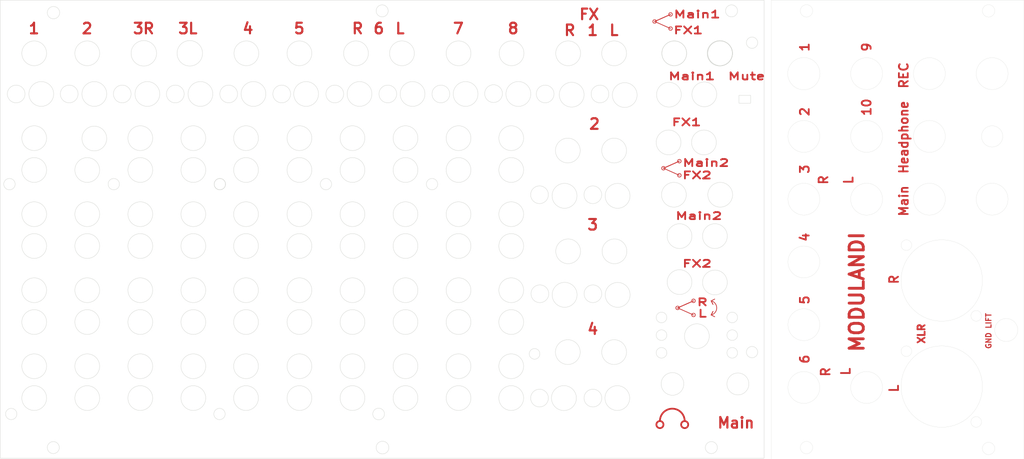
<source format=kicad_pcb>
(kicad_pcb (version 20211014) (generator pcbnew)

  (general
    (thickness 1.6)
  )

  (paper "A4")
  (layers
    (0 "F.Cu" signal)
    (31 "B.Cu" signal)
    (32 "B.Adhes" user "B.Adhesive")
    (33 "F.Adhes" user "F.Adhesive")
    (34 "B.Paste" user)
    (35 "F.Paste" user)
    (36 "B.SilkS" user "B.Silkscreen")
    (37 "F.SilkS" user "F.Silkscreen")
    (38 "B.Mask" user)
    (39 "F.Mask" user)
    (40 "Dwgs.User" user "User.Drawings")
    (41 "Cmts.User" user "User.Comments")
    (42 "Eco1.User" user "User.Eco1")
    (43 "Eco2.User" user "User.Eco2")
    (44 "Edge.Cuts" user)
    (45 "Margin" user)
    (46 "B.CrtYd" user "B.Courtyard")
    (47 "F.CrtYd" user "F.Courtyard")
    (48 "B.Fab" user)
    (49 "F.Fab" user)
    (50 "User.1" user)
    (51 "User.2" user)
    (52 "User.3" user)
    (53 "User.4" user)
    (54 "User.5" user)
    (55 "User.6" user)
    (56 "User.7" user)
    (57 "User.8" user)
    (58 "User.9" user)
  )

  (setup
    (pad_to_mask_clearance 0)
    (pcbplotparams
      (layerselection 0x00010fc_ffffffff)
      (disableapertmacros false)
      (usegerberextensions false)
      (usegerberattributes true)
      (usegerberadvancedattributes true)
      (creategerberjobfile true)
      (svguseinch false)
      (svgprecision 6)
      (excludeedgelayer true)
      (plotframeref false)
      (viasonmask false)
      (mode 1)
      (useauxorigin false)
      (hpglpennumber 1)
      (hpglpenspeed 20)
      (hpglpendiameter 15.000000)
      (dxfpolygonmode true)
      (dxfimperialunits true)
      (dxfusepcbnewfont true)
      (psnegative false)
      (psa4output false)
      (plotreference true)
      (plotvalue true)
      (plotinvisibletext false)
      (sketchpadsonfab false)
      (subtractmaskfromsilk false)
      (outputformat 1)
      (mirror false)
      (drillshape 0)
      (scaleselection 1)
      (outputdirectory "")
    )
  )

  (net 0 "")

  (gr_circle (center 205.75 64) (end 205.75 64.5) (layer "F.Cu") (width 0.2) (fill none) (tstamp 0c27a52a-553d-4dd3-863a-115510010144))
  (gr_line (start 215.25 100.5) (end 214.75 99.500001) (layer "F.Cu") (width 0.2) (tstamp 23e057ef-b33b-4a6a-b21c-d7b3b932b1f4))
  (gr_line (start 214.75 99.500001) (end 215.75 99) (layer "F.Cu") (width 0.2) (tstamp 2473fb05-b2a2-4d2d-bef8-508619f47728))
  (gr_circle (center 200.25 134.5) (end 201.25 134.5) (layer "F.Cu") (width 0.5) (fill none) (tstamp 24a0a812-8079-49d8-8508-bc96aeef36a7))
  (gr_line (start 209.75 99.5) (end 205.25 101.5) (layer "F.Cu") (width 0.2) (tstamp 2f77c6d7-0877-4f4a-8182-3c19931bec43))
  (gr_line (start 214.75 103.499999) (end 215.75 104) (layer "F.Cu") (width 0.2) (tstamp 313b6bce-8565-476e-809a-54d70e6aff3c))
  (gr_circle (center 201.25 62) (end 201.25 62.5) (layer "F.Cu") (width 0.2) (fill none) (tstamp 33743973-4a53-4f40-96d5-2e7761fb65ea))
  (gr_circle (center 203.25 18.5) (end 203.25 19) (layer "F.Cu") (width 0.2) (fill none) (tstamp 391f5adc-8ae1-4b03-9afd-a5982f794688))
  (gr_line (start 198.75 20.5) (end 203.25 18.5) (layer "F.Cu") (width 0.2) (tstamp 3b57a691-852e-48ea-9f50-24665b248b5b))
  (gr_line (start 201.25 62) (end 205.75 60) (layer "F.Cu") (width 0.2) (tstamp 3e00b391-b284-469c-83dc-6f0c964055c1))
  (gr_line (start 201.25 62) (end 205.75 64) (layer "F.Cu") (width 0.2) (tstamp 4870be54-6a84-4b66-9461-c70a354e48dc))
  (gr_circle (center 207.25 134.5) (end 208.25 134.5) (layer "F.Cu") (width 0.5) (fill none) (tstamp 4de79ba1-5b08-43de-a839-7d0ae000026d))
  (gr_arc (start 200.25 133.5) (mid 203.75 130) (end 207.25 133.5) (layer "F.Cu") (width 0.5) (tstamp 4f3f5613-3674-4f51-8d1f-092e01c9dbbf))
  (gr_circle (center 209.75 99.5) (end 209.75 100) (layer "F.Cu") (width 0.2) (fill none) (tstamp 6e6ced3f-1617-4bef-be01-98ff374aaef7))
  (gr_circle (center 203.25 22.5) (end 203.25 23) (layer "F.Cu") (width 0.2) (fill none) (tstamp 80cbd5cf-2ba7-4aa0-84fa-aa513a10c5f4))
  (gr_line (start 205.75 60) (end 201.25 62) (layer "F.Cu") (width 0.2) (tstamp 8ee266ab-661d-4123-94ed-d0063035057f))
  (gr_arc (start 214.75 99.500001) (mid 216.311552 101.5) (end 214.75 103.499999) (layer "F.Cu") (width 0.2) (tstamp 933eac21-5154-4e8b-9933-a376cdc77fa1))
  (gr_line (start 205.25 101.5) (end 209.75 99.5) (layer "F.Cu") (width 0.2) (tstamp 9d960fad-5341-4fff-aa0f-256c6b2fae99))
  (gr_line (start 214.75 99.500001) (end 215.25 100.5) (layer "F.Cu") (width 0.2) (tstamp afa98723-7389-4a4c-9ffe-0f9d1027d899))
  (gr_line (start 215.25 102.5) (end 214.75 103.499999) (layer "F.Cu") (width 0.2) (tstamp b468ae59-5b22-4585-9d09-60ea5c9e430f))
  (gr_circle (center 205.25 101.5) (end 205.25 102) (layer "F.Cu") (width 0.2) (fill none) (tstamp b7b24ffa-b966-478f-8daf-df4a639ddffa))
  (gr_line (start 203.25 18.5) (end 198.75 20.5) (layer "F.Cu") (width 0.2) (tstamp c91790c1-3db4-4642-a09e-4a938e18c26a))
  (gr_line (start 214.75 103.499999) (end 215.25 102.5) (layer "F.Cu") (width 0.2) (tstamp e6851cd4-9c6b-4d85-a4e5-01b4edc33cba))
  (gr_circle (center 198.75 20.5) (end 198.75 21) (layer "F.Cu") (width 0.2) (fill none) (tstamp ec31f516-7568-437b-883a-8e1de6698313))
  (gr_line (start 205.25 101.5) (end 209.75 103.5) (layer "F.Cu") (width 0.2) (tstamp ec6a6ec1-662a-4c1a-8fe8-8fde42d89f65))
  (gr_circle (center 205.75 60) (end 205.75 60.5) (layer "F.Cu") (width 0.2) (fill none) (tstamp f50c0923-6f5a-439d-9714-7f139867dd31))
  (gr_circle (center 209.75 103.5) (end 209.75 104) (layer "F.Cu") (width 0.2) (fill none) (tstamp f87fbbdd-1cf2-4557-b7c5-ba41becabd17))
  (gr_line (start 198.75 20.5) (end 203.25 22.5) (layer "F.Cu") (width 0.2) (tstamp fcbb0d5c-82be-487e-afd6-5a875c7e27be))
  (gr_circle (center 48.2 41) (end 48.1 43.5) (layer "Dwgs.User") (width 0.15) (fill none) (tstamp 00a2d590-2896-4393-b57d-943cabd149f4))
  (gr_circle (center 108.3 41) (end 108.3 43.5) (layer "Dwgs.User") (width 0.15) (fill none) (tstamp 010d5168-ecc2-4120-8db1-da95efbc2da7))
  (gr_circle (center 130.3 41) (end 130.3 44.5) (layer "Dwgs.User") (width 0.15) (fill none) (tstamp 017ef9ab-29ad-4bb9-8086-4142e5022771))
  (gr_circle (center 98.3 105.5) (end 98.3 109) (layer "Dwgs.User") (width 0.15) (fill none) (tstamp 04838c98-b224-49af-b6f4-c8713f4828cc))
  (gr_circle (center 143.3 75) (end 143.3 78.5) (layer "Dwgs.User") (width 0.15) (fill none) (tstamp 051051f4-1d29-44af-a728-009d448caab1))
  (gr_circle (center 188.2 127.05) (end 188.2 130.55) (layer "Dwgs.User") (width 0.15) (fill none) (tstamp 0583c1c0-fc1f-4ab2-9fd0-fdf454730ffe))
  (gr_circle (center 53.3 105.5) (end 53.3 109) (layer "Dwgs.User") (width 0.15) (fill none) (tstamp 05cbc76b-e3c1-4e18-9d5d-4b8f06302a36))
  (gr_circle (center 38.3 118) (end 38.3 121.5) (layer "Dwgs.User") (width 0.15) (fill none) (tstamp 079d7578-7d30-47b7-9a48-30000ad1fb70))
  (gr_circle (center 40.3 41) (end 40.3 44.5) (layer "Dwgs.User") (width 0.15) (fill none) (tstamp 08ecae0f-7e8b-4128-993c-fc482426d210))
  (gr_circle (center 53.3 62.5) (end 53.3 66) (layer "Dwgs.User") (width 0.15) (fill none) (tstamp 091a1555-d0da-4743-894f-dd86aee16db2))
  (gr_circle (center 143.3 75) (end 143.3 78.5) (layer "Dwgs.User") (width 0.15) (fill none) (tstamp 09e5ebe5-f523-4fa3-9a3d-001be08a930f))
  (gr_circle (center 128.3 53.5) (end 128.3 57) (layer "Dwgs.User") (width 0.15) (fill none) (tstamp 0b634fb1-cb9b-4bda-a942-ea6b49abb7cd))
  (gr_circle (center 83.25 84) (end 83.25 87.5) (layer "Dwgs.User") (width 0.15) (fill none) (tstamp 0d3b0f6e-587d-4b65-9b51-c233a64e7d54))
  (gr_circle (center 75.7 131.5) (end 75.7 133.1) (layer "Dwgs.User") (width 0.15) (fill none) (tstamp 0ece3ef1-3435-4003-92ad-6b95fbd5ba57))
  (gr_circle (center 68.25 84) (end 68.25 87.5) (layer "Dwgs.User") (width 0.15) (fill none) (tstamp 0f00fc2c-b227-43e7-b6db-73aafa9b0da5))
  (gr_circle (center 23.3 96.5) (end 23.3 100) (layer "Dwgs.User") (width 0.15) (fill none) (tstamp 11435b85-9b6d-42e7-ac7f-b1e19f03fd5c))
  (gr_circle (center 187.3 57) (end 187.3 60.5) (layer "Dwgs.User") (width 0.15) (fill none) (tstamp 1255eea2-b4a9-426a-be0d-8eca9487956b))
  (gr_circle (center 187.3 29.5) (end 187.3 33) (layer "Dwgs.User") (width 0.15) (fill none) (tstamp 13a50dce-702d-4ff9-a319-b5571b48996f))
  (gr_circle (center 23.3 53.5) (end 23.3 57) (layer "Dwgs.User") (width 0.15) (fill none) (tstamp 13f26251-f1b7-4ea1-8741-7f61706cd9e2))
  (gr_circle (center 23.2 105.5) (end 23.2 109) (layer "Dwgs.User") (width 0.15) (fill none) (tstamp 1473ce8f-8d71-4a54-9e5d-d9fccd39e4ac))
  (gr_circle (center 138.3 41) (end 138.4 43.5) (layer "Dwgs.User") (width 0.15) (fill none) (tstamp 148a240b-8e2d-45a7-bc56-63e2f5d772d4))
  (gr_circle (center 83.25 75) (end 83.25 78.5) (layer "Dwgs.User") (width 0.15) (fill none) (tstamp 16692b2c-b489-43cc-8fc5-8bf1e27f067c))
  (gr_circle (center 143.3 118) (end 143.3 121.5) (layer "Dwgs.User") (width 0.15) (fill none) (tstamp 17290891-931e-49b5-863b-a5a479b7dcbb))
  (gr_circle (center 222.3 123) (end 222.3 126.2) (layer "Dwgs.User") (width 0.15) (fill none) (tstamp 173b06c6-8b01-4111-be99-f39ed1255ccd))
  (gr_circle (center 143.3 53.5) (end 143.3 57) (layer "Dwgs.User") (width 0.15) (fill none) (tstamp 17693803-de65-4470-8b3d-65463efa170a))
  (gr_circle (center 121.8 141) (end 121.8 142.7) (layer "Dwgs.User") (width 0.15) (fill none) (tstamp 1896841e-e0f3-44c1-83a4-3538385d4e96))
  (gr_circle (center 143.3 84) (end 143.3 87.5) (layer "Dwgs.User") (width 0.15) (fill none) (tstamp 18c55c45-f612-42be-a954-adcf3602c1b6))
  (gr_circle (center 98.3 62.5) (end 98.3 66) (layer "Dwgs.User") (width 0.15) (fill none) (tstamp 1a474efb-2486-4c6a-b60d-c3f1a11d49ac))
  (gr_circle (center 68.25 53.5) (end 68.25 57) (layer "Dwgs.User") (width 0.15) (fill none) (tstamp 1b2bb5c7-3c55-4634-8f59-18ec72ea86a6))
  (gr_circle (center 45.8 66.5) (end 45.8 68.1) (layer "Dwgs.User") (width 0.15) (fill none) (tstamp 1b795e2f-377a-4af7-a66f-a71bb71ad3f6))
  (gr_circle (center 83.25 96.5) (end 83.25 100) (layer "Dwgs.User") (width 0.15) (fill none) (tstamp 1c7cd341-bb93-4eb1-a5b8-f88e54ac64f7))
  (gr_circle (center 158.2 105.5) (end 158.3 109) (layer "Dwgs.User") (width 0.15) (fill none) (tstamp 1d0678e5-2ba4-42be-af78-0c66c0b8cff6))
  (gr_circle (center 113.3 84) (end 113.3 87.5) (layer "Dwgs.User") (width 0.15) (fill none) (tstamp 1efcb7c8-c7d0-418e-b563-e76e4dc00b18))
  (gr_circle (center 38.3 29.5) (end 38.3 33) (layer "Dwgs.User") (width 0.15) (fill none) (tstamp 1f025f3b-3aff-496f-a29a-cd521796a1d4))
  (gr_circle (center 113.3 105.5) (end 113.3 109) (layer "Dwgs.User") (width 0.15) (fill none) (tstamp 1f10fa58-c6a2-4da4-a95a-23fb5bc9eb78))
  (gr_circle (center 53.3 96.5) (end 53.3 100) (layer "Dwgs.User") (width 0.15) (fill none) (tstamp 1fa9973d-ba95-408f-9468-0033e2f42b86))
  (gr_circle (center 158.2 53.5) (end 158.3 57) (layer "Dwgs.User") (width 0.15) (fill none) (tstamp 1feaf331-f73c-42f7-afc5-df57f73b05ac))
  (gr_circle (center 220.7 114.2) (end 220.7 115.7) (layer "Dwgs.User") (width 0.15) (fill none) (tstamp 20f0b073-b459-4e98-9102-29c74e5618c5))
  (gr_circle (center 113.3 96.5) (end 113.3 100) (layer "Dwgs.User") (width 0.15) (fill none) (tstamp 221941e0-bf66-4607-8eb8-79b6e39fbc32))
  (gr_circle (center 113.3 118) (end 113.3 121.5) (layer "Dwgs.User") (width 0.15) (fill none) (tstamp 22d4c451-b179-411f-a25f-7451c963935c))
  (gr_circle (center 68.25 118) (end 68.25 121.5) (layer "Dwgs.User") (width 0.15) (fill none) (tstamp 2376893f-2075-4a19-9850-5ee038480197))
  (gr_circle (center 212.8 41.2) (end 212.8 44.7) (layer "Dwgs.User") (width 0.15) (fill none) (tstamp 241b3fbb-a9df-403c-9bd6-7a6177288f60))
  (gr_circle (center 188.3 69.8) (end 188.3 73.3) (layer "Dwgs.User") (width 0.15) (fill none) (tstamp 2588a167-93a9-491a-b139-500ba2e8a483))
  (gr_circle (center 203.8 123) (end 203.8 126.2) (layer "Dwgs.User") (width 0.15) (fill none) (tstamp 25a9d060-ee7b-436b-90f0-70655f7448a7))
  (gr_circle (center 128.3 75) (end 128.3 78.5) (layer "Dwgs.User") (width 0.15) (fill none) (tstamp 2684bd1c-a006-403b-99d7-fe21129ef170))
  (gr_circle (center 113.3 53.5) (end 113.3 57) (layer "Dwgs.User") (width 0.15) (fill none) (tstamp 28d29254-64ef-4466-9433-be86473bf86d))
  (gr_circle (center 53.3 75) (end 53.3 78.5) (layer "Dwgs.User") (width 0.15) (fill none) (tstamp 2921650b-1683-40db-9b75-da7d641bdc16))
  (gr_circle (center 98.3 118) (end 98.3 121.5) (layer "Dwgs.User") (width 0.15) (fill none) (tstamp 2b332603-d0d9-4769-bb7c-c86c5e8723ab))
  (gr_circle (center 23.3 118) (end 23.3 121.5) (layer "Dwgs.User") (width 0.15) (fill none) (tstamp 2b919345-f70d-4ecf-a583-ac3bcd930631))
  (gr_circle (center 166.2 127) (end 166.2 129.5) (layer "Dwgs.User") (width 0.15) (fill none) (tstamp 2d13bb81-3659-4102-ba69-db5e7bcc602e))
  (gr_circle (center 128.3 84) (end 128.3 87.5) (layer "Dwgs.User") (width 0.15) (fill none) (tstamp 2d5f5280-ddc9-4c5a-8826-963f123dc692))
  (gr_circle (center 128.3 118) (end 128.3 121.5) (layer "Dwgs.User") (width 0.15) (fill none) (tstamp 2dc249e4-a5df-4414-a63a-9b2a1ebc0d1f))
  (gr_circle (center 128.3 105.5) (end 128.3 109) (layer "Dwgs.User") (width 0.15) (fill none) (tstamp 2e209f73-7060-484c-8e37-1750e28f7e6c))
  (gr_circle (center 23.3 29.5) (end 23.3 33) (layer "Dwgs.User") (width 0.15) (fill none) (tstamp 2f02bce6-efd7-4d94-94e3-9437c7820919))
  (gr_circle (center 183.3 41) (end 183.3 43.5) (layer "Dwgs.User") (width 0.15) (fill none) (tstamp 2f10a595-bc69-4b17-99fd-b56cc87a900a))
  (gr_circle (center 38.3 105.5) (end 38.3 109) (layer "Dwgs.User") (width 0.15) (fill none) (tstamp 2f3172ae-fd6e-4e3f-85ac-e3799314cc2e))
  (gr_circle (center 23.2 96.5) (end 23.2 100) (layer "Dwgs.User") (width 0.15) (fill none) (tstamp 303b96fe-9881-421b-94fe-6fcfa865fd2d))
  (gr_circle (center 115.3 41) (end 115.3 44.5) (layer "Dwgs.User") (width 0.15) (fill none) (tstamp 3142f6df-600c-4a6e-97f3-996f9795b8f4))
  (gr_circle (center 204.3 29.5) (end 204.3 33) (layer "Dwgs.User") (width 0.15) (fill none) (tstamp 324456df-29cf-40ca-9ecf-f858c072d4db))
  (gr_circle (center 83.25 62.5) (end 83.25 66) (layer "Dwgs.User") (width 0.15) (fill none) (tstamp 327b367c-4d4d-4d5e-b179-2d64b4a98329))
  (gr_circle (center 38.3 127) (end 38.3 130.5) (layer "Dwgs.User") (width 0.15) (fill none) (tstamp 34343bd0-4e25-47a8-b4c4-1153a2c77baa))
  (gr_circle (center 158.3 84) (end 158.3 87.5) (layer "Dwgs.User") (width 0.15) (fill none) (tstamp 35785287-5944-4c43-a4c4-13677b9ad1e8))
  (gr_circle (center 40.2 53.5) (end 40.2 57) (layer "Dwgs.User") (width 0.15) (fill none) (tstamp 35a7bbe2-1c8e-40b1-9a87-4c6faefa5587))
  (gr_circle (center 38.3 53.5) (end 38.3 57) (layer "Dwgs.User") (width 0.15) (fill none) (tstamp 35b09ee5-6624-4fd0-be8e-68a89626cd02))
  (gr_circle (center 174.25 85.5) (end 174.25 89) (layer "Dwgs.User") (width 0.15) (fill none) (tstamp 3781cff2-66f7-4ddf-a603-7a83e0ecbf4e))
  (gr_circle (center 83.25 84) (end 83.25 87.5) (layer "Dwgs.User") (width 0.15) (fill none) (tstamp 3aa6902b-55f2-4975-83a2-ddd4fb95177f))
  (gr_circle (center 121.7 17.5) (end 121.7 19.2) (layer "Dwgs.User") (width 0.15) (fill none) (tstamp 3b0fd7db-d858-44b2-91ad-1f84bc91567b))
  (gr_circle (center 143.3 96.5) (end 143.3 100) (layer "Dwgs.User") (width 0.15) (fill none) (tstamp 3cc3b4e1-0321-4167-a3e5-941232fcf6dd))
  (gr_circle (center 128.3 96.5) (end 128.3 100) (layer "Dwgs.User") (width 0.15) (fill none) (tstamp 3dededd4-500a-415a-b942-3897bb5d66ba))
  (gr_circle (center 158.2 96.5) (end 158.3 100) (layer "Dwgs.User") (width 0.15) (fill none) (tstamp 3f088393-58a1-472a-9396-2d9eb59739d9))
  (gr_circle (center 113.3 75) (end 113.3 78.5) (layer "Dwgs.User") (width 0.15) (fill none) (tstamp 421cbdaa-9049-4c3d-a6d0-e27e761b4c8e))
  (gr_circle (center 98.3 84) (end 98.3 87.5) (layer "Dwgs.User") (width 0.15) (fill none) (tstamp 446b7f35-47c5-4f76-82f9-730ef26554ea))
  (gr_circle (center 215.8 94.3) (end 215.8 97.8) (layer "Dwgs.User") (width 0.15) (fill none) (tstamp 48b0da38-4a05-4924-a7f3-74bd8727eb1b))
  (gr_circle (center 38.3 75) (end 38.3 78.5) (layer "Dwgs.User") (width 0.15) (fill none) (tstamp 48b296a1-81eb-481e-8daf-ce4af0c0f48f))
  (gr_circle (center 143.3 62.5) (end 143.3 66) (layer "Dwgs.User") (width 0.15) (fill none) (tstamp 4939a221-fc9c-43b7-b1d3-0ae40256a713))
  (gr_circle (center 215.75 81.25) (end 215.75 84.75) (layer "Dwgs.User") (width 0.15) (fill none) (tstamp 4973d3c2-49ae-4c97-958a-0bd554e2ff52))
  (gr_circle (center 83.25 96.5) (end 83.25 100) (layer "Dwgs.User") (width 0.15) (fill none) (tstamp 4a22b774-f864-495d-940a-da6c72f78524))
  (gr_circle (center 174.2 114) (end 174.2 117.5) (layer "Dwgs.User") (width 0.15) (fill none) (tstamp 4d38f217-b07e-404a-b0cf-9639bceae757))
  (gr_circle (center 83.25 62.5) (end 83.25 66) (layer "Dwgs.User") (width 0.15) (fill none) (tstamp 4e58104f-00b7-4794-835f-2e7b9ba9baa1))
  (gr_circle (center 164.8 114.5) (end 164.8 116) (layer "Dwgs.User") (width 0.15) (fill none) (tstamp 4f8640eb-a148-4e14-83c9-5ab66ea389b8))
  (gr_circle (center 68.25 118) (end 68.25 121.5) (layer "Dwgs.User") (width 0.15) (fill none) (tstamp 51c103ac-42e6-496d-8659-fc14738f72c3))
  (gr_circle (center 23.3 84) (end 23.3 87.5) (layer "Dwgs.User") (width 0.15) (fill none) (tstamp 522f8219-304e-4b32-b741-c294b5a72b78))
  (gr_circle (center 55.3 41) (end 55.3 44.5) (layer "Dwgs.User") (width 0.15) (fill none) (tstamp 526a380a-da2f-43e0-911f-359fb6e84fb6))
  (gr_circle (center 173.2 126.95) (end 173.2 130.45) (layer "Dwgs.User") (width 0.15) (fill none) (tstamp 52879ef2-5b13-4ed7-9a9b-a161e3e0b92a))
  (gr_circle (center 123.3 41) (end 123.4 43.5) (layer "Dwgs.User") (width 0.15) (fill none) (tstamp 5368151f-ba2d-4901-8dbb-28957f9d09be))
  (gr_circle (center 114.3 29.5) (end 114.3 33) (layer "Dwgs.User") (width 0.15) (fill none) (tstamp 57625410-848b-4bc1-a983-61520cf5050e))
  (gr_circle (center 143.3 105.5) (end 143.3 109) (layer "Dwgs.User") (width 0.15) (fill none) (tstamp 58d12559-0bc0-4e7f-b4aa-3749da70cdfb))
  (gr_circle (center 23.3 118) (end 23.3 121.5) (layer "Dwgs.User") (width 0.15) (fill none) (tstamp 59903349-0549-42d8-bc14-f3fe2b9f0745))
  (gr_circle (center 83.25 118) (end 83.25 121.5) (layer "Dwgs.User") (width 0.15) (fill none) (tstamp 5a5bc41b-4015-452a-a7cd-79df6fcdb2dd))
  (gr_circle (center 53.3 127) (end 53.3 130.5) (layer "Dwgs.User") (width 0.15) (fill none) (tstamp 5b37bf35-5822-4f24-af80-e4e16ad85aaf))
  (gr_circle (center 38.3 96.5) (end 38.3 100) (layer "Dwgs.User") (width 0.15) (fill none) (tstamp 5b47c80b-bc1c-489f-a22f-3d4efcabc173))
  (gr_circle (center 158.3 118) (end 158.3 121.5) (layer "Dwgs.User") (width 0.15) (fill none) (tstamp 5bbb16b3-23d6-4a3e-9028-471abc653982))
  (gr_circle (center 23.3 75) (end 23.3 78.5) (layer "Dwgs.User") (width 0.15) (fill none) (tstamp 5d69e035-90fa-47de-b0dd-8c9ed438d184))
  (gr_circle (center 63.2 41) (end 63.1 43.5) (layer "Dwgs.User") (width 0.15) (fill none) (tstamp 5da0ad88-f7ca-426a-8fbe-90986851d359))
  (gr_circle (center 158.3 29.5) (end 158.3 33) (layer "Dwgs.User") (width 0.15) (fill none) (tstamp 5e07645a-559b-474f-b0a2-ee27ec894889))
  (gr_circle (center 23.3 105.5) (end 23.3 109) (layer "Dwgs.User") (width 0.15) (fill none) (tstamp 5e5664b5-e3a0-4ceb-b257-bf460cec0a14))
  (gr_circle (center 53.3 53.5) (end 53.3 57) (layer "Dwgs.User") (width 0.15) (fill none) (tstamp 5f8fa76b-3274-4680-bfe5-fd05fd5a130f))
  (gr_circle (center 158.2 75) (end 158.3 78.5) (layer "Dwgs.User") (width 0.15) (fill none) (tstamp 5fa7be7a-7d48-4866-99f1-8dbebb109a88))
  (gr_circle (center 83.25 105.5) (end 83.25 109) (layer "Dwgs.User") (width 0.15) (fill none) (tstamp 6171bdd1-4c95-41bb-8ca0-9edec6d85156))
  (gr_circle (center 38.3 118) (end 38.3 121.5) (layer "Dwgs.User") (width 0.15) (fill none) (tstamp 64ee2eb9-2024-43e9-9798-72350c8d03fa))
  (gr_circle (center 113.3 105.5) (end 113.3 109) (layer "Dwgs.User") (width 0.15) (fill none) (tstamp 6946d996-e1a6-4e6e-beef-67ee610d019b))
  (gr_circle (center 70.3 41) (end 70.3 44.5) (layer "Dwgs.User") (width 0.15) (fill none) (tstamp 6a55bfb1-5a8b-4b6a-a08a-854514eaa7b9))
  (gr_circle (center 173.35 97.7) (end 173.35 101.2) (layer "Dwgs.User") (width 0.15) (fill none) (tstamp 6b24203c-0a1c-4809-b619-0f2a64aad519))
  (gr_circle (center 143.3 62.5) (end 143.3 66) (layer "Dwgs.User") (width 0.15) (fill none) (tstamp 6ce8f146-1284-489b-a841-417bae45f819))
  (gr_circle (center 98.3 127) (end 98.3 130.5) (layer "Dwgs.User") (width 0.15) (fill none) (tstamp 6db06309-2289-480e-ba85-3d107eacdfff))
  (gr_circle (center 98.3 96.5) (end 98.3 100) (layer "Dwgs.User") (width 0.15) (fill none) (tstamp 6dd7ade9-0af1-410a-b5b5-51e5d1b163d7))
  (gr_circle (center 83.25 118) (end 83.25 121.5) (layer "Dwgs.User") (width 0.15) (fill none) (tstamp 6f9e41b6-c156-49af-bd60-8f49a8be785a))
  (gr_circle (center 202.8 41.2) (end 202.8 44.7) (layer "Dwgs.User") (width 0.15) (fill none) (tstamp 6fdae1a7-8baa-4de7-9b10-3137940b37ba))
  (gr_circle (center 143.3 75) (end 143.3 78.5) (layer "Dwgs.User") (width 0.15) (fill none) (tstamp 6ff619f8-1104-455d-9e19-877640edd7b6))
  (gr_circle (center 128.3 105.5) (end 128.3 109) (layer "Dwgs.User") (width 0.15) (fill none) (tstamp 7074b396-cb99-4b9f-9be1-61d8008029d8))
  (gr_circle (center 53.3 84) (end 53.3 87.5) (layer "Dwgs.User") (width 0.15) (fill none) (tstamp 72d8fb11-3b90-483e-bb30-040e13050047))
  (gr_circle (center 174.3 29.5) (end 174.3 33) (layer "Dwgs.User") (width 0.15) (fill none) (tstamp 732d5076-54c4-43a2-9e88-3193805e866f))
  (gr_circle (center 158.2 127) (end 158.3 130.5) (layer "Dwgs.User") (width 0.15) (fill none) (tstamp 7344fdb2-60be-4946-bad2-91a3c6130099))
  (gr_circle (center 53.3 118) (end 53.3 121.5) (layer "Dwgs.User") (width 0.15) (fill none) (tstamp 7527a7ef-3461-446d-8baa-e384d870fa30))
  (gr_circle (center 200.7 104.2) (end 200.7 105.7) (layer "Dwgs.User") (width 0.15) (fill none) (tstamp 7879fff4-e3b0-44bc-9749-95b74966e43e))
  (gr_circle (center 143.3 53.5) (end 143.3 57) (layer "Dwgs.User") (width 0.15) (fill none) (tstamp 7af295b4-628b-4ec4-8942-6af02695e064))
  (gr_circle (center 83.25 53.5) (end 83.25 57) (layer "Dwgs.User") (width 0.15) (fill none) (tstamp 7c600e0a-8ef0-4ef6-b54d-93b795081583))
  (gr_circle (center 120.8 131.5) (end 120.9 133.1) (layer "Dwgs.User") (width 0.15) (fill none) (tstamp 7e3482ad-75fe-4c17-a5b5-d9e14ce68a8f))
  (gr_circle (center 217.2 29.5) (end 217.2 33) (layer "Dwgs.User") (width 0.15) (fill none) (tstamp 806c844c-96c4-4bf7-b2f6-7e5b5cee0a7a))
  (gr_circle (center 98.3 84) (end 98.3 87.5) (layer "Dwgs.User") (width 0.15) (fill none) (tstamp 816bd4b0-572b-40ec-8313-0c087a183108))
  (gr_circle (center 98.3 62.5) (end 98.3 66) (layer "Dwgs.User") (width 0.15) (fill none) (tstamp 83b38403-1b12-4b13-84c4-9e2f2d811e61))
  (gr_circle (center 53.3 105.5) (end 53.3 109) (layer "Dwgs.User") (width 0.15) (fill none) (tstamp 84914c60-cb12-44ef-973e-45bc223cd172))
  (gr_circle (center 23.3 127) (end 23.3 130.5) (layer "Dwgs.User") (width 0.15) (fill none) (tstamp 84d09342-f17d-40a7-bb6b-362d00ff5b29))
  (gr_circle (center 16.3 66.5) (end 16.3 68.1) (layer "Dwgs.User") (width 0.15) (fill none) (tstamp 85300aae-2e6b-417d-aa56-3069fb5c68dd))
  (gr_circle (center 135.8 66.5) (end 136 68) (layer "Dwgs.User") (width 0.15) (fill none) (tstamp 8535dbc5-9ff0-4bd4-81f8-d7c01f0a936b))
  (gr_circle (center 128.3 96.5) (end 128.3 100) (layer "Dwgs.User") (width 0.15) (fill none) (tstamp 86bc26da-2ebf-4308-a264-46a220e62653))
  (gr_circle (center 98.3 53.5) (end 98.3 57) (layer "Dwgs.User") (width 0.15) (fill none) (tstamp 88332618-e7a1-4fe6-b8f9-e40f58adb5a6))
  (gr_circle (center 167.8 41) (end 167.8 43.5) (layer "Dwgs.User") (width 0.15) (fill none) (tstamp 893a97cb-603d-41cc-b89b-920c2dbb8a89))
  (gr_circle (center 143.3 29.5) (end 143.3 33) (layer "Dwgs.User") (width 0.15) (fill none) (tstamp 894ffdd2-264d-4887-a80e-5c0d720e4479))
  (gr_circle (center 210.7 109.5) (end 210.7 113) (layer "Dwgs.User") (width 0.15) (fill none) (tstamp 89524392-f1e7-48e7-b345-fd41c283a889))
  (gr_circle (center 220.7 109.2) (end 220.7 110.7) (layer "Dwgs.User") (width 0.15) (fill none) (tstamp 8aeca2f9-f9a4-4cc5-8120-0aa4bed81429))
  (gr_circle (center 16.8 131.5) (end 16.8 133.1) (layer "Dwgs.User") (width 0.15) (fill none) (tstamp 8b9eb88f-5a47-47f0-ac56-500cfda6cfb6))
  (gr_circle (center 166.2 69.5) (end 166.2 72) (layer "Dwgs.User") (width 0.15) (fill none) (tstamp 8b9f1181-0769-464b-b9a6-56c9c5068560))
  (gr_circle (center 128.3 62.5) (end 128.3 66) (layer "Dwgs.User") (width 0.15) (fill none) (tstamp 8bed8d3d-f430-420e-9778-8101d8f114ab))
  (gr_circle (center 158.2 62.5) (end 158.3 66) (layer "Dwgs.User") (width 0.15) (fill none) (tstamp 8cb733f8-2720-41c3-82f2-3768b7b920ab))
  (gr_circle (center 53.3 84) (end 53.3 87.5) (layer "Dwgs.User") (width 0.15) (fill none) (tstamp 8e494a83-e45f-4f2f-8450-986a461c2616))
  (gr_circle (center 53.3 118) (end 53.3 121.5) (layer "Dwgs.User") (width 0.15) (fill none) (tstamp 8e54fce0-6756-4b89-959e-ccef378b7104))
  (gr_circle (center 204.2 69.5) (end 204.2 73) (layer "Dwgs.User") (width 0.15) (fill none) (tstamp 8f801494-a316-44ae-b8a9-eb27b2c5af6c))
  (gr_circle (center 128.3 84) (end 128.3 87.5) (layer "Dwgs.User") (width 0.15) (fill none) (tstamp 91583e69-db98-49e8-bdee-00fb137a6b37))
  (gr_circle (center 83.25 127) (end 83.25 130.5) (layer "Dwgs.User") (width 0.15) (fill none) (tstamp 929342fc-1707-4e41-8734-d04494d9be03))
  (gr_circle (center 187.2 114) (end 187.2 117.5) (layer "Dwgs.User") (width 0.15) (fill none) (tstamp 93831d35-0aeb-42de-8c4a-e19b77efe555))
  (gr_circle (center 83.25 53.5) (end 83.25 57) (layer "Dwgs.User") (width 0.15) (fill none) (tstamp 94439bb6-5520-423a-846c-5e30d140154a))
  (gr_circle (center 68.25 84) (end 68.25 87.5) (layer "Dwgs.User") (width 0.15) (fill none) (tstamp 970c76f3-29a9-40f1-9870-008cc16b30b5))
  (gr_circle (center 98.3 29.5) (end 98.3 33) (layer "Dwgs.User") (width 0.15) (fill none) (tstamp 9776b5d9-8985-43bb-9099-1176b1186d1a))
  (gr_circle (center 38.3 84) (end 38.3 87.5) (layer "Dwgs.User") (width 0.15) (fill none) (tstamp 978291cf-d680-4908-988d-9cfc00bcb3c2))
  (gr_circle (center 113.3 75) (end 113.3 78.5) (layer "Dwgs.User") (width 0.15) (fill none) (tstamp 9a3a24a6-79ab-4e6f-bc3d-22be98533f71))
  (gr_circle (center 128.3 118) (end 128.3 121.5) (layer "Dwgs.User") (width 0.15) (fill none) (tstamp 9a85aa24-9d91-4500-930d-d95ec28cc347))
  (gr_circle (center 127.3 29.5) (end 127.3 33) (layer "Dwgs.User") (width 0.15) (fill none) (tstamp 9bd5fbce-9800-4fdc-a647-17642d8f18d2))
  (gr_circle (center 38.3 96.5) (end 38.3 100) (layer "Dwgs.User") (width 0.15) (fill none) (tstamp 9c18bbac-1bcd-4952-8f35-8156b723a2ae))
  (gr_circle (center 143.3 127) (end 143.3 130.5) (layer "Dwgs.User") (width 0.15) (fill none) (tstamp 9e6896b8-2ee5-404b-bc37-8e20b754640e))
  (gr_circle (center 68.25 53.5) (end 68.25 57) (layer "Dwgs.User") (width 0.15) (fill none) (tstamp a0f4892a-b973-4e1d-8dd4-7bf6da9c735f))
  (gr_circle (center 53.3 62.5) (end 53.3 66) (layer "Dwgs.User") (width 0.15) (fill none) (tstamp a1617ce1-cf83-4e98-b7d1-ea1da882294e))
  (gr_circle (center 23.3 75) (end 23.3 78.5) (layer "Dwgs.User") (width 0.15) (fill none) (tstamp a17495fd-07d4-4c8d-81dd-1a6c1e611897))
  (gr_circle (center 98.3 75) (end 98.3 78.5) (layer "Dwgs.User") (width 0.15) (fill none) (tstamp a2c8128e-a738-478b-a651-d2816964865c))
  (gr_circle (center 158.2 84) (end 158.3 87.5) (layer "Dwgs.User") (width 0.15) (fill none) (tstamp a3af9222-4b32-4799-8640-26b47c753ca8))
  (gr_circle (center 83.25 105.5) (end 83.25 109) (layer "Dwgs.User") (width 0.15) (fill none) (tstamp a407ab5a-13ed-40a8-be95-71a8d64b6cce))
  (gr_circle (center 93.3 41) (end 93.3 43.5) (layer "Dwgs.User") (width 0.15) (fill none) (tstamp a44ab217-32ad-4f2d-99fe-66bc3b2e3154))
  (gr_circle (center 158.2 96.5) (end 158.2 100) (layer "Dwgs.User") (width 0.15) (fill none) (tstamp a6c31762-16e1-4b29-938b-af78ea8fd06d))
  (gr_circle (center 18.2 41) (end 18.4 43.5) (layer "Dwgs.User") (width 0.15) (fill none) (tstamp a6c50753-1c06-4448-a894-357df47f32ca))
  (gr_circle (center 202.7 54.7) (end 202.7 58.2) (layer "Dwgs.User") (width 0.15) (fill none) (tstamp a6ea0166-4a86-43cd-b717-71a1aaac0d51))
  (gr_circle (center 28.7 141) (end 28.7 142.7) (layer "Dwgs.User") (width 0.15) (fill none) (tstamp a707b325-e160-47a0-9e5a-73ba32051c14))
  (gr_circle (center 68.25 62.5) (end 68.25 66) (layer "Dwgs.User") (width 0.15) (fill none) (tstamp a7a4772c-6559-4ab4-8fd0-ab51f6a0ab67))
  (gr_circle (center 68.25 96.5) (end 68.25 100) (layer "Dwgs.User") (width 0.15) (fill none) (tstamp a8667a62-16ad-4cc8-bd71-7b4daf39465f))
  (gr_circle (center 53.3 75) (end 53.3 78.5) (layer "Dwgs.User") (width 0.15) (fill none) (tstamp a99890e9-8423-405c-b969-a18fcaf60240))
  (gr_circle (center 128.3 53.5) (end 128.3 57) (layer "Dwgs.User") (width 0.15) (fill none) (tstamp aa19af4f-c4bb-4475-8905-01314f1f160e))
  (gr_circle (center 98.3 96.5) (end 98.3 100) (layer "Dwgs.User") (width 0.15) (fill none) (tstamp aa49529f-a295-46bf-914a-c9671c618373))
  (gr_circle (center 226.3 114) (end 226.4 115.5) (layer "Dwgs.User") (width 0.15) (fill none) (tstamp ab9991b0-6242-4d1c-80db-65443d00b677))
  (gr_circle (center 217.3 69.5) (end 217.3 73) (layer "Dwgs.User") (width 0.15) (fill none) (tstamp acd1384c-0c5b-4d0d-933d-a724958f27dc))
  (gr_circle (center 200.7 109.2) (end 200.7 110.7) (layer "Dwgs.User") (width 0.15) (fill none) (tstamp ad814a6f-3237-4323-95b8-f7d04ef73b6f))
  (gr_circle (center 113.3 96.5) (end 113.3 100) (layer "Dwgs.User") (width 0.15) (fill none) (tstamp ad831378-e2f3-4e12-ac00-27a44e8176ea))
  (gr_circle (center 33.2 41) (end 33.2 43.5) (layer "Dwgs.User") (width 0.15) (fill none) (tstamp af778639-bd8d-47c8-883b-aec15ba0dd7f))
  (gr_circle (center 68.25 62.5) (end 68.25 66) (layer "Dwgs.User") (width 0.15) (fill none) (tstamp b42ad658-8088-45e2-8f84-9b89dec5b842))
  (gr_circle (center 181.3 69.5) (end 181.3 72) (layer "Dwgs.User") (width 0.15) (fill none) (tstamp b476d601-774d-462e-b0c6-c4b1fe6ff9db))
  (gr_circle (center 78.3 41) (end 78.4 43.5) (layer "Dwgs.User") (width 0.15) (fill none) (tstamp b47a1cbb-7d04-4cdf-ac96-a17d67144db3))
  (gr_circle (center 23.3 62.5) (end 23.3 66) (layer "Dwgs.User") (width 0.15) (fill none) (tstamp b853c0dc-013c-49f2-bfa1-a320876ee092))
  (gr_circle (center 75.8 66.5) (end 75.8 68.1) (layer "Dwgs.User") (width 0.15) (fill none) (tstamp b8bd3d1c-fa93-419e-8051-6cbcd1170131))
  (gr_rect (start 222.6 41.4) (end 225.9 43.6) (layer "Dwgs.User") (width 0.15) (fill none) (tstamp b8eec168-a621-430f-8906-d2a0d6e47653))
  (gr_circle (center 145.3 41) (end 145.3 44.5) (layer "Dwgs.User") (width 0.15) (fill none) (tstamp baab446c-94ed-4652-8303-f633d3660540))
  (gr_circle (center 226.3 26.5) (end 226.3 28) (layer "Dwgs.User") (width 0.15) (fill none) (tstamp bd076266-e76b-4564-afee-0990fc97f1a1))
  (gr_circle (center 143.3 96.5) (end 143.3 100) (layer "Dwgs.User") (width 0.15) (fill none) (tstamp bd3f5031-50cc-47be-b619-9586190790f9))
  (gr_circle (center 83.3 29.5) (end 83.3 33) (layer "Dwgs.User") (width 0.15) (fill none) (tstamp bd670307-deb5-405c-8683-b8ba8604683f))
  (gr_circle (center 38.3 105.5) (end 38.3 109) (layer "Dwgs.User") (width 0.15) (fill none) (tstamp bd6bf958-8660-4595-ac3f-990feb288830))
  (gr_circle (center 68.25 105.5) (end 68.25 109) (layer "Dwgs.User") (width 0.15) (fill none) (tstamp bfe6e4ad-06a5-44f7-93d9-18c2c8099114))
  (gr_circle (center 158.2 118) (end 158.3 121.5) (layer "Dwgs.User") (width 0.15) (fill none) (tstamp c10baa17-833c-44df-ab1f-4c369f131654))
  (gr_circle (center 200.7 114.2) (end 200.7 115.7) (layer "Dwgs.User") (width 0.15) (fill none) (tstamp c155b8e9-5c9b-4310-b914-c7bb4a5421dc))
  (gr_circle (center 143.3 62.5) (end 143.3 66) (layer "Dwgs.User") (width 0.15) (fill none) (tstamp c30e91f0-95f4-4246-b88c-a5ab5dbd799f))
  (gr_circle (center 53.3 96.5) (end 53.3 100) (layer "Dwgs.User") (width 0.15) (fill none) (tstamp c4e32076-1473-49ef-91b9-e44ca7bdc1ef))
  (gr_circle (center 83.25 75) (end 83.25 78.5) (layer "Dwgs.User") (width 0.15) (fill none) (tstamp c4f4358d-384f-4d2c-9e19-23e1142d53bb))
  (gr_circle (center 205.8 94.2) (end 205.8 97.7) (layer "Dwgs.User") (width 0.15) (fill none) (tstamp c55d3c17-8720-4ffd-9fb7-2e79b72b6028))
  (gr_circle (center 181.3 127) (end 181.3 129.5) (layer "Dwgs.User") (width 0.15) (fill none) (tstamp c56da21f-c053-4116-8751-9e0d49dbfc02))
  (gr_circle (center 68.25 96.5) (end 68.25 100) (layer "Dwgs.User") (width 0.15) (fill none) (tstamp c6c5d7c8-0924-43fc-8d45-8a0f214827f0))
  (gr_circle (center 205.75 81.15) (end 205.75 84.65) (layer "Dwgs.User") (width 0.15) (fill none) (tstamp c6c937cd-1957-4248-bde9-f0c17cadccd4))
  (gr_circle (center 68.25 75) (end 68.25 78.5) (layer "Dwgs.User") (width 0.15) (fill none) (tstamp c7999f9a-b3aa-4d38-b91c-ae469fd88e40))
  (gr_circle (center 38.3 84) (end 38.3 87.5) (layer "Dwgs.User") (width 0.15) (fill none) (tstamp c81cdcae-719a-46fe-bc53-e9a4d6f519c9))
  (gr_circle (center 166.25 97.5) (end 166.25 100) (layer "Dwgs.User") (width 0.15) (fill none) (tstamp c8abdae6-98b7-40bf-b6ca-64a5c16cb18c))
  (gr_circle (center 160.3 41) (end 160.3 44.5) (layer "Dwgs.User") (width 0.15) (fill none) (tstamp caca4e0d-0ff1-489f-a40e-626c366352ff))
  (gr_circle (center 128.3 75) (end 128.3 78.5) (layer "Dwgs.User") (width 0.15) (fill none) (tstamp cc089572-c4de-40d0-b130-34aaf591de6c))
  (gr_circle (center 143.3 118) (end 143.3 121.5) (layer "Dwgs.User") (width 0.15) (fill none) (tstamp cd1bead0-0488-493f-8f8d-cec784e25ae3))
  (gr_circle (center 38.3 62.5) (end 38.3 66) (layer "Dwgs.User") (width 0.15) (fill none) (tstamp cd3afc84-5f69-4213-9617-0a7c5ba3571d))
  (gr_circle (center 113.3 53.5) (end 113.3 57) (layer "Dwgs.User") (width 0.15) (fill none) (tstamp cff37a39-1ca7-453f-910c-f19fdc9aa800))
  (gr_circle (center 143.3 84) (end 143.3 87.5) (layer "Dwgs.User") (width 0.15) (fill none) (tstamp d1c4a231-e3e7-4738-8c3f-7c77b93621ba))
  (gr_circle (center 68.25 75) (end 68.25 78.5) (layer "Dwgs.User") (width 0.15) (fill none) (tstamp d33385d8-a2d4-4f8a-9043-20833487428a))
  (gr_circle (center 23.3 53.5) (end 23.3 57) (layer "Dwgs.User") (width 0.15) (fill none) (tstamp d343cd43-4d3e-4288-8c24-5a2138455f03))
  (gr_circle (center 25.3 41) (end 25.3 44.5) (layer "Dwgs.User") (width 0.15) (fill none) (tstamp d63b915b-6047-440c-ad2f-7f4bbf706fb0))
  (gr_circle (center 68.25 127) (end 68.25 130.5) (layer "Dwgs.User") (width 0.15) (fill none) (tstamp d65e2cee-c30e-424a-836b-070b2954a382))
  (gr_circle (center 67.3 29.5) (end 67.3 33.1) (layer "Dwgs.User") (width 0.15) (fill none) (tstamp d737d95e-6976-4a8c-a9b2-424057976415))
  (gr_circle (center 188.3 97.8) (end 188.3 101.3) (layer "Dwgs.User") (width 0.15) (fill none) (tstamp d792c5c4-ed45-441e-800f-dd42545c6103))
  (gr_circle (center 173.3 69.7) (end 173.3 73.2) (layer "Dwgs.User") (width 0.15) (fill none) (tstamp d82d4f0a-21b5-4618-a5ab-166b3fe7070f))
  (gr_circle (center 181.3 97.5) (end 181.3 100) (layer "Dwgs.User") (width 0.15) (fill none) (tstamp d9d25c05-79bc-4a44-aac1-8c7251cd285a))
  (gr_circle (center 128.3 127) (end 128.3 130.5) (layer "Dwgs.User") (width 0.15) (fill none) (tstamp dbc060a8-4f82-47aa-82b8-2c6a80106a65))
  (gr_circle (center 105.8 66.5) (end 105.8 68.1) (layer "Dwgs.User") (width 0.15) (fill none) (tstamp dc74ba7f-b98e-4db6-a5c3-1025aabb7fa5))
  (gr_circle (center 190.3 41.3) (end 190.3 44.8) (layer "Dwgs.User") (width 0.15) (fill none) (tstamp dc7f0f6d-775c-4ff8-bece-7bac530f04cc))
  (gr_circle (center 220.7 104.2) (end 220.7 105.7) (layer "Dwgs.User") (width 0.15) (fill none) (tstamp dc89d749-e3ef-4956-b5c7-6a932fbabbad))
  (gr_circle (center 38.3 75) (end 38.3 78.5) (layer "Dwgs.User") (width 0.15) (fill none) (tstamp dcc99f10-9665-4c5c-b525-3924edeb7495))
  (gr_circle (center 158.3 75) (end 158.3 78.5) (layer "Dwgs.User") (width 0.15) (fill none) (tstamp dd46b5f5-5bb7-4fb0-bc27-dacebc6045c5))
  (gr_circle (center 143.3 53.5) (end 143.3 57) (layer "Dwgs.User") (width 0.15) (fill none) (tstamp ded39952-f9c6-42a5-88f1-ca5509418298))
  (gr_circle (center 175.3 41.2) (end 175.3 44.7) (layer "Dwgs.User") (width 0.15) (fill none) (tstamp e0ced444-fda5-435b-99c6-641230ec3218))
  (gr_circle (center 98.3 105.5) (end 98.3 109) (layer "Dwgs.User") (width 0.15) (fill none) (tstamp e10ea894-d7e8-4e0a-b792-6f010a8b1630))
  (gr_circle (center 53.3 53.5) (end 53.3 57) (layer "Dwgs.User") (width 0.15) (fill none) (tstamp e1dd8327-476a-4011-8dea-11f002c070b5))
  (gr_circle (center 158.3 105.5) (end 158.4 109) (layer "Dwgs.User") (width 0.15) (fill none) (tstamp e2cb8c56-88a6-4878-857d-fe3c43b65a7b))
  (gr_circle (center 100.2 41) (end 100.2 44.5) (layer "Dwgs.User") (width 0.15) (fill none) (tstamp e3949a59-bb0b-46e6-902f-8d947e1edfb3))
  (gr_circle (center 68.25 105.5) (end 68.25 109) (layer "Dwgs.User") (width 0.15) (fill none) (tstamp e5b82d10-de76-4976-84bf-524b5b0ad755))
  (gr_rect (start 229.7 14.5) (end 13.7 144) (layer "Dwgs.User") (width 0.15) (fill none) (tstamp eb07a20a-de21-4a37-a47c-fb5e7e885cbf))
  (gr_circle (center 38.3 62.5) (end 38.3 66) (layer "Dwgs.User") (width 0.15) (fill none) (tstamp ec2ec25f-8ba8-4906-84f9-0a670e228500))
  (gr_circle (center 143.3 105.5) (end 143.3 109) (layer "Dwgs.User") (width 0.15) (fill none) (tstamp eecaf15b-0304-498e-99cc-e9590421a80f))
  (gr_circle (center 158.3 62.5) (end 158.3 66) (layer "Dwgs.User") (width 0.15) (fill none) (tstamp efe41436-9ceb-4895-b9d4-a023d9432e59))
  (gr_circle (center 113.3 127) (end 113.3 130.5) (layer "Dwgs.User") (width 0.15) (fill none) (tstamp effccbdc-61bb-485e-95d9-8722df2f9134))
  (gr_circle (center 158.3 53.5) (end 158.3 57) (layer "Dwgs.User") (width 0.15) (fill none) (tstamp f0891f2e-4802-43d6-a188-ee9cba2077ea))
  (gr_circle (center 153.3 40.9) (end 153.3 43.4) (layer "Dwgs.User") (width 0.15) (fill none) (tstamp f14214ac-f0f2-40b7-969d-807094d5ed69))
  (gr_circle (center 85.3 41) (end 85.3 44.5) (layer "Dwgs.User") (width 0.15) (fill none) (tstamp f3892be7-8230-4f12-9d67-4b2eac1da618))
  (gr_circle (center 23.3 84) (end 23.3 87.5) (layer "Dwgs.User") (width 0.15) (fill none) (tstamp f491b6b7-0154-4e9a-a202-4178f0eb3a7b))
  (gr_circle (center 187.35 85.5) (end 187.35 89) (layer "Dwgs.User") (width 0.15) (fill none) (tstamp f54b1ff1-4b7b-4572-b232-0586c214c24c))
  (gr_circle (center 113.3 84) (end 113.3 87.5) (layer "Dwgs.User") (width 0.15) (fill none) (tstamp f5a78d9f-fbaa-4dde-ba93-6934d120e6c7))
  (gr_circle (center 113.3 118) (end 113.3 121.5) (layer "Dwgs.User") (width 0.15) (fill none) (tstamp f7e162ee-817b-41ba-9c8f-440686a0467c))
  (gr_circle (center 212.7 54.7) (end 212.7 58.2) (layer "Dwgs.User") (width 0.15) (fill none) (tstamp f93d9e20-daee-4ba9-8ec2-b936bf5b91c7))
  (gr_circle (center 98.3 75) (end 98.3 78.5) (layer "Dwgs.User") (width 0.15) (fill none) (tstamp f9663c3c-be31-44e2-bca4-fb47e1b33874))
  (gr_circle (center 98.3 118) (end 98.3 121.5) (layer "Dwgs.User") (width 0.15) (fill none) (tstamp f9a8f20b-2e22-49c0-bc3b-578c910f603b))
  (gr_circle (center 98.3 53.5) (end 98.3 57) (layer "Dwgs.User") (width 0.15) (fill none) (tstamp fa9f2bbb-7f41-4f04-bf89-790c22374f6c))
  (gr_circle (center 128.3 62.5) (end 128.3 66) (layer "Dwgs.User") (width 0.15) (fill none) (tstamp faa34e6d-4736-4933-8cb2-618b2b3bd45e))
  (gr_circle (center 54.3 29.5) (end 54.3 33.1) (layer "Dwgs.User") (width 0.15) (fill none) (tstamp fd2d8d83-f6e9-4972-bb92-fa943eebe369))
  (gr_circle (center 220.5 17.5) (end 220.5 19.2) (layer "Dwgs.User") (width 0.15) (fill none) (tstamp fd73d7fc-5c8d-43ac-ad1e-0b2f5ca50302))
  (gr_circle (center 174.2 57) (end 174.2 60.5) (layer "Dwgs.User") (width 0.15) (fill none) (tstamp fe258d89-0a01-4abd-adc3-30b6a342e487))
  (gr_circle (center 113.3 62.5) (end 113.3 66) (layer "Dwgs.User") (width 0.15) (fill none) (tstamp fe9c9d7b-7856-43ec-863e-77605e08947d))
  (gr_circle (center 214.8 141) (end 214.8 142.7) (layer "Dwgs.User") (width 0.15) (fill none) (tstamp fedc2241-b30b-45ce-a529-f513b2e312a5))
  (gr_circle (center 23.2 62.5) (end 23.2 66) (layer "Dwgs.User") (width 0.15) (fill none) (tstamp ff4bd76f-7610-48f9-bfcf-8c6c7ba842da))
  (gr_circle (center 113.3 62.5) (end 113.3 66) (layer "Dwgs.User") (width 0.15) (fill none) (tstamp ffff4972-55cf-46cc-8224-7cf54564d32e))
  (gr_circle (center 187.25 85.5) (end 187.25 89) (layer "Cmts.User") (width 0.15) (fill none) (tstamp 0011d38f-f7cd-473c-9fe9-770050598aa3))
  (gr_circle (center 53.25 96.5) (end 53.25 100) (layer "Cmts.User") (width 0.15) (fill none) (tstamp 009e9d08-ce7a-436a-87c8-4a309a35c515))
  (gr_circle (center 38.25 62.5) (end 38.25 66) (layer "Cmts.User") (width 0.15) (fill none) (tstamp 00c21c19-4c95-4f00-8823-9c0e89fa94e2))
  (gr_circle (center 200.75 104.25) (end 200.75 105.75) (layer "Cmts.User") (width 0.15) (fill none) (tstamp 02310ee3-e35b-46ab-8c82-649ccf92e796))
  (gr_circle (center 113.25 96.5) (end 113.25 100) (layer "Cmts.User") (width 0.15) (fill none) (tstamp 02f562d0-1b28-49e7-a708-3685432c9908))
  (gr_circle (center 113.25 105.5) (end 113.25 109) (layer "Cmts.User") (width 0.15) (fill none) (tstamp 03686ee4-d900-4fa2-a15a-48078f58ba52))
  (gr_circle (center 38.25 118) (end 38.25 121.5) (layer "Cmts.User") (width 0.15) (fill none) (tstamp 04cbd4d2-16c4-47d3-9550-0d12300674b0))
  (gr_circle (center 53.25 118) (end 53.25 121.5) (layer "Cmts.User") (width 0.15) (fill none) (tstamp 04d8f346-254b-49cb-919f-eaf66275926b))
  (gr_circle (center 113.25 62.5) (end 113.25 66) (layer "Cmts.User") (width 0.15) (fill none) (tstamp 0506d3d8-a869-4d96-b820-84b0ee7ed456))
  (gr_circle (center 113.25 75) (end 113.25 78.5) (layer "Cmts.User") (width 0.15) (fill none) (tstamp 052d2e4e-41ac-481b-9be3-131ca1753d8d))
  (gr_circle (center 204.25 69.5) (end 204.25 73) (layer "Cmts.User") (width 0.15) (fill none) (tstamp 05acf2af-5456-4186-86f6-bdcd5db25935))
  (gr_circle (center 220.75 114.25) (end 220.75 115.75) (layer "Cmts.User") (width 0.15) (fill none) (tstamp 064be256-92d9-489b-9544-ab0c91164a64))
  (gr_circle (center 53.25 84) (end 53.25 87.5) (layer "Cmts.User") (width 0.15) (fill none) (tstamp 06ad3b44-496a-4777-a0bc-972aad3a2363))
  (gr_circle (center 23.25 53.5) (end 23.25 57) (layer "Cmts.User") (width 0.15) (fill none) (tstamp 073d2f4a-24b7-4656-9518-c603b0023bba))
  (gr_circle (center 220.5 17.5) (end 220.5 19.25) (layer "Cmts.User") (width 0.15) (fill none) (tstamp 0765bc9b-7527-4b1b-87b4-17d88780b18e))
  (gr_circle (center 214.75 141) (end 214.75 142.75) (layer "Cmts.User") (width 0.15) (fill none) (tstamp 07a31c23-493b-4875-a0b8-fec516ecac79))
  (gr_circle (center 187.25 85.5) (end 187.25 89) (layer "Cmts.User") (width 0.15) (fill none) (tstamp 0810aa49-7d3b-496c-aeb4-f42dde4d5e88))
  (gr_circle (center 98.25 53.5) (end 98.25 57) (layer "Cmts.User") (width 0.15) (fill none) (tstamp 092c4eb7-e700-4fa6-aa19-dcf5730184a4))
  (gr_circle (center 38.25 105.5) (end 38.25 109) (layer "Cmts.User") (width 0.15) (fill none) (tstamp 093b39bc-3412-4b9d-adff-eb8328e1901d))
  (gr_circle (center 128.25 75) (end 128.25 78.5) (layer "Cmts.User") (width 0.15) (fill none) (tstamp 09dc9728-fa25-4e5c-a563-3bbcf36dfc42))
  (gr_circle (center 143.25 62.5) (end 143.25 66) (layer "Cmts.User") (width 0.15) (fill none) (tstamp 0aa71261-8886-4c88-a1e8-5fa1f61f8af4))
  (gr_circle (center 200.75 114.25) (end 200.75 115.75) (layer "Cmts.User") (width 0.15) (fill none) (tstamp 0ae3d07a-c11c-425b-8c69-4b934add80cb))
  (gr_circle (center 83.25 105.5) (end 83.25 109) (layer "Cmts.User") (width 0.15) (fill none) (tstamp 0b6ec2c8-5017-444a-a6e9-91dbe99a267a))
  (gr_circle (center 121.75 141) (end 121.75 142.75) (layer "Cmts.User") (width 0.15) (fill none) (tstamp 0bdd3205-82de-4d0d-8a03-717b036fe950))
  (gr_circle (center 98.25 53.5) (end 98.25 57) (layer "Cmts.User") (width 0.15) (fill none) (tstamp 0c45eb28-98c6-4ee3-8ed1-3e3367ec45bc))
  (gr_circle (center 67.25 29.5) (end 67.25 33) (layer "Cmts.User") (width 0.15) (fill none) (tstamp 0e1e651e-8bed-4cbe-acca-359727697602))
  (gr_circle (center 40.25 53.5) (end 40.25 57) (layer "Cmts.User") (width 0.15) (fill none) (tstamp 0e4535f8-43b0-47f4-ad1f-c896b5ecf361))
  (gr_circle (center 83.2 96.5) (end 83.2 100) (layer "Cmts.User") (width 0.15) (fill none) (tstamp 0eb0fd20-ce3c-4595-afd7-37d659710875))
  (gr_circle (center 174.3 85.5) (end 174.3 89) (layer "Cmts.User") (width 0.15) (fill none) (tstamp 0eca0160-4691-4d42-9f22-7117df54c35a))
  (gr_circle (center 128.25 118) (end 128.25 121.5) (layer "Cmts.User") (width 0.15) (fill none) (tstamp 0f399a32-7b02-4bd2-9157-74d266a7ac40))
  (gr_circle (center 38.25 84) (end 38.25 87.5) (layer "Cmts.User") (width 0.15) (fill none) (tstamp 0fa38933-a11f-4ac7-a865-7d358fb6fff6))
  (gr_circle (center 63.25 41) (end 63.25 43.5) (layer "Cmts.User") (width 0.15) (fill none) (tstamp 0ff9898c-c7ea-4f26-9c59-5632adbb3c65))
  (gr_circle (center 53.25 62.5) (end 53.25 66) (layer "Cmts.User") (width 0.15) (fill none) (tstamp 101e439c-fc2b-4a3b-976f-cd0493b1d5cc))
  (gr_circle (center 174.3 85.5) (end 174.3 89) (layer "Cmts.User") (width 0.15) (fill none) (tstamp 1024cf69-e074-4de6-83bd-abe69a1476cb))
  (gr_circle (center 38.25 84) (end 38.25 87.5) (layer "Cmts.User") (width 0.15) (fill none) (tstamp 10a5d918-00a4-4354-88d9-9812163a7cbf))
  (gr_circle (center 68.25 62.5) (end 68.25 66) (layer "Cmts.User") (width 0.15) (fill none) (tstamp 11142950-3b15-48ba-b0e1-5fc4f038b213))
  (gr_circle (center 143.25 62.5) (end 143.25 66) (layer "Cmts.User") (width 0.15) (fill none) (tstamp 111e79a9-d11b-426e-828a-449802bf55cf))
  (gr_circle (center 188.25 97.75) (end 188.25 101.25) (layer "Cmts.User") (width 0.15) (fill none) (tstamp 111fc187-95b0-4c94-bc6a-fef01b3f751b))
  (gr_circle (center 143.25 62.5) (end 143.25 66) (layer "Cmts.User") (width 0.15) (fill none) (tstamp 113336f3-1379-41d2-94e2-a38c610cb4b4))
  (gr_circle (center 83.2 118) (end 83.2 121.5) (layer "Cmts.User") (width 0.15) (fill none) (tstamp 1233eed1-6cd9-49ff-8a03-9694e64228e8))
  (gr_circle (center 128.25 118) (end 128.25 121.5) (layer "Cmts.User") (width 0.15) (fill none) (tstamp 124eface-5c63-4b2a-a184-b84dd56d8ebd))
  (gr_circle (center 173.3 97.75) (end 173.3 101.25) (layer "Cmts.User") (width 0.15) (fill none) (tstamp 12682626-5c45-4386-b5b2-18c3d26733a9))
  (gr_circle (center 68.2 53.5) (end 68.2 57) (layer "Cmts.User") (width 0.15) (fill none) (tstamp 12d9bebd-873d-4b15-a8b3-e66fada2b7a9))
  (gr_circle (center 53.25 75) (end 53.25 78.5) (layer "Cmts.User") (width 0.15) (fill none) (tstamp 135837c2-7958-4e2c-bf57-3655e68f49ec))
  (gr_circle (center 143.25 84) (end 143.25 87.5) (layer "Cmts.User") (width 0.15) (fill none) (tstamp 135921df-f1a8-4d22-96f9-2efea7504350))
  (gr_circle (center 55.25 41) (end 55.25 44.5) (layer "Cmts.User") (width 0.15) (fill none) (tstamp 136126d3-1ea7-4505-b9ff-ac69c865c388))
  (gr_circle (center 83.25 96.5) (end 83.25 100) (layer "Cmts.User") (width 0.15) (fill none) (tstamp 14172530-60de-441e-a9a3-d108903e151e))
  (gr_circle (center 200.75 109.25) (end 200.75 110.75) (layer "Cmts.User") (width 0.15) (fill none) (tstamp 1472920c-e5b8-4662-b4c9-f8c4151cd897))
  (gr_circle (center 68.25 53.5) (end 68.25 57) (layer "Cmts.User") (width 0.15) (fill none) (tstamp 14ea641a-504e-4228-85d8-12939deae4a5))
  (gr_circle (center 158.25 84) (end 158.25 87.5) (layer "Cmts.User") (width 0.15) (fill none) (tstamp 150b563b-b02e-4306-93d5-ce234d026019))
  (gr_circle (center 143.25 105.5) (end 143.25 109) (layer "Cmts.User") (width 0.15) (fill none) (tstamp 150cc32c-14c7-4c8b-ad09-2cfd47023d1b))
  (gr_circle (center 53.25 96.5) (end 53.25 100) (layer "Cmts.User") (width 0.15) (fill none) (tstamp 1521f308-f339-4696-90ee-ce78d0a692da))
  (gr_circle (center 68.2 53.5) (end 68.2 57) (layer "Cmts.User") (width 0.15) (fill none) (tstamp 15b95b0f-3b77-4c27-804e-7217bbf21013))
  (gr_circle (center 53.25 84) (end 53.25 87.5) (layer "Cmts.User") (width 0.15) (fill none) (tstamp 15ec9dd6-499d-48f1-afc1-c0fa1f42e584))
  (gr_circle (center 23.25 53.5) (end 23.25 57) (layer "Cmts.User") (width 0.15) (fill none) (tstamp 16294925-ea42-44b6-9849-dc3340adf87d))
  (gr_circle (center 188.1 127) (end 188.1 130.5) (layer "Cmts.User") (width 0.15) (fill none) (tstamp 16cbf3e2-c6eb-47a3-a10f-1599e5951075))
  (gr_circle (center 143.25 75) (end 143.25 78.5) (layer "Cmts.User") (width 0.15) (fill none) (tstamp 16de59bd-0d18-4f4e-bc41-2601e7ad8b3c))
  (gr_circle (center 68.25 105.5) (end 68.25 109) (layer "Cmts.User") (width 0.15) (fill none) (tstamp 171a9395-d87d-4031-9757-60e48701163d))
  (gr_circle (center 53.25 53.5) (end 53.25 57) (layer "Cmts.User") (width 0.15) (fill none) (tstamp 178a756f-eedd-40eb-9014-9b68a92aa31a))
  (gr_circle (center 188.3 97.75) (end 188.3 101.25) (layer "Cmts.User") (width 0.15) (fill none) (tstamp 18126ac8-c683-4085-b282-8dd38ea8a581))
  (gr_circle (center 113.25 53.5) (end 113.25 57) (layer "Cmts.User") (width 0.15) (fill none) (tstamp 1831ebca-c4b6-4d21-90c5-793693688ea5))
  (gr_circle (center 143.25 75) (end 143.25 78.5) (layer "Cmts.User") (width 0.15) (fill none) (tstamp 190b0695-ef22-4b74-b057-9afb745eb92f))
  (gr_circle (center 23.25 105.5) (end 23.25 109) (layer "Cmts.User") (width 0.15) (fill none) (tstamp 196666fa-7fa5-422f-97f0-93bb603a389a))
  (gr_circle (center 113.25 96.5) (end 113.25 100) (layer "Cmts.User") (width 0.15) (fill none) (tstamp 19979830-737f-4cdf-8aaf-76a027be3703))
  (gr_circle (center 68.25 75) (end 68.25 78.5) (layer "Cmts.User") (width 0.15) (fill none) (tstamp 19f413ad-27dc-4205-a495-016f5b555d3d))
  (gr_circle (center 53.25 127) (end 53.25 130.5) (layer "Cmts.User") (width 0.15) (fill none) (tstamp 1acb4e62-6405-4781-9210-45ef8a870922))
  (gr_circle (center 23.25 118) (end 23.25 121.5) (layer "Cmts.User") (width 0.15) (fill none) (tstamp 1ae7c6ea-64b1-4386-b874-74687b154a87))
  (gr_circle (center 158.25 105.5) (end 158.25 109) (layer "Cmts.User") (width 0.15) (fill none) (tstamp 1ba376ba-cc6b-439f-bad6-9eafb66c2997))
  (gr_circle (center 68.25 53.5) (end 68.25 57) (layer "Cmts.User") (width 0.15) (fill none) (tstamp 1be95237-e707-4744-a192-9d31ca371d79))
  (gr_circle (center 98.25 118) (end 98.25 121.5) (layer "Cmts.User") (width 0.15) (fill none) (tstamp 1beb7038-2a34-4fc4-a59e-5dc280b86bcf))
  (gr_rect (start 229.75 144) (end 13.75 14.5) (layer "Cmts.User") (width 0.15) (fill none) (tstamp 1c945c1f-8471-4989-a45c-e65e581166f1))
  (gr_circle (center 53.25 62.5) (end 53.25 66) (layer "Cmts.User") (width 0.15) (fill none) (tstamp 1cc921df-58a9-4b42-96e1-d944a660ba17))
  (gr_circle (center 158.25 62.5) (end 158.25 66) (layer "Cmts.User") (width 0.15) (fill none) (tstamp 1d181d22-5bb7-4109-8a41-5d92e23f3a5f))
  (gr_circle (center 68.2 75) (end 68.2 78.5) (layer "Cmts.User") (width 0.15) (fill none) (tstamp 1df094d2-a7b3-49b7-ac9e-481d99b44780))
  (gr_circle (center 217.25 69.5) (end 217.25 73) (layer "Cmts.User") (width 0.15) (fill none) (tstamp 1df6a754-d250-4c77-9ddb-c7c59c80b3e5))
  (gr_circle (center 83.25 118) (end 83.25 121.5) (layer "Cmts.User") (width 0.15) (fill none) (tstamp 1dfde60d-3f11-440a-9373-8d97dda5b6f1))
  (gr_circle (center 128.25 127) (end 128.25 130.5) (layer "Cmts.User") (width 0.15) (fill none) (tstamp 1ea62fc5-b3c8-422b-8cb9-adf534e17aab))
  (gr_circle (center 38.25 105.5) (end 38.25 109) (layer "Cmts.User") (width 0.15) (fill none) (tstamp 1edcdec9-9a88-4a31-9eeb-c7fb98ed6cba))
  (gr_circle (center 128.25 62.5) (end 128.25 66) (layer "Cmts.User") (width 0.15) (fill none) (tstamp 1f3b8e71-4464-4e59-8299-17b183842f08))
  (gr_circle (center 83.25 84) (end 83.25 87.5) (layer "Cmts.User") (width 0.15) (fill none) (tstamp 1f8e74b4-f64d-42df-a32d-e4ddca4231eb))
  (gr_circle (center 114.25 29.5) (end 114.25 33) (layer "Cmts.User") (width 0.15) (fill none) (tstamp 1fade1a8-77f5-4eee-bb0c-4d331c6d45eb))
  (gr_circle (center 53.25 53.5) (end 53.25 57) (layer "Cmts.User") (width 0.15) (fill none) (tstamp 1fb45804-6d3c-41ea-814f-5e9ec4fa50c9))
  (gr_circle (center 53.25 127) (end 53.25 130.5) (layer "Cmts.User") (width 0.15) (fill none) (tstamp 1fe91019-e319-4e21-ad6f-72a9358f1367))
  (gr_circle (center 181.25 127) (end 181.25 129.5) (layer "Cmts.User") (width 0.15) (fill none) (tstamp 2002ea23-5bab-4314-9458-8a9732f766bd))
  (gr_circle (center 220.75 104.25) (end 220.75 105.75) (layer "Cmts.User") (width 0.15) (fill none) (tstamp 20e80307-6a30-4805-9ec7-15f8b9c54933))
  (gr_circle (center 68.2 96.5) (end 68.2 100) (layer "Cmts.User") (width 0.15) (fill none) (tstamp 20fbd64e-213b-4637-b816-7061c0825858))
  (gr_circle (center 212.75 41.25) (end 212.75 44.75) (layer "Cmts.User") (width 0.15) (fill none) (tstamp 2154a20f-c261-49a7-9992-daae220b1be8))
  (gr_circle (center 113.25 62.5) (end 113.25 66) (layer "Cmts.User") (width 0.15) (fill none) (tstamp 21595832-0bb3-4085-937d-97dd2fba8933))
  (gr_circle (center 127.25 29.5) (end 127.25 33) (layer "Cmts.User") (width 0.15) (fill none) (tstamp 219f5bbe-bc2e-47a7-83b8-798d4fa46063))
  (gr_circle (center 53.25 75) (end 53.25 78.5) (layer "Cmts.User") (width 0.15) (fill none) (tstamp 22920c9a-d624-402b-918a-59a645523411))
  (gr_circle (center 98.25 127) (end 98.25 130.5) (layer "Cmts.User") (width 0.15) (fill none) (tstamp 22a53e93-acd1-4427-96ba-dd883b44951b))
  (gr_circle (center 98.25 105.5) (end 98.25 109) (layer "Cmts.User") (width 0.15) (fill none) (tstamp 22ea5558-046e-4306-99f1-1e26e3fa8230))
  (gr_circle (center 113.25 96.5) (end 113.25 100) (layer "Cmts.User") (width 0.15) (fill none) (tstamp 2316e00c-de43-4e81-81fc-6e896c3b6915))
  (gr_circle (center 53.25 105.5) (end 53.25 109) (layer "Cmts.User") (width 0.15) (fill none) (tstamp 23d64520-8238-411a-8762-58318b11586b))
  (gr_circle (center 53.25 118) (end 53.25 121.5) (layer "Cmts.User") (width 0.15) (fill none) (tstamp 23db5e75-9940-4177-9a34-76c74fd0c94a))
  (gr_circle (center 113.25 75) (end 113.25 78.5) (layer "Cmts.User") (width 0.15) (fill none) (tstamp 249fc996-5832-4944-aff0-92e3c2bc9b75))
  (gr_circle (center 45.75 66.5) (end 45.75 68) (layer "Cmts.User") (width 0.15) (fill none) (tstamp 24ac3c74-3491-455a-9f1c-1d1483e62358))
  (gr_circle (center 23.25 84) (end 23.25 87.5) (layer "Cmts.User") (width 0.15) (fill none) (tstamp 251ef42d-f1a9-4598-b0f4-85086a192d38))
  (gr_circle (center 143.25 96.5) (end 143.25 100) (layer "Cmts.User") (width 0.15) (fill none) (tstamp 25815717-f940-4baa-9f32-b6bd2509ef94))
  (gr_circle (center 143.25 53.5) (end 143.25 57) (layer "Cmts.User") (width 0.15) (fill none) (tstamp 26378934-8ffa-4a71-9c3f-853557a90895))
  (gr_circle (center 53.25 118) (end 53.25 121.5) (layer "Cmts.User") (width 0.15) (fill none) (tstamp 26a2e06c-5d52-41d2-888e-ce2c62b6336a))
  (gr_circle (center 68.25 75) (end 68.25 78.5) (layer "Cmts.User") (width 0.15) (fill none) (tstamp 2718c90e-0a64-43d0-affa-84814efa1179))
  (gr_circle (center 68.2 84) (end 68.2 87.5) (layer "Cmts.User") (width 0.15) (fill none) (tstamp 27a8977c-bc1b-436a-bc59-2cb48ffd3e01))
  (gr_circle (center 83.25 75) (end 83.25 78.5) (layer "Cmts.User") (width 0.15) (fill none) (tstamp 286d2942-16ee-4ab3-979d-dcd4d33e8c66))
  (gr_circle (center 38.25 75) (end 38.25 78.5) (layer "Cmts.User") (width 0.15) (fill none) (tstamp 28c02812-1ddc-4b07-8864-bce41f44c068))
  (gr_circle (center 145.25 41) (end 145.25 44.5) (layer "Cmts.User") (width 0.15) (fill none) (tstamp 292af22c-0829-4f2d-8724-5f88282ce5c9))
  (gr_circle (center 173.25 127) (end 173.25 130.5) (layer "Cmts.User") (width 0.15) (fill none) (tstamp 2995624f-454f-4ce7-8d7b-3ddd00b68464))
  (gr_circle (center 128.25 118) (end 128.25 121.5) (layer "Cmts.User") (width 0.15) (fill none) (tstamp 29bb98c2-7b22-4b27-b576-dbb82d89eaf5))
  (gr_circle (center 143.25 105.5) (end 143.25 109) (layer "Cmts.User") (width 0.15) (fill none) (tstamp 29c950a6-b63d-41d0-a4e4-0087e3ebb47f))
  (gr_circle (center 113.25 62.5) (end 113.25 66) (layer "Cmts.User") (width 0.15) (fill none) (tstamp 2a02d927-d0d7-4655-b8a5-f4671f834be5))
  (gr_circle (center 38.25 96.5) (end 38.25 100) (layer "Cmts.User") (width 0.15) (fill none) (tstamp 2a49c78a-1fcf-4758-a0bf-6ebfd26cfeaf))
  (gr_circle (center 226.25 26.5) (end 226.25 28) (layer "Cmts.User") (width 0.15) (fill none) (tstamp 2a4dc326-6495-4b29-8a3c-6e566a143c4a))
  (gr_circle (center 53.25 105.5) (end 53.25 109) (layer "Cmts.User") (width 0.15) (fill none) (tstamp 2b4892c1-2173-4d4c-b7ee-db86745b2ed4))
  (gr_circle (center 158.25 75) (end 158.25 78.5) (layer "Cmts.User") (width 0.15) (fill none) (tstamp 2bcbb1af-2fdd-433b-83c0-44823acddd14))
  (gr_circle (center 53.25 84) (end 53.25 87.5) (layer "Cmts.User") (width 0.15) (fill none) (tstamp 2c2c2f0d-1142-450b-8858-edac68722440))
  (gr_circle (center 164.75 114.5) (end 164.75 116) (layer "Cmts.User") (width 0.15) (fill none) (tstamp 2ca63a1c-fec9-4c53-b3f8-33894b2a1658))
  (gr_circle (center 167.75 41) (end 167.75 43.5) (layer "Cmts.User") (width 0.15) (fill none) (tstamp 2cdb882c-16fb-406e-8a92-1928650d92c4))
  (gr_circle (center 190.25 41.25) (end 190.25 44.75) (layer "Cmts.User") (width 0.15) (fill none) (tstamp 2d1432f5-8c27-45e9-bc41-511c098a6797))
  (gr_circle (center 114.25 29.5) (end 114.25 33) (layer "Cmts.User") (width 0.15) (fill none) (tstamp 2deca356-7295-4240-874e-ef55b8447097))
  (gr_circle (center 143.25 84) (end 143.25 87.5) (layer "Cmts.User") (width 0.15) (fill none) (tstamp 2df2a6ee-05d1-4fbb-82fd-3f2d1085e5a4))
  (gr_circle (center 23.25 84) (end 23.25 87.5) (layer "Cmts.User") (width 0.15) (fill none) (tstamp 2e3d01aa-7562-49fb-98b4-7e7e4912afff))
  (gr_circle (center 143.25 75) (end 143.25 78.5) (layer "Cmts.User") (width 0.15) (fill none) (tstamp 2e91bd1e-b9a7-44c6-9634-5a6c9a28f0b3))
  (gr_circle (center 93.25 41) (end 93.25 43.5) (layer "Cmts.User") (width 0.15) (fill none) (tstamp 2f294914-aaba-4fef-8c41-62c21abd7cde))
  (gr_circle (center 55.25 41) (end 55.25 44.5) (layer "Cmts.User") (width 0.15) (fill none) (tstamp 2f3457b4-6206-4cfa-a7eb-b9ee9de1a027))
  (gr_circle (center 48.25 41) (end 48.25 43.5) (layer "Cmts.User") (width 0.15) (fill none) (tstamp 2f6d89ee-c024-4342-8244-6ad72eff4388))
  (gr_circle (center 128.25 105.5) (end 128.25 109) (layer "Cmts.User") (width 0.15) (fill none) (tstamp 2f74fb52-4f0d-4581-b681-77bef7209f5e))
  (gr_circle (center 54.25 29.5) (end 54.25 33) (layer "Cmts.User") (width 0.15) (fill none) (tstamp 303e0216-bc87-4c48-9bb1-ef5da7b8d46e))
  (gr_circle (center 83.2 75) (end 83.2 78.5) (layer "Cmts.User") (width 0.15) (fill none) (tstamp 31002a35-5bf4-4d7c-9359-dac228713264))
  (gr_circle (center 83.25 29.5) (end 83.25 33) (layer "Cmts.User") (width 0.15) (fill none) (tstamp 318d21b7-45d5-43a8-ac2b-612c7020ca6a))
  (gr_circle (center 202.75 54.75) (end 202.75 58.25) (layer "Cmts.User") (width 0.15) (fill none) (tstamp 31bc6138-8894-488c-8ffe-c967354f3b46))
  (gr_circle (center 83.2 53.5) (end 83.2 57) (layer "Cmts.User") (width 0.15) (fill none) (tstamp 32ead6d8-f477-43d3-a64f-54c7c3eadd9d))
  (gr_circle (center 166.25 97.5) (end 166.25 100) (layer "Cmts.User") (width 0.15) (fill none) (tstamp 332ab245-eae9-454f-ac88-a9c0a75c1224))
  (gr_circle (center 38.25 62.5) (end 38.25 66) (layer "Cmts.User") (width 0.15) (fill none) (tstamp 3333730e-2183-4591-b8be-7a73eba4f0e3))
  (gr_circle (center 68.25 127) (end 68.25 130.5) (layer "Cmts.User") (width 0.15) (fill none) (tstamp 33d75abd-5567-4499-a267-9f27a9642221))
  (gr_circle (center 83.2 118) (end 83.2 121.5) (layer "Cmts.User") (width 0.15) (fill none) (tstamp 3415eb13-72ce-4876-9479-0c01d5d5707f))
  (gr_circle (center 128.25 53.5) (end 128.25 57) (layer "Cmts.User") (width 0.15) (fill none) (tstamp 342fe793-7323-4a3b-8b86-b0075a453800))
  (gr_circle (center 188.15 127) (end 188.15 130.5) (layer "Cmts.User") (width 0.15) (fill none) (tstamp 345e656d-de22-4eb5-bb5d-40f4552184f5))
  (gr_circle (center 23.25 75) (end 23.25 78.5) (layer "Cmts.User") (width 0.15) (fill none) (tstamp 3491c79f-e56c-48b6-ae51-894dcbbdf958))
  (gr_circle (center 188.15 127) (end 188.15 130.5) (layer "Cmts.User") (width 0.15) (fill none) (tstamp 35571039-e8b7-46e3-ae06-07469b592d82))
  (gr_circle (center 113.25 105.5) (end 113.25 109) (layer "Cmts.User") (width 0.15) (fill none) (tstamp 35817ad3-63a4-4041-b178-7fdd20bab88e))
  (gr_circle (center 98.25 96.5) (end 98.25 100) (layer "Cmts.User") (width 0.15) (fill none) (tstamp 35b394c9-bbc3-483f-94d3-ef2ddfcb7c50))
  (gr_circle (center 181.25 69.5) (end 181.25 72) (layer "Cmts.User") (width 0.15) (fill none) (tstamp 35e33d4a-478b-44e9-a0f0-8435536d6892))
  (gr_circle (center 83.25 118) (end 83.25 121.5) (layer "Cmts.User") (width 0.15) (fill none) (tstamp 37654580-bcfb-490b-b940-e605fd0703fe))
  (gr_circle (center 18.25 41) (end 18.25 43.5) (layer "Cmts.User") (width 0.15) (fill none) (tstamp 3778e28b-c78b-469c-b283-cd843c694a47))
  (gr_circle (center 23.25 75) (end 23.25 78.5) (layer "Cmts.User") (width 0.15) (fill none) (tstamp 379dea46-dca3-476a-99b5-6c6247fbe098))
  (gr_circle (center 38.25 96.5) (end 38.25 100) (layer "Cmts.User") (width 0.15) (fill none) (tstamp 37fc773e-225f-4d98-8b75-954fad60e08a))
  (gr_circle (center 75.75 66.5) (end 75.75 68) (layer "Cmts.User") (width 0.15) (fill none) (tstamp 3848ff9b-2470-4d54-9c88-cd2268dd27e7))
  (gr_circle (center 98.25 105.5) (end 98.25 109) (layer "Cmts.User") (width 0.15) (fill none) (tstamp 385ec462-c5ee-42b7-9326-fa42ead620ec))
  (gr_circle (center 113.25 53.5) (end 113.25 57) (layer "Cmts.User") (width 0.15) (fill none) (tstamp 3874af93-b25f-4919-9a61-a4a28efb558b))
  (gr_circle (center 181.3 97.5) (end 181.3 100) (layer "Cmts.User") (width 0.15) (fill none) (tstamp 388ed92b-8fc1-44cc-bc83-367faded7aba))
  (gr_circle (center 113.25 53.5) (end 113.25 57) (layer "Cmts.User") (width 0.15) (fill none) (tstamp 38a98250-1f2a-4b48-810d-bbbe38846aec))
  (gr_circle (center 68.25 53.5) (end 68.25 57) (layer "Cmts.User") (width 0.15) (fill none) (tstamp 3959b1f4-1e73-409a-b48d-e64525ccba2b))
  (gr_circle (center 53.25 53.5) (end 53.25 57) (layer "Cmts.User") (width 0.15) (fill none) (tstamp 398c8132-f717-49f5-8ab2-55272b84bee6))
  (gr_circle (center 53.25 75) (end 53.25 78.5) (layer "Cmts.User") (width 0.15) (fill none) (tstamp 398da444-6791-46b6-84ef-f19c3a134b4d))
  (gr_circle (center 210.75 109.5) (end 210.75 113) (layer "Cmts.User") (width 0.15) (fill none) (tstamp 39b5b213-0b4b-4491-abb6-480929401825))
  (gr_circle (center 53.25 105.5) (end 53.25 109) (layer "Cmts.User") (width 0.15) (fill none) (tstamp 39e86d3b-d2df-4afa-9e45-ee38aad079f9))
  (gr_circle (center 138.25 41) (end 138.25 43.5) (layer "Cmts.User") (width 0.15) (fill none) (tstamp 3a2fc43b-c6bb-48d3-b5ab-2ee52cf9f9a9))
  (gr_circle (center 53.25 127) (end 53.25 130.5) (layer "Cmts.User") (width 0.15) (fill none) (tstamp 3a86b304-e359-42b6-b96e-26d62a70c03d))
  (gr_circle (center 23.25 105.5) (end 23.25 109) (layer "Cmts.User") (width 0.15) (fill none) (tstamp 3a8b695e-4fe6-4759-8f94-2bbf34b8dddd))
  (gr_circle (center 68.25 105.5) (end 68.25 109) (layer "Cmts.User") (width 0.15) (fill none) (tstamp 3aa2ff35-49a3-4361-a754-a59334243ba5))
  (gr_circle (center 113.25 62.5) (end 113.25 66) (layer "Cmts.User") (width 0.15) (fill none) (tstamp 3aa34021-81b5-4d34-be7f-245787d07144))
  (gr_circle (center 220.75 114.25) (end 220.75 115.75) (layer "Cmts.User") (width 0.15) (fill none) (tstamp 3aa47f5f-09f9-49ba-a5e3-1019105342e5))
  (gr_circle (center 108.25 41) (end 108.25 43.5) (layer "Cmts.User") (width 0.15) (fill none) (tstamp 3ac4bc4c-6b50-4446-b52c-463a3fcd895a))
  (gr_circle (center 188.25 127) (end 188.25 130.5) (layer "Cmts.User") (width 0.15) (fill none) (tstamp 3b6edb05-dd21-45e9-ba74-57f4362b387f))
  (gr_circle (center 113.25 96.5) (end 113.25 100) (layer "Cmts.User") (width 0.15) (fill none) (tstamp 3b84b99a-64d8-40dd-9c24-73fe4434c1c8))
  (gr_circle (center 113.25 84) (end 113.25 87.5) (layer "Cmts.User") (width 0.15) (fill none) (tstamp 3bd5c7a6-4925-441b-8032-cd42699a365b))
  (gr_circle (center 53.25 118) (end 53.25 121.5) (layer "Cmts.User") (width 0.15) (fill none) (tstamp 3bfb3782-13ed-4698-bb50-105b4619e65b))
  (gr_circle (center 128.25 75) (end 128.25 78.5) (layer "Cmts.User") (width 0.15) (fill none) (tstamp 3c7b6953-d1c7-480a-913c-ca5774080e06))
  (gr_circle (center 158.25 53.5) (end 158.25 57) (layer "Cmts.User") (width 0.15) (fill none) (tstamp 3da000a3-8526-423e-9004-64b371053258))
  (gr_circle (center 83.25 96.5) (end 83.25 100) (layer "Cmts.User") (width 0.15) (fill none) (tstamp 3e88559e-dfd1-4feb-b2d3-0cafc09b1b00))
  (gr_circle (center 160.25 41) (end 160.25 44.5) (layer "Cmts.User") (width 0.15) (fill none) (tstamp 3eb00b26-8578-4d52-8d78-15dd82587854))
  (gr_circle (center 98.25 62.5) (end 98.25 66) (layer "Cmts.User") (width 0.15) (fill none) (tstamp 3ec1e912-545b-44e3-a4ab-d0e88890ad0c))
  (gr_circle (center 53.25 84) (end 53.25 87.5) (layer "Cmts.User") (width 0.15) (fill none) (tstamp 3f2f9f00-232f-4f23-9c9a-036ec832213e))
  (gr_circle (center 187.25 57) (end 187.25 60.5) (layer "Cmts.User") (width 0.15) (fill none) (tstamp 40311aae-f011-4c10-b51a-cc2fa529292c))
  (gr_circle (center 187.25 114) (end 187.25 117.5) (layer "Cmts.User") (width 0.15) (fill none) (tstamp 4089a226-5f73-46a3-809f-e667fe8b2976))
  (gr_circle (center 158.25 62.5) (end 158.25 66) (layer "Cmts.User") (width 0.15) (fill none) (tstamp 421aa4ff-170b-46d3-a604-ce65e639f8ff))
  (gr_circle (center 83.25 84) (end 83.25 87.5) (layer "Cmts.User") (width 0.15) (fill none) (tstamp 422aa477-0598-484f-9971-0e080cc070df))
  (gr_circle (center 128.25 118) (end 128.25 121.5) (layer "Cmts.User") (width 0.15) (fill none) (tstamp 4230bc83-cf3a-4714-8a85-ea03739f5144))
  (gr_circle (center 70.25 41) (end 70.25 44.5) (layer "Cmts.User") (width 0.15) (fill none) (tstamp 4270f1d0-4f8c-4f6c-ae21-afb8fd6d8237))
  (gr_circle (center 68.25 118) (end 68.25 121.5) (layer "Cmts.User") (width 0.15) (fill none) (tstamp 42941ffe-370f-442c-86d0-339543ddff79))
  (gr_circle (center 113.25 127) (end 113.25 130.5) (layer "Cmts.User") (width 0.15) (fill none) (tstamp 42c289e3-92e8-4841-8b9c-e2c0d0bf7d4c))
  (gr_circle (center 143.25 105.5) (end 143.25 109) (layer "Cmts.User") (width 0.15) (fill none) (tstamp 43cad85e-31ec-4450-baec-b9d29190f7f3))
  (gr_circle (center 75.75 131.5) (end 75.75 133) (layer "Cmts.User") (width 0.15) (fill none) (tstamp 43d75e51-a476-495c-837d-2c417463845d))
  (gr_circle (center 53.25 118) (end 53.25 121.5) (layer "Cmts.User") (width 0.15) (fill none) (tstamp 446ff086-1a86-4285-83a4-f0d9484d9817))
  (gr_circle (center 70.25 41) (end 70.25 44.5) (layer "Cmts.User") (width 0.15) (fill none) (tstamp 4475e019-da09-4702-a858-bf95bd787c7a))
  (gr_circle (center 220.75 109.25) (end 220.75 110.75) (layer "Cmts.User") (width 0.15) (fill none) (tstamp 4490fc91-baaa-4e4f-8821-34d4edcd86fe))
  (gr_circle (center 98.25 84) (end 98.25 87.5) (layer "Cmts.User") (width 0.15) (fill none) (tstamp 44c3342c-da73-4069-bf12-06cca73e2a1b))
  (gr_circle (center 128.25 62.5) (end 128.25 66) (layer "Cmts.User") (width 0.15) (fill none) (tstamp 44cda717-f4cd-4ddd-9fa9-d95285e36307))
  (gr_circle (center 68.25 62.5) (end 68.25 66) (layer "Cmts.User") (width 0.15) (fill none) (tstamp 44d1dd8d-faa7-429a-9921-8fc9fd88aeb7))
  (gr_circle (center 143.25 127) (end 143.25 130.5) (layer "Cmts.User") (width 0.15) (fill none) (tstamp 44de9815-c7ef-48a1-b020-5943a0eca47f))
  (gr_circle (center 83.2 53.5) (end 83.2 57) (layer "Cmts.User") (width 0.15) (fill none) (tstamp 44e86703-fb65-4146-b386-3a4e9d2d7875))
  (gr_circle (center 143.25 84) (end 143.25 87.5) (layer "Cmts.User") (width 0.15) (fill none) (tstamp 45f3f733-a57c-48c7-a5f6-a27b2d668c7d))
  (gr_circle (center 93.25 41) (end 93.25 43.5) (layer "Cmts.User") (width 0.15) (fill none) (tstamp 4643a0fc-159f-417c-a60c-0abd92ba8f0b))
  (gr_circle (center 153.25 40.9) (end 153.25 43.4) (layer "Cmts.User") (width 0.15) (fill none) (tstamp 46614f47-a31b-4c0c-8f6e-5d96888e8365))
  (gr_circle (center 53.25 62.5) (end 53.25 66) (layer "Cmts.User") (width 0.15) (fill none) (tstamp 46692629-577c-41f9-9b97-f090792b3fa4))
  (gr_circle (center 128.25 62.5) (end 128.25 66) (layer "Cmts.User") (width 0.15) (fill none) (tstamp 475825e6-172b-40c3-896c-7c5cd62dfe41))
  (gr_circle (center 53.25 127) (end 53.25 130.5) (layer "Cmts.User") (width 0.15) (fill none) (tstamp 4763a7d3-eebc-4aa7-82c3-227ae011f0bd))
  (gr_circle (center 38.25 105.5) (end 38.25 109) (layer "Cmts.User") (width 0.15) (fill none) (tstamp 476415c8-b709-42b4-8859-90e4f58ef252))
  (gr_circle (center 120.75 131.5) (end 120.75 133) (layer "Cmts.User") (width 0.15) (fill none) (tstamp 48070b7d-2d08-4a08-84ee-f024d7b4b276))
  (gr_circle (center 174.25 57) (end 174.25 60.5) (layer "Cmts.User") (width 0.15) (fill none) (tstamp 482f1844-54ba-4391-94c2-424e0e406302))
  (gr_circle (center 128.25 75) (end 128.25 78.5) (layer "Cmts.User") (width 0.15) (fill none) (tstamp 485df18d-17f7-4a1e-a772-aa4203180c85))
  (gr_circle (center 105.75 66.5) (end 105.75 68) (layer "Cmts.User") (width 0.15) (fill none) (tstamp 486f6d66-0149-4414-9f4d-6fb9425f525b))
  (gr_circle (center 204.15 69.55) (end 204.15 73.05) (layer "Cmts.User") (width 0.15) (fill none) (tstamp 48a4024b-9bc9-429b-a4a5-29b0ffe06584))
  (gr_circle (center 33.25 41) (end 33.25 43.5) (layer "Cmts.User") (width 0.15) (fill none) (tstamp 492ed85c-ea59-462c-b05a-3cfe10ea7ff0))
  (gr_circle (center 98.25 127) (end 98.25 130.5) (layer "Cmts.User") (width 0.15) (fill none) (tstamp 495bc5c6-5750-4f5e-8e97-c5993ba36333))
  (gr_circle (center 158.25 84) (end 158.25 87.5) (layer "Cmts.User") (width 0.15) (fill none) (tstamp 496a4c99-9184-4df1-bb0e-dd6d66be57c5))
  (gr_circle (center 98.25 75) (end 98.25 78.5) (layer "Cmts.User") (width 0.15) (fill none) (tstamp 49e37966-1ae2-4ea8-81ba-16927fc2af10))
  (gr_circle (center 143.25 84) (end 143.25 87.5) (layer "Cmts.User") (width 0.15) (fill none) (tstamp 4a32361f-c10c-41ef-83ab-152d7f9c62b9))
  (gr_circle (center 113.25 96.5) (end 113.25 100) (layer "Cmts.User") (width 0.15) (fill none) (tstamp 4a3b3360-065e-41a5-8bed-67dc490da075))
  (gr_circle (center 220.5 17.5) (end 220.5 19.25) (layer "Cmts.User") (width 0.15) (fill none) (tstamp 4a3c984e-97ea-40f4-81ef-e2c7d7866319))
  (gr_circle (center 83.25 75) (end 83.25 78.5) (layer "Cmts.User") (width 0.15) (fill none) (tstamp 4a53b825-8217-4542-9261-e20daa469611))
  (gr_circle (center 38.25 127) (end 38.25 130.5) (layer "Cmts.User") (width 0.15) (fill none) (tstamp 4af027db-e041-463b-9a8e-11f2e5dbcff5))
  (gr_circle (center 187.25 29.5) (end 187.25 33) (layer "Cmts.User") (width 0.15) (fill none) (tstamp 4af0431b-d7d4-4f3b-bb82-6191cc0f5f5a))
  (gr_circle (center 128.25 127) (end 128.25 130.5) (layer "Cmts.User") (width 0.15) (fill none) (tstamp 4b4c705c-512e-496a-ad10-672161979d75))
  (gr_circle (center 143.25 75) (end 143.25 78.5) (layer "Cmts.User") (width 0.15) (fill none) (tstamp 4b94ba0b-13fd-4d9e-8596-a9a9eb21142d))
  (gr_circle (center 83.2 96.5) (end 83.2 100) (layer "Cmts.User") (width 0.15) (fill none) (tstamp 4bb0a909-5a05-48c8-b2e8-05a9825269af))
  (gr_circle (center 45.75 66.5) (end 45.75 68) (layer "Cmts.User") (width 0.15) (fill none) (tstamp 4bd00df7-30b3-4058-aa45-bd717acb1da3))
  (gr_circle (center 113.25 127) (end 113.25 130.5) (layer "Cmts.User") (width 0.15) (fill none) (tstamp 4bf16599-6e51-41d2-a469-9be7c524460e))
  (gr_circle (center 105.75 66.5) (end 105.75 68) (layer "Cmts.User") (width 0.15) (fill none) (tstamp 4c13e080-2ced-4569-9f0e-6234e886b0a2))
  (gr_circle (center 143.25 75) (end 143.25 78.5) (layer "Cmts.User") (width 0.15) (fill none) (tstamp 4c80d261-0043-4d98-b41a-7604a2a6bbbd))
  (gr_circle (center 121.75 17.5) (end 121.75 19.25) (layer "Cmts.User") (width 0.15) (fill none) (tstamp 4c90455a-6597-49bb-a05f-7cb9a6394290))
  (gr_circle (center 200.75 109.25) (end 200.75 110.75) (layer "Cmts.User") (width 0.15) (fill none) (tstamp 4c99caed-8e60-4b3f-b20b-d472f1ebb7f3))
  (gr_circle (center 53.25 127) (end 53.25 130.5) (layer "Cmts.User") (width 0.15) (fill none) (tstamp 4db86345-ff1c-450c-8488-a2f0060221c2))
  (gr_circle (center 53.25 84) (end 53.25 87.5) (layer "Cmts.User") (width 0.15) (fill none) (tstamp 4dba67f1-6a7a-47d8-9cb4-d3487f23f4d1))
  (gr_circle (center 68.25 118) (end 68.25 121.5) (layer "Cmts.User") (width 0.15) (fill none) (tstamp 4e4cad9b-ff72-4b34-ba92-38835a4daca5))
  (gr_circle (center 98.25 53.5) (end 98.25 57) (layer "Cmts.User") (width 0.15) (fill none) (tstamp 4ef54dfd-b314-4c29-af20-089b5ad6130b))
  (gr_circle (center 113.25 84) (end 113.25 87.5) (layer "Cmts.User") (width 0.15) (fill none) (tstamp 4ef6397d-e112-4e7b-9cf3-b4464579e333))
  (gr_circle (center 83.25 105.5) (end 83.25 109) (layer "Cmts.User") (width 0.15) (fill none) (tstamp 4f144aaa-f0fc-47e7-92d9-e1f11ae32797))
  (gr_circle (center 128.25 127) (end 128.25 130.5) (layer "Cmts.User") (width 0.15) (fill none) (tstamp 4f386637-a1d3-464d-9787-72fec3bbb55c))
  (gr_circle (center 205.75 81.25) (end 205.75 84.75) (layer "Cmts.User") (width 0.15) (fill none) (tstamp 50da193c-dc06-4a78-bd70-c6ab3259ba0f))
  (gr_circle (center 53.25 84) (end 53.25 87.5) (layer "Cmts.User") (width 0.15) (fill none) (tstamp 51130fa1-0fe5-4270-8479-3ada3c58e04b))
  (gr_circle (center 205.75 94.25) (end 205.75 97.75) (layer "Cmts.User") (width 0.15) (fill none) (tstamp 51293045-57f6-4452-8b21-a4df6d833d4d))
  (gr_circle (center 128.25 84) (end 128.25 87.5) (layer "Cmts.User") (width 0.15) (fill none) (tstamp 51cb278c-a4f1-421c-90d3-05d3e62f8f4c))
  (gr_circle (center 98.25 105.5) (end 98.25 109) (layer "Cmts.User") (width 0.15) (fill none) (tstamp 5236011a-5520-4db5-b91c-8a5d4dd4b12e))
  (gr_circle (center 113.25 75) (end 113.25 78.5) (layer "Cmts.User") (width 0.15) (fill none) (tstamp 531ea68b-cbcd-4ea1-b913-a46930624bf2))
  (gr_circle (center 53.25 127) (end 53.25 130.5) (layer "Cmts.User") (width 0.15) (fill none) (tstamp 534e4799-b677-4353-af75-f1274c072463))
  (gr_circle (center 128.25 105.5) (end 128.25 109) (layer "Cmts.User") (width 0.15) (fill none) (tstamp 5404def3-579d-4d09-8ddc-80ebafa042dc))
  (gr_circle (center 38.25 84) (end 38.25 87.5) (layer "Cmts.User") (width 0.15) (fill none) (tstamp 548cd6ea-8aa9-498c-8351-273afa6673c2))
  (gr_circle (center 83.25 96.5) (end 83.25 100) (layer "Cmts.User") (width 0.15) (fill none) (tstamp 54957ac9-d102-4027-81ee-aaa57a448b26))
  (gr_circle (center 222.25 123) (end 222.25 126.25) (layer "Cmts.User") (width 0.15) (fill none) (tstamp 549a8641-bfe0-4032-89ee-f6ed391bdd56))
  (gr_circle (center 68.25 127) (end 68.25 130.5) (layer "Cmts.User") (width 0.15) (fill none) (tstamp 5551ecb8-2ac6-49b2-80e2-3b490d59992a))
  (gr_circle (center 23.25 127) (end 23.25 130.5) (layer "Cmts.User") (width 0.15) (fill none) (tstamp 55bb739c-e2af-44a7-ae7d-950dc40de900))
  (gr_circle (center 38.25 118) (end 38.25 121.5) (layer "Cmts.User") (width 0.15) (fill none) (tstamp 56374fab-f85b-4b17-9db5-be8430de63da))
  (gr_circle (center 38.25 118) (end 38.25 121.5) (layer "Cmts.User") (width 0.15) (fill none) (tstamp 56823ffb-6340-4f1d-a671-7261e4a464be))
  (gr_circle (center 143.25 62.5) (end 143.25 66) (layer "Cmts.User") (width 0.15) (fill none) (tstamp 57668fc5-b030-494d-8ed9-8530d45bac1b))
  (gr_circle (center 181.3 97.5) (end 181.3 100) (layer "Cmts.User") (width 0.15) (fill none) (tstamp 579041ef-ac4d-4df0-af49-37ce8f0e5f5e))
  (gr_circle (center 187.3 85.5) (end 187.3 89) (layer "Cmts.User") (width 0.15) (fill none) (tstamp 57af4b3e-bb98-474e-b3e6-743aa5b153e1))
  (gr_circle (center 68.25 84) (end 68.25 87.5) (layer "Cmts.User") (width 0.15) (fill none) (tstamp 57f0fa6c-7bb3-4036-ab0a-ffa2fc92e0e0))
  (gr_circle (center 128.25 96.5) (end 128.25 100) (layer "Cmts.User") (width 0.15) (fill none) (tstamp 5831ee6a-a8e3-4a26-8d15-7d86778eaf36))
  (gr_circle (center 175.25 41.25) (end 175.25 44.75) (layer "Cmts.User") (width 0.15) (fill none) (tstamp 583e9779-d957-4635-a2b2-84b9c42d0384))
  (gr_circle (center 113.25 127) (end 113.25 130.5) (layer "Cmts.User") (width 0.15) (fill none) (tstamp 5855ccc0-4718-4d41-9744-0e910dc02e8f))
  (gr_circle (center 173.3 97.75) (end 173.3 101.25) (layer "Cmts.User") (width 0.15) (fill none) (tstamp 58d5ef3a-c8ba-45c8-afad-d628183723b2))
  (gr_circle (center 143.25 127) (end 143.25 130.5) (layer "Cmts.User") (width 0.15) (fill none) (tstamp 58fa7fc9-014a-43ff-be43-df54a8ce5f09))
  (gr_circle (center 183.25 41) (end 183.25 43.5) (layer "Cmts.User") (width 0.15) (fill none) (tstamp 59126489-6643-4d68-89b7-4749cc1ec1e9))
  (gr_circle (center 173.25 69.75) (end 173.25 73.25) (layer "Cmts.User") (width 0.15) (fill none) (tstamp 596b748d-66de-482b-8619-96b5ad7a7d76))
  (gr_circle (center 128.25 105.5) (end 128.25 109) (layer "Cmts.User") (width 0.15) (fill none) (tstamp 5a8a056a-ba62-4601-8987-477b07d407ce))
  (gr_circle (center 98.25 118) (end 98.25 121.5) (layer "Cmts.User") (width 0.15) (fill none) (tstamp 5ac2bb23-fa7e-41af-bbc7-fc93f7b7f2e6))
  (gr_circle (center 83.2 105.5) (end 83.2 109) (layer "Cmts.User") (width 0.15) (fill none) (tstamp 5b2f5103-9bec-43e4-b10a-97d4a0570df5))
  (gr_circle (center 83.2 105.5) (end 83.2 109) (layer "Cmts.User") (width 0.15) (fill none) (tstamp 5b566032-eff5-4eda-bd27-7868a06ca04e))
  (gr_circle (center 205.75 81.25) (end 205.75 84.75) (layer "Cmts.User") (width 0.15) (fill none) (tstamp 5b6670ed-bbbc-496e-859a-b95c22338701))
  (gr_circle (center 158.25 127) (end 158.25 130.5) (layer "Cmts.User") (width 0.15) (fill none) (tstamp 5b71bee2-42b6-499b-8553-7b7c6db6c60a))
  (gr_circle (center 113.25 62.5) (end 113.25 66) (layer "Cmts.User") (width 0.15) (fill none) (tstamp 5c0e1567-a4d6-40d3-9486-46f058fe7f4b))
  (gr_circle (center 173.3 97.75) (end 173.3 101.25) (layer "Cmts.User") (width 0.15) (fill none) (tstamp 5c22f98e-5f00-4580-934e-f62152465710))
  (gr_circle (center 128.25 84) (end 128.25 87.5) (layer "Cmts.User") (width 0.15) (fill none) (tstamp 5c6e8a93-977a-4469-8a30-c6db56424037))
  (gr_circle (center 128.25 75) (end 128.25 78.5) (layer "Cmts.User") (width 0.15) (fill none) (tstamp 5c834066-94b7-4234-bf93-b40766cfe267))
  (gr_circle (center 68.2 62.5) (end 68.2 66) (layer "Cmts.User") (width 0.15) (fill none) (tstamp 5cac342f-60e7-454c-b872-ede2b99bab47))
  (gr_circle (center 200.75 114.25) (end 200.75 115.75) (layer "Cmts.User") (width 0.15) (fill none) (tstamp 5d1443ee-fbd5-4abe-ba7e-fb76b9ebe11f))
  (gr_circle (center 158.25 75) (end 158.25 78.5) (layer "Cmts.User") (width 0.15) (fill none) (tstamp 5d5e441d-b982-460f-809b-4ea01cc2373e))
  (gr_circle (center 83.25 75) (end 83.25 78.5) (layer "Cmts.User") (width 0.15) (fill none) (tstamp 5d6b9174-80a4-49e9-9655-4d4d46e29a31))
  (gr_circle (center 188.3 97.75) (end 188.3 101.25) (layer "Cmts.User") (width 0.15) (fill none) (tstamp 5d8387dd-aac2-48c4-b2e0-0fbda4f6d2b8))
  (gr_circle (center 135.75 66.5) (end 135.75 68) (layer "Cmts.User") (width 0.15) (fill none) (tstamp 5d83b415-3ce7-4d87-9de4-863a941da65d))
  (gr_circle (center 128.25 105.5) (end 128.25 109) (layer "Cmts.User") (width 0.15) (fill none) (tstamp 5d966c57-d8b1-47d3-9046-0441ef319720))
  (gr_circle (center 98.25 105.5) (end 98.25 109) (layer "Cmts.User") (width 0.15) (fill none) (tstamp 5ee0bd55-b6c7-4b23-a413-0163d0a6d9d8))
  (gr_circle (center 113.25 118) (end 113.25 121.5) (layer "Cmts.User") (width 0.15) (fill none) (tstamp 5ff7bef7-c895-405f-8bd3-7cf88f30ce23))
  (gr_circle (center 143.25 62.5) (end 143.25 66) (layer "Cmts.User") (width 0.15) (fill none) (tstamp 61c44840-384b-4697-aa53-f956d68ca411))
  (gr_circle (center 128.25 84) (end 128.25 87.5) (layer "Cmts.User") (width 0.15) (fill none) (tstamp 61d8e250-7e54-4c8e-919d-acc1e8370a6e))
  (gr_circle (center 78.25 41) (end 78.25 43.5) (layer "Cmts.User") (width 0.15) (fill none) (tstamp 620912fd-4e56-4d51-b2fd-c00f53e95bf3))
  (gr_circle (center 205.7 81.2) (end 205.7 84.7) (layer "Cmts.User") (width 0.15) (fill none) (tstamp 623b1117-a0dd-498c-9f0b-5bdc5fa5830e))
  (gr_circle (center 23.25 118) (end 23.25 121.5) (layer "Cmts.User") (width 0.15) (fill none) (tstamp 6282d2d9-0dfc-4efb-b112-4fe40aace8d2))
  (gr_circle (center 113.25 62.5) (end 113.25 66) (layer "Cmts.User") (width 0.15) (fill none) (tstamp 62bd7c83-c224-48ce-a759-f9b001ff288c))
  (gr_circle (center 200.75 104.25) (end 201 105.75) (layer "Cmts.User") (width 0.15) (fill none) (tstamp 62cde618-a028-4a96-9007-d5f822c14229))
  (gr_circle (center 28.75 141) (end 28.75 142.75) (layer "Cmts.User") (width 0.15) (fill none) (tstamp 6350436e-d4e7-4da8-98bc-c9d44f0d3701))
  (gr_circle (center 113.25 62.5) (end 113.25 66) (layer "Cmts.User") (width 0.15) (fill none) (tstamp 6394eed1-23b0-4b41-8653-cddc34fe996d))
  (gr_circle (center 38.25 96.5) (end 38.25 100) (layer "Cmts.User") (width 0.15) (fill none) (tstamp 63c63a35-a816-48ed-9d79-3f92880e7933))
  (gr_circle (center 75.75 66.5) (end 75.75 68) (layer "Cmts.User") (width 0.15) (fill none) (tstamp 640402a8-257a-4a43-8a32-6eb1dcb2b10d))
  (gr_circle (center 53.25 75) (end 53.25 78.5) (layer "Cmts.User") (width 0.15) (fill none) (tstamp 643485d2-fe3b-4317-af39-e86e4eb8d8ec))
  (gr_circle (center 143.25 118) (end 143.25 121.5) (layer "Cmts.User") (width 0.15) (fill none) (tstamp 64da4b2c-8eb4-415f-acb8-e111f415888b))
  (gr_circle (center 143.25 75) (end 143.25 78.5) (layer "Cmts.User") (width 0.15) (fill none) (tstamp 64da9e61-adc8-4ea1-a42b-d4801c7d3f9c))
  (gr_circle (center 143.25 118) (end 143.25 121.5) (layer "Cmts.User") (width 0.15) (fill none) (tstamp 65563f3b-fa30-4c18-b956-bbb841f5db07))
  (gr_circle (center 187.25 29.5) (end 187.25 33) (layer "Cmts.User") (width 0.15) (fill none) (tstamp 6568bd47-119d-462a-a225-cd5747f075c6))
  (gr_circle (center 68.2 105.5) (end 68.2 109) (layer "Cmts.User") (width 0.15) (fill none) (tstamp 659b1b25-4578-49aa-b1e1-83b1280d1d15))
  (gr_circle (center 113.25 105.5) (end 113.25 109) (layer "Cmts.User") (width 0.15) (fill none) (tstamp 65d4c329-c6d3-4911-b7a3-4bd9d2aa1ec3))
  (gr_circle (center 98.25 96.5) (end 98.25 100) (layer "Cmts.User") (width 0.15) (fill none) (tstamp 65d84fe1-ed88-41ff-a7bc-ab38700b7516))
  (gr_circle (center 173.25 97.75) (end 173.25 101.25) (layer "Cmts.User") (width 0.15) (fill none) (tstamp 65f54d6b-37fe-4add-b846-0fecee6dcd25))
  (gr_circle (center 203.75 123) (end 203.75 126.25) (layer "Cmts.User") (width 0.15) (fill none) (tstamp 65fcc6af-3b18-4622-a40b-c5ea4f489097))
  (gr_circle (center 212.75 54.75) (end 212.75 58.25) (layer "Cmts.User") (width 0.15) (fill none) (tstamp 66cfafbb-470e-407d-8c15-f7064e00edd7))
  (gr_circle (center 181.25 69.5) (end 181.25 72) (layer "Cmts.User") (width 0.15) (fill none) (tstamp 67181785-9085-4a7d-8e99-b32bedb3a2ba))
  (gr_circle (center 38.25 105.5) (end 38.25 109) (layer "Cmts.User") (width 0.15) (fill none) (tstamp 67f67285-6980-4544-a8c4-823fdecbde61))
  (gr_circle (center 187.3 85.5) (end 187.3 89) (layer "Cmts.User") (width 0.15) (fill none) (tstamp 683822d4-fbb1-4664-a15b-3b843a55ed6c))
  (gr_circle (center 158.25 75) (end 158.25 78.5) (layer "Cmts.User") (width 0.15) (fill none) (tstamp 6847f13e-c268-4169-b4b3-bd06d554200d))
  (gr_circle (center 158.25 29.5) (end 158.25 33) (layer "Cmts.User") (width 0.15) (fill none) (tstamp 6876f262-ab98-41de-bbbe-2f63f41ae87b))
  (gr_circle (center 53.25 96.5) (end 53.25 100) (layer "Cmts.User") (width 0.15) (fill none) (tstamp 6913d3a4-f8df-45d4-a094-24ca481e8ca4))
  (gr_circle (center 128.25 53.5) (end 128.25 57) (layer "Cmts.User") (width 0.15) (fill none) (tstamp 693471fd-0171-4ebb-a12e-e2fb1d619c8d))
  (gr_circle (center 98.25 29.5) (end 98.25 33) (layer "Cmts.User") (width 0.15) (fill none) (tstamp 6a408a2b-40cf-4276-ac8e-a14ff72a6fd6))
  (gr_circle (center 38.25 75) (end 38.25 78.5) (layer "Cmts.User") (width 0.15) (fill none) (tstamp 6a59b45c-927c-45a8-893f-9ee329c279f7))
  (gr_circle (center 143.25 96.5) (end 143.25 100) (layer "Cmts.User") (width 0.15) (fill none) (tstamp 6a762005-e4dc-4843-a992-02a37d1f40c5))
  (gr_circle (center 128.25 96.5) (end 128.25 100) (layer "Cmts.User") (width 0.15) (fill none) (tstamp 6a7d6067-36e0-4cfd-b26a-8b592a9ae9c7))
  (gr_circle (center 143.25 84) (end 143.25 87.5) (layer "Cmts.User") (width 0.15) (fill none) (tstamp 6a84711c-8817-459a-a3f0-e40031916212))
  (gr_circle (center 143.25 96.5) (end 143.25 100) (layer "Cmts.User") (width 0.15) (fill none) (tstamp 6ad0c481-d33a-4d94-abb9-e24382838a3d))
  (gr_circle (center 113.25 127) (end 113.25 130.5) (layer "Cmts.User") (width 0.15) (fill none) (tstamp 6b4dcfe1-2d6a-4ff4-be01-7b5b42578c81))
  (gr_circle (center 160.25 41) (end 160.25 44.5) (layer "Cmts.User") (width 0.15) (fill none) (tstamp 6b7e8131-a071-41aa-90e2-4f9f55cd3301))
  (gr_circle (center 25.25 41) (end 25.25 44.5) (layer "Cmts.User") (width 0.15) (fill none) (tstamp 6bbde56e-3cad-4295-95b8-57e4019490d0))
  (gr_circle (center 113.25 127) (end 113.25 130.5) (layer "Cmts.User") (width 0.15) (fill none) (tstamp 6bfaadb8-bd3c-48b5-bb2e-f06c687ae5f8))
  (gr_circle (center 226.25 114) (end 226.25 115.5) (layer "Cmts.User") (width 0.15) (fill none) (tstamp 6c2cd62e-903a-43e2-90ba-0dc1f8c4e54e))
  (gr_circle (center 188.15 127) (end 188.15 130.5) (layer "Cmts.User") (width 0.15) (fill none) (tstamp 6c41de54-13aa-4459-955c-86e767665ad8))
  (gr_circle (center 83.25 53.5) (end 83.25 57) (layer "Cmts.User") (width 0.15) (fill none) (tstamp 6c807837-4ef8-4063-af58-4720df14894a))
  (gr_circle (center 173.25 69.75) (end 173.25 73.25) (layer "Cmts.User") (width 0.15) (fill none) (tstamp 6d097e52-ac72-4f17-9dc1-d4a704a007c4))
  (gr_circle (center 23.25 96.5) (end 23.25 100) (layer "Cmts.User") (width 0.15) (fill none) (tstamp 6d20704b-faad-4f8b-b0a2-95b7f48b488d))
  (gr_circle (center 158.25 127) (end 158.25 130.5) (layer "Cmts.User") (width 0.15) (fill none) (tstamp 6e41ad39-cdd1-4569-88bb-7387272b0a5f))
  (gr_circle (center 202.75 41.25) (end 202.75 44.75) (layer "Cmts.User") (width 0.15) (fill none) (tstamp 6e7dc574-44ae-4e81-ba86-779c7559e303))
  (gr_circle (center 158.25 62.5) (end 158.25 66) (layer "Cmts.User") (width 0.15) (fill none) (tstamp 6e9d64b6-77c8-49d7-aadc-c2ef980a870f))
  (gr_circle (center 68.25 84) (end 68.25 87.5) (layer "Cmts.User") (width 0.15) (fill none) (tstamp 6ef61348-b15c-4cfb-bae4-41658049a65f))
  (gr_circle (center 53.25 53.5) (end 53.25 57) (layer "Cmts.User") (width 0.15) (fill none) (tstamp 6f05c854-f4fc-4a4e-bda6-7ae018f50d2e))
  (gr_circle (center 158.25 53.5) (end 158.25 57) (layer "Cmts.User") (width 0.15) (fill none) (tstamp 6fe912c0-69d2-4661-8f44-ed3fab040276))
  (gr_circle (center 98.25 75) (end 98.25 78.5) (layer "Cmts.User") (width 0.15) (fill none) (tstamp 702dc367-3ab2-45cd-a0b3-70ed66da40a5))
  (gr_circle (center 38.25 105.5) (end 38.25 109) (layer "Cmts.User") (width 0.15) (fill none) (tstamp 7039290b-9113-45b5-8062-5bf5866f6651))
  (gr_circle (center 78.25 41) (end 78.25 43.5) (layer "Cmts.User") (width 0.15) (fill none) (tstamp 7077fa0f-696e-4cdf-a129-f44459da2e3b))
  (gr_circle (center 123.25 41) (end 123.25 43.5) (layer "Cmts.User") (width 0.15) (fill none) (tstamp 707d0df7-6df9-4be3-b561-36099357074e))
  (gr_circle (center 23.25 62.5) (end 23.25 66) (layer "Cmts.User") (width 0.15) (fill none) (tstamp 709cdf54-8b70-4234-8d2e-ced64674c9cb))
  (gr_circle (center 113.25 96.5) (end 113.25 100) (layer "Cmts.User") (width 0.15) (fill none) (tstamp 714f2a16-3c41-4073-b39a-21a9df9322d6))
  (gr_circle (center 115.25 41) (end 115.25 44.5) (layer "Cmts.User") (width 0.15) (fill none) (tstamp 7163f1e0-cec9-40cf-87f6-c5ad281e122e))
  (gr_circle (center 166.25 97.5) (end 166.25 100) (layer "Cmts.User") (width 0.15) (fill none) (tstamp 71b88348-04c1-467c-b2b3-8817163f81e9))
  (gr_circle (center 53.25 105.5) (end 53.25 109) (layer "Cmts.User") (width 0.15) (fill none) (tstamp 72352dbe-95e2-429c-87b1-54b4c28c0151))
  (gr_circle (center 128.25 105.5) (end 128.25 109) (layer "Cmts.User") (width 0.15) (fill none) (tstamp 725bd1e8-5367-4b8a-ab26-d2577dbcd212))
  (gr_circle (center 113.25 105.5) (end 113.25 109) (layer "Cmts.User") (width 0.15) (fill none) (tstamp 7291cfff-647e-4c4f-ae51-42c8f2aeaeab))
  (gr_circle (center 53.25 53.5) (end 53.25 57) (layer "Cmts.User") (width 0.15) (fill none) (tstamp 72a10931-06ba-49c8-b56f-4a235ade5f86))
  (gr_circle (center 173.25 69.75) (end 173.25 73.25) (layer "Cmts.User") (width 0.15) (fill none) (tstamp 731f3ead-94a9-44d8-8b9b-6dd791c99708))
  (gr_circle (center 203.75 123) (end 203.75 126.25) (layer "Cmts.User") (width 0.15) (fill none) (tstamp 734ca6f2-d420-4e6c-9fe4-8e5e13f0c19f))
  (gr_circle (center 143.25 53.5) (end 143.25 57) (layer "Cmts.User") (width 0.15) (fill none) (tstamp 73a33c4e-79ba-4d5a-9e2a-46045ab61a18))
  (gr_circle (center 53.25 105.5) (end 53.25 109) (layer "Cmts.User") (width 0.15) (fill none) (tstamp 740ae044-defd-49da-a10d-382279250ea8))
  (gr_circle (center 113.25 75) (end 113.25 78.5) (layer "Cmts.User") (width 0.15) (fill none) (tstamp 740ce632-52a6-492f-aab4-9948b95c2844))
  (gr_circle (center 187.25 57) (end 187.25 60.5) (layer "Cmts.User") (width 0.15) (fill none) (tstamp 7432a2af-0046-417d-8eaf-bbeaeb06a950))
  (gr_circle (center 113.25 84) (end 113.25 87.5) (layer "Cmts.User") (width 0.15) (fill none) (tstamp 74cbfc2b-8ae2-4908-af2b-b0d9bed42f68))
  (gr_circle (center 113.25 75) (end 113.25 78.5) (layer "Cmts.User") (width 0.15) (fill none) (tstamp 74cfc2e0-90e8-4ed5-b924-caef20decfb2))
  (gr_circle (center 113.25 75) (end 113.25 78.5) (layer "Cmts.User") (width 0.15) (fill none) (tstamp 7560265f-8cc7-4ce7-b5bd-b90bb0979dae))
  (gr_circle (center 173.3 97.75) (end 173.3 101.25) (layer "Cmts.User") (width 0.15) (fill none) (tstamp 75fcb985-963e-4277-a300-85dad27a0e56))
  (gr_circle (center 33.25 41) (end 33.25 43.5) (layer "Cmts.User") (width 0.15) (fill none) (tstamp 76324e7b-ebb8-4fa9-8410-359f8dc08101))
  (gr_circle (center 98.25 75) (end 98.25 78.5) (layer "Cmts.User") (width 0.15) (fill none) (tstamp 7639d005-9b93-4e96-ab03-711081436cba))
  (gr_circle (center 83.25 127) (end 83.25 130.5) (layer "Cmts.User") (width 0.15) (fill none) (tstamp 768e9ba9-3c10-4b3f-ab86-e2c580b99939))
  (gr_circle (center 200.75 114.25) (end 200.75 115.75) (layer "Cmts.User") (width 0.15) (fill none) (tstamp 775d0710-f696-4d22-8d90-6533bcf205ca))
  (gr_circle (center 53.25 105.5) (end 53.25 109) (layer "Cmts.User") (width 0.15) (fill none) (tstamp 784b6e13-2f82-4fe4-9126-1f41e61d4ded))
  (gr_circle (center 128.25 127) (end 128.25 130.5) (layer "Cmts.User") (width 0.15) (fill none) (tstamp 78ede9c0-7dc3-4cdf-8e6d-3385f4a4a958))
  (gr_circle (center 143.25 96.5) (end 143.25 100) (layer "Cmts.User") (width 0.15) (fill none) (tstamp 7902f3a4-b7a2-47a2-942a-f3ce5c8358d2))
  (gr_circle (center 68.25 96.5) (end 68.25 100) (layer "Cmts.User") (width 0.15) (fill none) (tstamp 798e8412-5943-43d2-b43c-75b3da3cb491))
  (gr_circle (center 83.25 75) (end 83.25 78.5) (layer "Cmts.User") (width 0.15) (fill none) (tstamp 79d44826-ccc7-42e2-82d0-d0b5d0cf4306))
  (gr_circle (center 113.25 118) (end 113.25 121.5) (layer "Cmts.User") (width 0.15) (fill none) (tstamp 7a937af1-ed2e-4f7c-92d2-3c49638c5f29))
  (gr_circle (center 23.25 96.5) (end 23.25 100) (layer "Cmts.User") (width 0.15) (fill none) (tstamp 7aa74fb1-9b32-4e4a-ab48-7b8312865641))
  (gr_circle (center 23.25 96.5) (end 23.25 100) (layer "Cmts.User") (width 0.15) (fill none) (tstamp 7acc6c89-fa5b-4bd6-8db5-4992d8776da9))
  (gr_circle (center 158.25 62.5) (end 158.25 66) (layer "Cmts.User") (width 0.15) (fill none) (tstamp 7ad9abc8-b333-47d1-929d-55f201d66aec))
  (gr_circle (center 98.25 118) (end 98.25 121.5) (layer "Cmts.User") (width 0.15) (fill none) (tstamp 7b9f2931-e134-4167-9587-baa916b0659a))
  (gr_circle (center 98.25 75) (end 98.25 78.5) (layer "Cmts.User") (width 0.15) (fill none) (tstamp 7c514906-b28f-4bf5-ac42-2af4b0fb356f))
  (gr_circle (center 128.25 53.5) (end 128.25 57) (layer "Cmts.User") (width 0.15) (fill none) (tstamp 7ccda598-e038-4cbc-a066-ff3f73d3dbc8))
  (gr_circle (center 214.75 141) (end 214.75 142.75) (layer "Cmts.User") (width 0.15) (fill none) (tstamp 7cdc3e1f-b730-470a-9955-eb86d19a4162))
  (gr_circle (center 83.2 105.5) (end 83.2 109) (layer "Cmts.User") (width 0.15) (fill none) (tstamp 7d099db4-ba97-4650-a9b1-bab548812ed4))
  (gr_circle (center 113.25 53.5) (end 113.25 57) (layer "Cmts.User") (width 0.15) (fill none) (tstamp 7d507a2e-cf00-48b7-ab00-a8fba2bc9c9c))
  (gr_circle (center 143.25 75) (end 143.25 78.5) (layer "Cmts.User") (width 0.15) (fill none) (tstamp 7d81e66a-da66-486a-91c8-88f91bbffae8))
  (gr_circle (center 210.75 109.5) (end 210.75 113) (layer "Cmts.User") (width 0.15) (fill none) (tstamp 7d9fb0f9-3fd1-468a-b352-5045b3e1fc85))
  (gr_circle (center 67.25 29.5) (end 67.25 33) (layer "Cmts.User") (width 0.15) (fill none) (tstamp 7dc836ad-4a69-4958-83a4-1beeed0510f2))
  (gr_circle (center 143.25 53.5) (end 143.25 57) (layer "Cmts.User") (width 0.15) (fill none) (tstamp 7ee58944-44af-4f5e-9322-52d24ef2dcd9))
  (gr_circle (center 23.25 105.5) (end 23.25 109) (layer "Cmts.User") (width 0.15) (fill none) (tstamp 7ee6174a-1241-423b-9d5b-f7cd763bf8ce))
  (gr_circle (center 173.25 97.75) (end 173.25 101.25) (layer "Cmts.User") (width 0.15) (fill none) (tstamp 80580d3a-638f-4f40-8fec-e67ca4c7bf2d))
  (gr_circle (center 188.25 97.75) (end 188.25 101.25) (layer "Cmts.User") (width 0.15) (fill none) (tstamp 8071359d-8e30-4c77-bbbe-659565872d46))
  (gr_circle (center 143.25 118) (end 143.25 121.5) (layer "Cmts.User") (width 0.15) (fill none) (tstamp 80777d60-9336-449e-becc-004691f33925))
  (gr_circle (center 68.25 62.5) (end 68.25 66) (layer "Cmts.User") (width 0.15) (fill none) (tstamp 80b1d5fb-623e-409e-b91a-b68d26f89936))
  (gr_circle (center 38.25 84) (end 38.25 87.5) (layer "Cmts.User") (width 0.15) (fill none) (tstamp 819d789d-dceb-44f0-b882-aa095a20be59))
  (gr_circle (center 174.25 57) (end 174.25 60.5) (layer "Cmts.User") (width 0.15) (fill none) (tstamp 81a5544b-50ab-4966-b36a-d86d7dae9123))
  (gr_circle (center 83.25 127) (end 83.25 130.5) (layer "Cmts.User") (width 0.15) (fill none) (tstamp 82060ec9-cb71-4a0c-9788-0b4ad6a2dac8))
  (gr_circle (center 38.25 84) (end 38.25 87.5) (layer "Cmts.User") (width 0.15) (fill none) (tstamp 820c5d24-fd12-471e-a6c3-bf9dca8c0192))
  (gr_circle (center 83.2 84) (end 83.2 87.5) (layer "Cmts.User") (width 0.15) (fill none) (tstamp 82c91769-8222-439f-ba80-a88f39a4502b))
  (gr_circle (center 83.2 105.5) (end 83.2 109) (layer "Cmts.User") (width 0.15) (fill none) (tstamp 83becb2c-4059-4180-8251-3986f953d0d7))
  (gr_circle (center 128.25 84) (end 128.25 87.5) (layer "Cmts.User") (width 0.15) (fill none) (tstamp 84516e2d-e4fe-43f3-9948-c35d31676e2d))
  (gr_circle (center 38.25 96.5) (end 38.25 100) (layer "Cmts.User") (width 0.15) (fill none) (tstamp 849b5de5-cb36-4125-a603-2375904a5bc5))
  (gr_circle (center 38.25 105.5) (end 38.25 109) (layer "Cmts.User") (width 0.15) (fill none) (tstamp 84e7ffaa-9533-42b4-8515-f4104760a601))
  (gr_circle (center 68.2 105.5) (end 68.2 109) (layer "Cmts.User") (width 0.15) (fill none) (tstamp 856c3ccf-d309-411a-95d3-995bb3b0c9ee))
  (gr_circle (center 173.1 127) (end 173.1 130.5) (layer "Cmts.User") (width 0.15) (fill none) (tstamp 858ec10b-3b4c-49d9-9a74-9bc6c7d78c44))
  (gr_circle (center 18.25 41) (end 18.25 43.5) (layer "Cmts.User") (width 0.15) (fill none) (tstamp 85dcc0ea-bf00-49c0-9307-622fdb665ad1))
  (gr_circle (center 83.25 96.5) (end 83.25 100) (layer "Cmts.User") (width 0.15) (fill none) (tstamp 85fc40f6-c3f7-4eb9-9183-217bf01d66ec))
  (gr_circle (center 166.3 97.5) (end 166.3 100) (layer "Cmts.User") (width 0.15) (fill none) (tstamp 862f5957-1739-4ca2-9b90-264c554355f4))
  (gr_circle (center 174.25 85.5) (end 174.25 89) (layer "Cmts.User") (width 0.15) (fill none) (tstamp 866632ca-b922-4ace-957d-8ec799e56fd7))
  (gr_circle (center 143.25 105.5) (end 143.25 109) (layer "Cmts.User") (width 0.15) (fill none) (tstamp 86b1391e-a1f9-4774-b51a-ac8e6849128e))
  (gr_circle (center 143.25 127) (end 143.25 130.5) (layer "Cmts.User") (width 0.15) (fill none) (tstamp 86e3b46e-1833-4b8a-8f06-0062fecff7c0))
  (gr_circle (center 53.25 53.5) (end 53.25 57) (layer "Cmts.User") (width 0.15) (fill none) (tstamp 86fc2783-6223-474a-b243-5b6a799f9d07))
  (gr_circle (center 23.25 96.5) (end 23.25 100) (layer "Cmts.User") (width 0.15) (fill none) (tstamp 86ff5726-8d07-44aa-b392-029789a75500))
  (gr_circle (center 113.25 75) (end 113.25 78.5) (layer "Cmts.User") (width 0.15) (fill none) (tstamp 879cdd1e-b603-4086-8fcc-e334c77018fb))
  (gr_circle (center 113.25 84) (end 113.25 87.5) (layer "Cmts.User") (width 0.15) (fill none) (tstamp 8869f526-8cc1-4fc4-826e-16a874f62f2e))
  (gr_circle (center 215.75 94.25) (end 215.75 97.75) (layer "Cmts.User") (width 0.15) (fill none) (tstamp 8887dfad-b9db-4656-a91d-24aa9788c642))
  (gr_circle (center 130.25 41) (end 130.25 44.5) (layer "Cmts.User") (width 0.15) (fill none) (tstamp 88bd6fab-4df9-429c-9554-f16fb841424b))
  (gr_circle (center 85.25 41) (end 85.25 44.5) (layer "Cmts.User") (width 0.15) (fill none) (tstamp 8965fec5-0a00-4495-9b11-2e9937cc32dc))
  (gr_circle (center 38.25 29.5) (end 38.25 33) (layer "Cmts.User") (width 0.15) (fill none) (tstamp 89bec477-8278-417b-9fa8-04ef20ca0815))
  (gr_circle (center 143.25 118) (end 143.25 121.5) (layer "Cmts.User") (width 0.15) (fill none) (tstamp 8a309cb4-9e14-465f-92b1-2aea3e0c087f))
  (gr_circle (center 16.75 131.5) (end 16.75 133) (layer "Cmts.User") (width 0.15) (fill none) (tstamp 8a97c613-7d00-4d82-a8e8-be85002dd861))
  (gr_circle (center 158.25 29.5) (end 158.25 33) (layer "Cmts.User") (width 0.15) (fill none) (tstamp 8b0597a8-cf2c-409f-b313-8380838cb372))
  (gr_circle (center 98.25 96.5) (end 98.25 100) (layer "Cmts.User") (width 0.15) (fill none) (tstamp 8b2249a9-05d9-4db6-b145-7a8a2c4297ca))
  (gr_rect (start 225.85 43.6) (end 222.65 41.4) (layer "Cmts.User") (width 0.15) (fill none) (tstamp 8b3a5303-e053-4aaa-af4e-b2983d23c47c))
  (gr_circle (center 83.25 53.5) (end 83.25 57) (layer "Cmts.User") (width 0.15) (fill none) (tstamp 8b82fc66-dbb0-4522-8cdd-d9d91b5a5c48))
  (gr_circle (center 143.25 29.5) (end 143.25 33) (layer "Cmts.User") (width 0.15) (fill none) (tstamp 8bfe5a38-20bb-48f4-bbc2-3d259100e714))
  (gr_circle (center 113.25 84) (end 113.25 87.5) (layer "Cmts.User") (width 0.15) (fill none) (tstamp 8c02c070-a7ba-46fc-9684-e9f0d7166e76))
  (gr_circle (center 113.25 118) (end 113.25 121.5) (layer "Cmts.User") (width 0.15) (fill none) (tstamp 8c10b9dd-7eb3-4c89-a861-8779f366bf6e))
  (gr_circle (center 143.25 84) (end 143.25 87.5) (layer "Cmts.User") (width 0.15) (fill none) (tstamp 8c1bcd81-495c-47bb-850c-af7f5611accb))
  (gr_circle (center 38.25 62.5) (end 38.25 66) (layer "Cmts.User") (width 0.15) (fill none) (tstamp 8c24675b-46f9-4e55-a429-53c82936f440))
  (gr_circle (center 143.25 105.5) (end 143.25 109) (layer "Cmts.User") (width 0.15) (fill none) (tstamp 8c279d85-c1e4-45e9-b956-993ad57eb044))
  (gr_circle (center 167.75 41) (end 167.75 43.5) (layer "Cmts.User") (width 0.15) (fill none) (tstamp 8c3169b0-0dfa-432d-8cb9-7dd3d32e0162))
  (gr_circle (center 38.25 75) (end 38.25 78.5) (layer "Cmts.User") (width 0.15) (fill none) (tstamp 8c584c51-608b-426f-bad9-a02de874ae35))
  (gr_circle (center 188.3 97.75) (end 188.3 101.25) (layer "Cmts.User") (width 0.15) (fill none) (tstamp 8c5da3a5-650c-42a3-b659-dc7b1af69722))
  (gr_circle (center 188.15 127) (end 188.15 130.5) (layer "Cmts.User") (width 0.15) (fill none) (tstamp 8cf1ab00-ab38-4ce0-969e-e4d516eb99ba))
  (gr_circle (center 113.25 62.5) (end 113.25 66) (layer "Cmts.User") (width 0.15) (fill none) (tstamp 8d2366fb-d015-4603-b78c-0503d9a74961))
  (gr_circle (center 188.25 127) (end 188.25 130.5) (layer "Cmts.User") (width 0.15) (fill none) (tstamp 8e1050a1-ae71-4924-9cee-98869e49e61a))
  (gr_circle (center 215.7 81.2) (end 215.7 84.7) (layer "Cmts.User") (width 0.15) (fill none) (tstamp 8e8dcc12-4c24-488e-a62e-d06ebcce5cc0))
  (gr_circle (center 53.25 96.5) (end 53.25 100) (layer "Cmts.User") (width 0.15) (fill none) (tstamp 8f04bbcb-76b4-4c15-a481-ed9f8e092aca))
  (gr_circle (center 200.75 104.25) (end 200.75 105.75) (layer "Cmts.User") (width 0.15) (fill none) (tstamp 8f6450a4-ea62-47ce-ae31-105b31e75761))
  (gr_circle (center 68.25 105.5) (end 68.25 109) (layer "Cmts.User") (width 0.15) (fill none) (tstamp 8fac5f5e-4725-4721-bb9f-6f37896dd1e9))
  (gr_circle (center 53.25 105.5) (end 53.25 109) (layer "Cmts.User") (width 0.15) (fill none) (tstamp 8fb81b2c-cdfb-44e8-a11c-b7cd9f157d41))
  (gr_circle (center 83.2 62.5) (end 83.2 66) (layer "Cmts.User") (width 0.15) (fill none) (tstamp 8fc32d9f-63b5-4739-9726-d75450ce3ac8))
  (gr_circle (center 98.25 53.5) (end 98.25 57) (layer "Cmts.User") (width 0.15) (fill none) (tstamp 8fffc3de-f4dc-47ef-9c8a-24d2950fd149))
  (gr_circle (center 174.25 85.5) (end 174.25 89) (layer "Cmts.User") (width 0.15) (fill none) (tstamp 901554d1-0a1d-4016-bf0d-83628dfa9e15))
  (gr_circle (center 173.15 127) (end 173.15 130.5) (layer "Cmts.User") (width 0.15) (fill none) (tstamp 90839817-f39e-4efe-b0b0-0b43e29e8b24))
  (gr_circle (center 175.25 41.25) (end 175.25 44.75) (layer "Cmts.User") (width 0.15) (fill none) (tstamp 90a258ed-f662-434f-a349-7adc85f4c6ba))
  (gr_circle (center 128.25 53.5) (end 128.25 57) (layer "Cmts.User") (width 0.15) (fill none) (tstamp 91a727d8-d490-4a25-815b-0f3157ac4108))
  (gr_circle (center 166.25 127) (end 166.25 129.5) (layer "Cmts.User") (width 0.15) (fill none) (tstamp 91d68364-2ea1-4cc1-a3f7-d89031a7e40b))
  (gr_circle (center 128.25 75) (end 128.25 78.5) (layer "Cmts.User") (width 0.15) (fill none) (tstamp 921b4a33-de79-4c3e-9443-7c1ef7ed5f4d))
  (gr_circle (center 53.25 96.5) (end 53.25 100) (layer "Cmts.User") (width 0.15) (fill none) (tstamp 930418fe-1776-41f2-8f13-9c93914c9bc3))
  (gr_circle (center 128.25 53.5) (end 128.25 57) (layer "Cmts.User") (width 0.15) (fill none) (tstamp 9322b7b4-345a-4ede-87fe-5afefdda5b8d))
  (gr_circle (center 98.25 127) (end 98.25 130.5) (layer "Cmts.User") (width 0.15) (fill none) (tstamp 93c191ac-94c5-4d79-a1b9-93852fb6dcb9))
  (gr_circle (center 226.25 26.5) (end 226.25 28) (layer "Cmts.User") (width 0.15) (fill none) (tstamp 93de7fdf-c417-4ec5-bb24-4b84ed1cd832))
  (gr_circle (center 38.25 118) (end 38.25 121.5) (layer "Cmts.User") (width 0.15) (fill none) (tstamp 9421cba8-d861-4afa-8741-0421df022001))
  (gr_circle (center 38.25 118) (end 38.25 121.5) (layer "Cmts.User") (width 0.15) (fill none) (tstamp 943765ea-cf26-4d40-b9be-7dc9c5cbb611))
  (gr_circle (center 158.25 105.5) (end 158.25 109) (layer "Cmts.User") (width 0.15) (fill none) (tstamp 94779d66-953c-447c-979c-389038910d03))
  (gr_circle (center 212.75 41.25) (end 212.75 44.75) (layer "Cmts.User") (width 0.15) (fill none) (tstamp 94a16204-2880-4a94-b708-86e5261d5bbc))
  (gr_circle (center 53.25 96.5) (end 53.25 100) (layer "Cmts.User") (width 0.15) (fill none) (tstamp 961051bf-78fd-4ea7-a783-03ba6dc70926))
  (gr_circle (center 98.25 96.5) (end 98.25 100) (layer "Cmts.User") (width 0.15) (fill none) (tstamp 9637dfb8-319a-4bda-8710-c55b84902489))
  (gr_circle (center 98.25 118) (end 98.25 121.5) (layer "Cmts.User") (width 0.15) (fill none) (tstamp 964ec3a1-adf0-4203-b84c-b2dfcacd8606))
  (gr_circle (center 68.25 105.5) (end 68.25 109) (layer "Cmts.User") (width 0.15) (fill none) (tstamp 96837b40-930a-447b-ad31-988417638fc6))
  (gr_circle (center 68.25 96.5) (end 68.25 100) (layer "Cmts.User") (width 0.15) (fill none) (tstamp 9771c076-2f01-40a8-8a0b-38ed51b35f54))
  (gr_circle (center 16.75 131.5) (end 16.75 133) (layer "Cmts.User") (width 0.15) (fill none) (tstamp 9773b8bc-f8aa-4d51-8333-8d961b98df01))
  (gr_circle (center 23.25 62.5) (end 23.25 66) (layer "Cmts.User") (width 0.15) (fill none) (tstamp 9836f630-f73a-4a1c-81ca-cb08f17c04fe))
  (gr_circle (center 23.25 53.5) (end 23.25 57) (layer "Cmts.User") (width 0.15) (fill none) (tstamp 98b0f664-a677-4c3e-94fa-0e9a4216d3b0))
  (gr_circle (center 143.25 75) (end 143.25 78.5) (layer "Cmts.User") (width 0.15) (fill none) (tstamp 98bc9ee6-3118-4814-be10-7bbe3f53f690))
  (gr_circle (center 68.2 127) (end 68.2 130.5) (layer "Cmts.User") (width 0.15) (fill none) (tstamp 98df699d-12fe-4e25-84de-0022f2243f8b))
  (gr_circle (center 173.15 127) (end 173.15 130.5) (layer "Cmts.User") (width 0.15) (fill none) (tstamp 9932cdeb-e365-4b02-b6f0-8f3a136df95a))
  (gr_circle (center 83.2 84) (end 83.2 87.5) (layer "Cmts.User") (width 0.15) (fill none) (tstamp 99aaf8cc-6a5e-446f-9a74-3014783ab0e7))
  (gr_circle (center 23.25 29.5) (end 23.25 33) (layer "Cmts.User") (width 0.15) (fill none) (tstamp 99f92c14-f588-4227-869c-75d6c524bef4))
  (gr_circle (center 98.25 84) (end 98.25 87.5) (layer "Cmts.User") (width 0.15) (fill none) (tstamp 9a06faf6-7274-4ceb-bae0-1d8c638caf88))
  (gr_circle (center 121.75 17.5) (end 121.75 19.25) (layer "Cmts.User") (width 0.15) (fill none) (tstamp 9a260682-f652-448d-8cd2-83884e156158))
  (gr_circle (center 204.25 29.5) (end 204.25 33) (layer "Cmts.User") (width 0.15) (fill none) (tstamp 9a3c0d84-3d25-4564-ad27-be574e439f8e))
  (gr_circle (center 38.25 75) (end 38.25 78.5) (layer "Cmts.User") (width 0.15) (fill none) (tstamp 9a83d6e6-7f3f-467d-92be-82c00a5d6b2f))
  (gr_circle (center 98.25 118) (end 98.25 121.5) (layer "Cmts.User") (width 0.15) (fill none) (tstamp 9afd3e64-2803-4047-9ebc-b55f43c83470))
  (gr_circle (center 83.2 127) (end 83.2 130.5) (layer "Cmts.User") (width 0.15) (fill none) (tstamp 9b443b0e-5adb-424f-950b-c4faa2bd0d60))
  (gr_circle (center 188.25 69.75) (end 188.25 73.25) (layer "Cmts.User") (width 0.15) (fill none) (tstamp 9b68db2d-d0f6-46e2-8624-76020649ed0d))
  (gr_circle (center 23.25 29.5) (end 23.25 33) (layer "Cmts.User") (width 0.15) (fill none) (tstamp 9bbbf759-6d0c-468d-b2af-ba9a059d20fe))
  (gr_circle (center 68.25 118) (end 68.25 121.5) (layer "Cmts.User") (width 0.15) (fill none) (tstamp 9c4368f7-1643-4906-b734-552dd1177379))
  (gr_circle (center 113.25 53.5) (end 113.25 57) (layer "Cmts.User") (width 0.15) (fill none) (tstamp 9c8c3db5-bbe5-49b5-b1e5-2a394f7e66ad))
  (gr_circle (center 53.25 62.5) (end 53.25 66) (layer "Cmts.User") (width 0.15) (fill none) (tstamp 9d4f1467-69d5-4895-b528-6b0832b779c2))
  (gr_circle (center 143.25 62.5) (end 143.25 66) (layer "Cmts.User") (width 0.15) (fill none) (tstamp 9f38e976-765c-4e65-9e7d-da27c1d1674e))
  (gr_circle (center 143.25 118) (end 143.25 121.5) (layer "Cmts.User") (width 0.15) (fill none) (tstamp a0d1cadb-99ec-4221-8e54-d8884dab847c))
  (gr_circle (center 174.25 29.5) (end 174.25 33) (layer "Cmts.User") (width 0.15) (fill none) (tstamp a0d8610c-c7cd-472c-be7c-bb7328b44c20))
  (gr_circle (center 98.25 105.5) (end 98.25 109) (layer "Cmts.User") (width 0.15) (fill none) (tstamp a0feb021-31b9-4e4d-8571-f45d302a3333))
  (gr_circle (center 68.25 118) (end 68.25 121.5) (layer "Cmts.User") (width 0.15) (fill none) (tstamp a107d339-84df-4c44-82a2-a806f159d340))
  (gr_circle (center 83.2 62.5) (end 83.2 66) (layer "Cmts.User") (width 0.15) (fill none) (tstamp a1255870-6dcf-4e55-abff-8988d20129ec))
  (gr_circle (center 143.25 127) (end 143.25 130.5) (layer "Cmts.User") (width 0.15) (fill none) (tstamp a1354d25-6696-4899-aaa4-35512edfd5b9))
  (gr_circle (center 98.25 96.5) (end 98.25 100) (layer "Cmts.User") (width 0.15) (fill none) (tstamp a1da40b8-5840-433d-9214-3c5175313e11))
  (gr_circle (center 113.25 118) (end 113.25 121.5) (layer "Cmts.User") (width 0.15) (fill none) (tstamp a1e04db6-cc44-46bf-8ccd-ccc5674116b9))
  (gr_circle (center 220.75 109.25) (end 220.75 110.75) (layer "Cmts.User") (width 0.15) (fill none) (tstamp a22be19a-55ef-4905-95bc-e81059b52d5b))
  (gr_circle (center 128.25 84) (end 128.25 87.5) (layer "Cmts.User") (width 0.15) (fill none) (tstamp a23fc2f9-c49f-470c-bd15-3c4c3e3d0364))
  (gr_circle (center 23.25 105.5) (end 23.25 109) (layer "Cmts.User") (width 0.15) (fill none) (tstamp a3109ea0-e122-463a-a7e2-2a586556ffbd))
  (gr_circle (center 173.25 127) (end 173.25 130.5) (layer "Cmts.User") (width 0.15) (fill none) (tstamp a319d4f0-fd4c-44e3-af3e-625d000bf6ce))
  (gr_circle (center 120.75 131.5) (end 120.75 133) (layer "Cmts.User") (width 0.15) (fill none) (tstamp a31d685a-79a9-4de2-a001-4fedf76cbed7))
  (gr_circle (center 158.25 96.5) (end 158.25 100) (layer "Cmts.User") (width 0.15) (fill none) (tstamp a381ae85-c454-425a-9837-3659bc81aabc))
  (gr_circle (center 113.25 105.5) (end 113.25 109) (layer "Cmts.User") (width 0.15) (fill none) (tstamp a3ef43f6-ec77-4fb0-b9a4-cc7f13ed3746))
  (gr_circle (center 113.25 75) (end 113.25 78.5) (layer "Cmts.User") (width 0.15) (fill none) (tstamp a4173742-b3c1-4b44-8d80-fb0c90b45845))
  (gr_circle (center 38.25 29.5) (end 38.25 33) (layer "Cmts.User") (width 0.15) (fill none) (tstamp a429f002-ebf0-4987-94c2-3af20d1e4edd))
  (gr_circle (center 38.25 118) (end 38.25 121.5) (layer "Cmts.User") (width 0.15) (fill none) (tstamp a4b37840-704d-46b5-adc7-fed6907f5941))
  (gr_circle (center 181.25 97.5) (end 181.25 100) (layer "Cmts.User") (width 0.15) (fill none) (tstamp a5567f0f-b889-4f47-a2b1-92d8ac164ab1))
  (gr_circle (center 226.25 114) (end 226.25 115.5) (layer "Cmts.User") (width 0.15) (fill none) (tstamp a6474477-841e-455b-b13c-cdb42a36cbbd))
  (gr_circle (center 173.15 127) (end 173.15 130.5) (layer "Cmts.User") (width 0.15) (fill none) (tstamp a74ccf40-7822-4842-8f4a-ad3cf16e85ec))
  (gr_circle (center 98.25 105.5) (end 98.25 109) (layer "Cmts.User") (width 0.15) (fill none) (tstamp a8bdbc7f-574d-41ba-9eee-7fc92b190685))
  (gr_circle (center 188.1 127) (end 188.1 130.5) (layer "Cmts.User") (width 0.15) (fill none) (tstamp a95b15d1-ad92-4c24-b288-637cbd962b2e))
  (gr_circle (center 83.25 105.5) (end 83.25 109) (layer "Cmts.User") (width 0.15) (fill none) (tstamp aa488a5d-5902-4aff-8afb-a73648c2d187))
  (gr_circle (center 23.25 62.5) (end 23.25 66) (layer "Cmts.User") (width 0.15) (fill none) (tstamp aa6b725d-945f-4087-9507-13b2879b9798))
  (gr_circle (center 158.25 62.5) (end 158.25 66) (layer "Cmts.User") (width 0.15) (fill none) (tstamp ab024948-5422-4963-99c1-712d798ba629))
  (gr_circle (center 215.75 81.25) (end 215.75 84.75) (layer "Cmts.User") (width 0.15) (fill none) (tstamp aba71df4-7d2a-4c94-a879-372b94d6b47b))
  (gr_circle (center 215.75 94.25) (end 215.75 97.75) (layer "Cmts.User") (width 0.15) (fill none) (tstamp ac286fcd-43dc-4a8a-8748-13deb40f90b7))
  (gr_circle (center 128.25 62.5) (end 128.25 66) (layer "Cmts.User") (width 0.15) (fill none) (tstamp ad2f9ce9-de05-457f-bc93-88249424b4d4))
  (gr_circle (center 98.25 75) (end 98.25 78.5) (layer "Cmts.User") (width 0.15) (fill none) (tstamp ad39f488-7110-4377-a2de-7e4d79944bd7))
  (gr_circle (center 143.25 62.5) (end 143.25 66) (layer "Cmts.User") (width 0.15) (fill none) (tstamp ad732f79-9967-4d4b-b480-1b67cb1ef5c0))
  (gr_circle (center 53.25 75) (end 53.25 78.5) (layer "Cmts.User") (width 0.15) (fill none) (tstamp ad77ffa1-bbce-4a47-8fc7-62b54e56bfab))
  (gr_circle (center 108.25 41) (end 108.25 43.5) (layer "Cmts.User") (width 0.15) (fill none) (tstamp ad7ef9fa-f173-492f-ac11-6952815ab6d0))
  (gr_circle (center 53.25 118) (end 53.25 121.5) (layer "Cmts.User") (width 0.15) (fill none) (tstamp ad804c5a-7669-42a3-aeea-a5d083a851c4))
  (gr_circle (center 68.2 118) (end 68.2 121.5) (layer "Cmts.User") (width 0.15) (fill none) (tstamp adac0d15-c76e-4b1e-a803-eb8ef3ed38c0))
  (gr_circle (center 143.25 62.5) (end 143.25 66) (layer "Cmts.User") (width 0.15) (fill none) (tstamp adb89686-f47b-451d-ae54-b2834cb717a8))
  (gr_circle (center 173.15 127) (end 173.15 130.5) (layer "Cmts.User") (width 0.15) (fill none) (tstamp adce8e0b-1ea4-47d3-a315-48a514bf1a22))
  (gr_circle (center 83.25 53.5) (end 83.25 57) (layer "Cmts.User") (width 0.15) (fill none) (tstamp ae122b51-0a0a-4d75-8e96-de6169bcb6f5))
  (gr_circle (center 143.25 75) (end 143.25 78.5) (layer "Cmts.User") (width 0.15) (fill none) (tstamp ae183c79-ae34-42ba-94e1-79415ad9db7e))
  (gr_circle (center 53.25 75) (end 53.25 78.5) (layer "Cmts.User") (width 0.15) (fill none) (tstamp ae32c814-ee34-4870-9c12-b47f892e6926))
  (gr_circle (center 143.25 105.5) (end 143.25 109) (layer "Cmts.User") (width 0.15) (fill none) (tstamp aee6cb23-80d8-479a-a3a4-655ab67e9aee))
  (gr_circle (center 53.25 53.5) (end 53.25 57) (layer "Cmts.User") (width 0.15) (fill none) (tstamp aefcc83e-4537-45bf-a32f-a10e9512c4ee))
  (gr_circle (center 98.25 53.5) (end 98.25 57) (layer "Cmts.User") (width 0.15) (fill none) (tstamp afbefb47-0462-4c9f-8b54-700974a319ab))
  (gr_circle (center 83.2 127) (end 83.2 130.5) (layer "Cmts.User") (width 0.15) (fill none) (tstamp b0027738-a78e-4003-8c7e-84cf1230771c))
  (gr_circle (center 174.25 114) (end 174.25 117.5) (layer "Cmts.User") (width 0.15) (fill none) (tstamp b06abe0d-55d4-449c-a139-696dd5e3d7ff))
  (gr_circle (center 215.7 81.2) (end 215.7 84.7) (layer "Cmts.User") (width 0.15) (fill none) (tstamp b10de0cd-7b5a-4713-8531-77e1b17ad666))
  (gr_circle (center 83.2 96.5) (end 83.2 100) (layer "Cmts.User") (width 0.15) (fill none) (tstamp b184118f-7ae8-43dc-813e-678da5ec07e5))
  (gr_circle (center 143.25 127) (end 143.25 130.5) (layer "Cmts.User") (width 0.15) (fill none) (tstamp b1bb198d-3bb4-4dfe-83fd-f4110322d74c))
  (gr_circle (center 38.25 127) (end 38.25 130.5) (layer "Cmts.User") (width 0.15) (fill none) (tstamp b1f3d58c-24a6-408d-b728-603a078721aa))
  (gr_circle (center 128.25 96.5) (end 128.25 100) (layer "Cmts.User") (width 0.15) (fill none) (tstamp b2c2b641-c4c6-46ef-9c1e-be4f833e8389))
  (gr_circle (center 63.25 41) (end 63.25 43.5) (layer "Cmts.User") (width 0.15) (fill none) (tstamp b2c5b3b8-0395-40fc-b968-ee428188003a))
  (gr_circle (center 128.25 96.5) (end 128.25 100) (layer "Cmts.User") (width 0.15) (fill none) (tstamp b2ef60d2-4d66-43a5-a2c8-280df1bf00f2))
  (gr_circle (center 143.25 96.5) (end 143.25 100) (layer "Cmts.User") (width 0.15) (fill none) (tstamp b3b92dbc-d5e9-4445-a3fa-d36a2efe6cbc))
  (gr_circle (center 158.25 75) (end 158.25 78.5) (layer "Cmts.User") (width 0.15) (fill none) (tstamp b4b073f0-5e88-44fa-9811-02a70147ee4a))
  (gr_circle (center 85.25 41) (end 85.25 44.5) (layer "Cmts.User") (width 0.15) (fill none) (tstamp b536e5a1-3a2e-4c00-bf06-6d263949cb82))
  (gr_circle (center 98.25 62.5) (end 98.25 66) (layer "Cmts.User") (width 0.15) (fill none) (tstamp b540c636-2e22-440a-90cb-444369b09e97))
  (gr_circle (center 127.25 29.5) (end 127.25 33) (layer "Cmts.User") (width 0.15) (fill none) (tstamp b6150d35-24a0-4efa-8190-d309f3f11993))
  (gr_circle (center 128.25 62.5) (end 128.25 66) (layer "Cmts.User") (width 0.15) (fill none) (tstamp b659f69c-53ad-4b6b-b1f7-af99fbb5532d))
  (gr_circle (center 113.25 118) (end 113.25 121.5) (layer "Cmts.User") (width 0.15) (fill none) (tstamp b68a3885-9ca7-4f1d-bd16-e07c97a58db1))
  (gr_circle (center 23.25 53.5) (end 23.25 57) (layer "Cmts.User") (width 0.15) (fill none) (tstamp b6f7a412-1b97-4cf6-9653-9c174cd89847))
  (gr_circle (center 53.25 96.5) (end 53.25 100) (layer "Cmts.User") (width 0.15) (fill none) (tstamp b79623b9-2b24-4731-a1e2-ccbfe2c6dde7))
  (gr_circle (center 83.25 84) (end 83.25 87.5) (layer "Cmts.User") (width 0.15) (fill none) (tstamp b7c76515-fae4-4b05-820d-edf5d17ec573))
  (gr_circle (center 53.25 96.5) (end 53.25 100) (layer "Cmts.User") (width 0.15) (fill none) (tstamp b7e5eaa1-08bd-41e2-93a4-c82f9ce24c98))
  (gr_circle (center 38.25 96.5) (end 38.25 100) (layer "Cmts.User") (width 0.15) (fill none) (tstamp b7ea333d-37ac-4c66-bb77-a43b027a22e0))
  (gr_circle (center 215.75 81.25) (end 215.75 84.75) (layer "Cmts.User") (width 0.15) (fill none) (tstamp b84bfdda-c7e1-47d5-a880-8a242b58fa91))
  (gr_circle (center 83.2 127) (end 83.2 130.5) (layer "Cmts.User") (width 0.15) (fill none) (tstamp b8656513-3058-4cff-9531-4d6fe9feca3f))
  (gr_circle (center 174.25 29.5) (end 174.25 33) (layer "Cmts.User") (width 0.15) (fill none) (tstamp b88d5d09-1edf-41be-9f18-ad54e6b87589))
  (gr_circle (center 83.2 84) (end 83.2 87.5) (layer "Cmts.User") (width 0.15) (fill none) (tstamp b8c156f8-253b-4c80-9d5b-80d6c9258d91))
  (gr_circle (center 75.75 131.5) (end 75.75 133) (layer "Cmts.User") (width 0.15) (fill none) (tstamp b8d0a3d5-3953-46bf-9f6a-728954d28771))
  (gr_circle (center 121.75 141) (end 121.75 142.75) (layer "Cmts.User") (width 0.15) (fill none) (tstamp b8d2bbdd-ad86-4450-ad46-40a60934bece))
  (gr_circle (center 54.25 29.5) (end 54.25 33) (layer "Cmts.User") (width 0.15) (fill none) (tstamp b90e34a9-48eb-49fc-a1cc-723f944def86))
  (gr_circle (center 68.25 96.5) (end 68.25 100) (layer "Cmts.User") (width 0.15) (fill none) (tstamp b94cfa4e-58da-44ab-968c-ea7cfe9d3699))
  (gr_circle (center 164.75 114.5) (end 164.75 116) (layer "Cmts.User") (width 0.15) (fill none) (tstamp ba080385-8bf7-4801-8d3c-711cd8163a83))
  (gr_circle (center 68.2 75) (end 68.2 78.5) (layer "Cmts.User") (width 0.15) (fill none) (tstamp bab7b46a-e0b4-4bf6-b395-d17b4cf80259))
  (gr_circle (center 204.15 69.55) (end 204.15 73.05) (layer "Cmts.User") (width 0.15) (fill none) (tstamp bac0e4ca-08e6-40aa-9671-ba06b2b2c8d2))
  (gr_circle (center 204.25 29.5) (end 204.25 33) (layer "Cmts.User") (width 0.15) (fill none) (tstamp bb27258c-75d2-4629-827c-6e5f231399fe))
  (gr_circle (center 166.25 127) (end 166.25 129.5) (layer "Cmts.User") (width 0.15) (fill none) (tstamp bb87471a-203c-4d3d-b16e-59746d062fcf))
  (gr_circle (center 222.25 123) (end 222.25 126.25) (layer "Cmts.User") (width 0.15) (fill none) (tstamp bbbb5a68-7a86-4a98-a7ed-87fa3f16d1fc))
  (gr_circle (center 143.25 96.5) (end 143.25 100) (layer "Cmts.User") (width 0.15) (fill none) (tstamp bc59ce64-60ec-4d96-8b0e-abf731dc2152))
  (gr_circle (center 181.25 69.5) (end 181.25 72) (layer "Cmts.User") (width 0.15) (fill none) (tstamp bc9032cf-f563-4429-915a-7ea78fed5e7f))
  (gr_circle (center 40.25 41) (end 40.25 44.5) (layer "Cmts.User") (width 0.15) (fill none) (tstamp bcb2fd0d-c5d4-4b1b-b678-795a02228ba3))
  (gr_circle (center 68.25 62.5) (end 68.25 66) (layer "Cmts.User") (width 0.15) (fill none) (tstamp bd764505-0fdd-4eb3-bb31-ccb4fef6519e))
  (gr_circle (center 98.25 62.5) (end 98.25 66) (layer "Cmts.User") (width 0.15) (fill none) (tstamp bda2c2e4-7308-4f3f-8587-bb786b9e2500))
  (gr_circle (center 128.25 84) (end 128.25 87.5) (layer "Cmts.User") (width 0.15) (fill none) (tstamp be6255a4-5ce0-4795-b1fc-33aaf6507672))
  (gr_circle (center 28.75 141) (end 28.75 142.75) (layer "Cmts.User") (width 0.15) (fill none) (tstamp be8140eb-cc55-4328-a82d-9b10a35b3e95))
  (gr_circle (center 130.25 41) (end 130.25 44.5) (layer "Cmts.User") (width 0.15) (fill none) (tstamp bf513b70-399e-450b-8907-47cf65815537))
  (gr_circle (center 143.25 53.5) (end 143.25 57) (layer "Cmts.User") (width 0.15) (fill none) (tstamp bf9f8944-1815-4a40-a83e-fd5b26d3ee34))
  (gr_circle (center 68.25 84) (end 68.25 87.5) (layer "Cmts.User") (width 0.15) (fill none) (tstamp bfa02786-2652-4df5-9e74-c43378aab53e))
  (gr_circle (center 68.25 53.5) (end 68.25 57) (layer "Cmts.User") (width 0.15) (fill none) (tstamp bfc7b332-840d-4c6b-b9ac-8c7a5925fe16))
  (gr_circle (center 68.25 84) (end 68.25 87.5) (layer "Cmts.User") (width 0.15) (fill none) (tstamp bff3f167-73db-41ac-a600-8342d84e7a76))
  (gr_circle (center 53.25 62.5) (end 53.25 66) (layer "Cmts.User") (width 0.15) (fill none) (tstamp c0bd9620-9355-4fe5-bf8a-dc8391a71f5e))
  (gr_circle (center 113.25 84) (end 113.25 87.5) (layer "Cmts.User") (width 0.15) (fill none) (tstamp c0f326b1-daa5-4c02-b94c-d635b6a2b66b))
  (gr_circle (center 113.25 53.5) (end 113.25 57) (layer "Cmts.User") (width 0.15) (fill none) (tstamp c13ce001-0261-454e-968c-2ae93fdff5ec))
  (gr_circle (center 166.25 69.5) (end 166.25 72) (layer "Cmts.User") (width 0.15) (fill none) (tstamp c164505c-6cff-4311-8a4e-1335687bedac))
  (gr_circle (center 98.25 84) (end 98.25 87.5) (layer "Cmts.User") (width 0.15) (fill none) (tstamp c18904ec-a5e7-45ad-86e3-97ff3bfb2830))
  (gr_circle (center 143.25 127) (end 143.25 130.5) (layer "Cmts.User") (width 0.15) (fill none) (tstamp c1f0d788-cbbb-47a3-ae1e-9ff5f5e92d32))
  (gr_circle (center 188.25 69.75) (end 188.25 73.25) (layer "Cmts.User") (width 0.15) (fill none) (tstamp c2edf667-555e-4344-b245-9c41a1e6ffcf))
  (gr_circle (center 113.25 118) (end 113.25 121.5) (layer "Cmts.User") (width 0.15) (fill none) (tstamp c303794a-05a3-420e-af7f-a748db7f1158))
  (gr_circle (center 143.25 105.5) (end 143.25 109) (layer "Cmts.User") (width 0.15) (fill none) (tstamp c3587e2c-b0e2-473c-a5d3-7ddedf75d553))
  (gr_circle (center 217.25 69.5) (end 217.25 73) (layer "Cmts.User") (width 0.15) (fill none) (tstamp c3b34e95-6b9f-45c7-8d02-c97316ea71ad))
  (gr_circle (center 220.75 104.25) (end 220.75 105.75) (layer "Cmts.User") (width 0.15) (fill none) (tstamp c3ce0059-9dc6-49f1-9acb-d0e3fb063da3))
  (gr_circle (center 143.25 105.5) (end 143.25 109) (layer "Cmts.User") (width 0.15) (fill none) (tstamp c403eff8-68d1-4b0c-b56c-6f3695b73e1b))
  (gr_circle (center 83.25 118) (end 83.25 121.5) (layer "Cmts.User") (width 0.15) (fill none) (tstamp c4d0d0cf-e17e-4e0e-a651-fd7f5b84b7e1))
  (gr_circle (center 48.25 41) (end 48.25 43.5) (layer "Cmts.User") (width 0.15) (fill none) (tstamp c4e016a4-bf47-4b44-b68f-e07c24dcfa1a))
  (gr_circle (center 153.25 40.9) (end 153.25 43.4) (layer "Cmts.User") (width 0.15) (fill none) (tstamp c5a4f5b7-5f24-47ab-8a93-5ebd3d462d27))
  (gr_circle (center 143.25 84) (end 143.25 87.5) (layer "Cmts.User") (width 0.15) (fill none) (tstamp c5b90fb2-e106-4940-a75c-0808014ddc7f))
  (gr_circle (center 158.25 75) (end 158.25 78.5) (layer "Cmts.User") (width 0.15) (fill none) (tstamp c5ece88b-e328-4790-8fe3-90e59b977d8f))
  (gr_circle (center 98.25 84) (end 98.25 87.5) (layer "Cmts.User") (width 0.15) (fill none) (tstamp c5f78f83-4dbf-4294-b4b4-67c668c4fbf5))
  (gr_circle (center 38.25 127) (end 38.25 130.5) (layer "Cmts.User") (width 0.15) (fill none) (tstamp c6e7e5ae-8a2c-40c6-98fd-b7dbc4211831))
  (gr_circle (center 83.2 118) (end 83.2 121.5) (layer "Cmts.User") (width 0.15) (fill none) (tstamp c76e45b5-aede-4cfd-a6e2-0d2ae637cbe6))
  (gr_circle (center 135.75 66.5) (end 135.75 68) (layer "Cmts.User") (width 0.15) (fill none) (tstamp c786ff6b-01bc-4c5a-b4d6-d0e967f82d99))
  (gr_circle (center 158.25 118) (end 158.25 121.5) (layer "Cmts.User") (width 0.15) (fill none) (tstamp c8880436-6090-4c23-829b-0ec7d3a7bfd6))
  (gr_circle (center 98.25 53.5) (end 98.25 57) (layer "Cmts.User") (width 0.15) (fill none) (tstamp c89c0955-dd59-4797-881c-1b83eded1617))
  (gr_circle (center 143.25 53.5) (end 143.25 57) (layer "Cmts.User") (width 0.15) (fill none) (tstamp c8ceae91-9110-479e-b224-5d4747133b06))
  (gr_circle (center 188.25 69.75) (end 188.25 73.25) (layer "Cmts.User") (width 0.15) (fill none) (tstamp c8eb32b1-cf59-44d6-bc39-bbbbcbf99212))
  (gr_circle (center 68.25 75) (end 68.25 78.5) (layer "Cmts.User") (width 0.15) (fill none) (tstamp c9353872-61d6-4f33-bf81-1994416ad697))
  (gr_circle (center 113.25 53.5) (end 113.25 57) (layer "Cmts.User") (width 0.15) (fill none) (tstamp c93f78a9-7ec0-4bab-ba39-2342eb10fcc5))
  (gr_circle (center 113.25 53.5) (end 113.25 57) (layer "Cmts.User") (width 0.15) (fill none) (tstamp c9ed1630-c8af-4638-8719-a994f1f2d9ef))
  (gr_circle (center 200.75 109.25) (end 200.75 110.75) (layer "Cmts.User") (width 0.15) (fill none) (tstamp cab64c29-5ba0-4e4c-b0c1-80bdd2e5d9b7))
  (gr_circle (center 98.25 75) (end 98.25 78.5) (layer "Cmts.User") (width 0.15) (fill none) (tstamp caf1f146-b7d9-4269-a3cf-41d196037b54))
  (gr_circle (center 200.75 109.25) (end 200.75 110.75) (layer "Cmts.User") (width 0.15) (fill none) (tstamp cb0aab57-85a7-4156-94e4-fa79491ef297))
  (gr_circle (center 53.25 62.5) (end 53.25 66) (layer "Cmts.User") (width 0.15) (fill none) (tstamp cb4ca219-dfab-4181-900c-8b0e3192670e))
  (gr_circle (center 68.2 96.5) (end 68.2 100) (layer "Cmts.User") (width 0.15) (fill none) (tstamp cb63ed4c-ac63-4217-b858-04c833f60b85))
  (gr_circle (center 100.25 41) (end 100.25 44.5) (layer "Cmts.User") (width 0.15) (fill none) (tstamp cb95433e-635c-45dc-a08e-1ceaa55fe6bc))
  (gr_circle (center 83.25 62.5) (end 83.25 66) (layer "Cmts.User") (width 0.15) (fill none) (tstamp cbfc1ea9-8776-4ddb-8894-c77c13456971))
  (gr_circle (center 83.2 75) (end 83.2 78.5) (layer "Cmts.User") (width 0.15) (fill none) (tstamp cd31b011-53ca-416a-96dd-6613f5d21394))
  (gr_circle (center 23.25 84) (end 23.25 87.5) (layer "Cmts.User") (width 0.15) (fill none) (tstamp cdceeb5e-847d-4926-bdce-c6ea9f762ab9))
  (gr_circle (center 98.25 29.5) (end 98.25 33) (layer "Cmts.User") (width 0.15) (fill none) (tstamp ce33a27b-37d6-4e0e-b5a0-1a417b1138f6))
  (gr_circle (center 98.25 96.5) (end 98.25 100) (layer "Cmts.User") (width 0.15) (fill none) (tstamp ce8ea268-a831-41a5-9fc5-7a5daf62476a))
  (gr_circle (center 53.25 53.5) (end 53.25 57) (layer "Cmts.User") (width 0.15) (fill none) (tstamp ceff9585-a226-4450-9fdd-3ef357fe7608))
  (gr_circle (center 98.25 62.5) (end 98.25 66) (layer "Cmts.User") (width 0.15) (fill none) (tstamp cf0295db-2a5e-4ce4-ae86-525ee14f991f))
  (gr_circle (center 204.25 69.5) (end 204.25 73) (layer "Cmts.User") (width 0.15) (fill none) (tstamp cf475f82-6242-45a6-bc3d-5db877c38f46))
  (gr_circle (center 83.25 29.5) (end 83.25 33) (layer "Cmts.User") (width 0.15) (fill none) (tstamp d02ca5a5-e601-479c-a5f6-c6a0e6650f0e))
  (gr_circle (center 113.25 96.5) (end 113.25 100) (layer "Cmts.User") (width 0.15) (fill none) (tstamp d02e71a5-2903-4b5b-adfe-21d40898a6b9))
  (gr_circle (center 83.25 62.5) (end 83.25 66) (layer "Cmts.User") (width 0.15) (fill none) (tstamp d0ac6d59-980b-40b2-bc13-f133787d6985))
  (gr_circle (center 83.25 118) (end 83.25 121.5) (layer "Cmts.User") (width 0.15) (fill none) (tstamp d0bf878c-3217-417d-aa7e-fc0aaa895148))
  (gr_circle (center 53.25 75) (end 53.25 78.5) (layer "Cmts.User") (width 0.15) (fill none) (tstamp d13977b3-da30-48f6-86c4-4c83aab45a9a))
  (gr_circle (center 38.25 96.5) (end 38.25 100) (layer "Cmts.User") (width 0.15) (fill none) (tstamp d1aa7b3d-8435-4436-88b7-15cbd9d329a4))
  (gr_circle (center 23.25 118) (end 23.25 121.5) (layer "Cmts.User") (width 0.15) (fill none) (tstamp d1f610ed-c3c3-40a7-9ee0-833dba082ace))
  (gr_circle (center 202.75 41.25) (end 202.75 44.75) (layer "Cmts.User") (width 0.15) (fill none) (tstamp d217b594-14be-477e-b14d-1925567103ba))
  (gr_circle (center 143.25 118) (end 143.25 121.5) (layer "Cmts.User") (width 0.15) (fill none) (tstamp d2898bd7-186e-4ed8-b476-6b7acae91b98))
  (gr_circle (center 113.25 105.5) (end 113.25 109) (layer "Cmts.User") (width 0.15) (fill none) (tstamp d5a421a0-531e-4264-bc48-038d34775a79))
  (gr_circle (center 83.2 75) (end 83.2 78.5) (layer "Cmts.User") (width 0.15) (fill none) (tstamp d5c45df6-47ba-493a-887d-3721655909e7))
  (gr_circle (center 53.25 118) (end 53.25 121.5) (layer "Cmts.User") (width 0.15) (fill none) (tstamp d5c69ca3-52b4-42d8-b554-6fab91064d03))
  (gr_rect (start 229.75 144) (end 13.75 14.5) (layer "Cmts.User") (width 0.15) (fill none) (tstamp d5db54f4-375a-41c5-996a-2db0690dbcb5))
  (gr_circle (center 23.25 75) (end 23.25 78.5) (layer "Cmts.User") (width 0.15) (fill none) (tstamp d696abf4-f6fb-4327-a4e7-5569ab71d762))
  (gr_circle (center 16.25 66.5) (end 16.25 68) (layer "Cmts.User") (width 0.15) (fill none) (tstamp d69f14b2-e045-405c-b29c-b0745f0873be))
  (gr_circle (center 188.25 69.75) (end 188.25 73.25) (layer "Cmts.User") (width 0.15) (fill none) (tstamp d6dbbfdd-c55e-489c-9700-bfc07d648189))
  (gr_circle (center 143.25 84) (end 143.25 87.5) (layer "Cmts.User") (width 0.15) (fill none) (tstamp d7058e73-5b3d-473a-bed1-2b3b5ceee02b))
  (gr_circle (center 23.25 84) (end 23.25 87.5) (layer "Cmts.User") (width 0.15) (fill none) (tstamp d7998d9f-2823-471b-97c9-c5fcb124fcac))
  (gr_circle (center 183.25 41) (end 183.25 43.5) (layer "Cmts.User") (width 0.15) (fill none) (tstamp d8402151-12ad-4a26-b931-90a121dd6f54))
  (gr_circle (center 115.25 41) (end 115.25 44.5) (layer "Cmts.User") (width 0.15) (fill none) (tstamp d86c90fe-55c6-49d8-b04b-85a56766f96d))
  (gr_circle (center 205.7 81.2) (end 205.7 84.7) (layer "Cmts.User") (width 0.15) (fill none) (tstamp d86fc148-45a1-4164-9f39-9d7eb4cd51ef))
  (gr_circle (center 83.2 62.5) (end 83.2 66) (layer "Cmts.User") (width 0.15) (fill none) (tstamp d8891703-c697-43b3-9eb7-6de42d7c2ed0))
  (gr_circle (center 143.25 29.5) (end 143.25 33) (layer "Cmts.User") (width 0.15) (fill none) (tstamp d8a4260a-6f83-4d0b-b7b2-0efa8b13b45e))
  (gr_circle (center 143.25 118) (end 143.25 121.5) (layer "Cmts.User") (width 0.15) (fill none) (tstamp d8c7be52-a19c-4dd2-9a29-b3ef68f2c0ac))
  (gr_circle (center 143.25 96.5) (end 143.25 100) (layer "Cmts.User") (width 0.15) (fill none) (tstamp d92c8c8b-a22e-4671-ab45-68d8bac93093))
  (gr_circle (center 113.25 118) (end 113.25 121.5) (layer "Cmts.User") (width 0.15) (fill none) (tstamp d97e7f91-0e3d-4805-86e8-f0ac936299cd))
  (gr_circle (center 83.25 53.5) (end 83.25 57) (layer "Cmts.User") (width 0.15) (fill none) (tstamp d9c0bc11-e3cd-4b50-bd50-b9ae46f2166a))
  (gr_circle (center 158.25 75) (end 158.25 78.5) (layer "Cmts.User") (width 0.15) (fill none) (tstamp da7596f3-4829-4170-9ab2-a6d1d4ec87b8))
  (gr_circle (center 68.25 75) (end 68.25 78.5) (layer "Cmts.User") (width 0.15) (fill none) (tstamp dab5a6cf-bce8-4988-b5ff-4a37033e9717))
  (gr_circle (center 53.25 84) (end 53.25 87.5) (layer "Cmts.User") (width 0.15) (fill none) (tstamp dc337091-ba85-47ac-b4ea-ecfd9aa696b3))
  (gr_circle (center 98.25 62.5) (end 98.25 66) (layer "Cmts.User") (width 0.15) (fill none) (tstamp dc55e18a-2d82-4228-81ba-205ff8921a02))
  (gr_circle (center 83.2 96.5) (end 83.2 100) (layer "Cmts.User") (width 0.15) (fill none) (tstamp dcc0cc4c-9aa8-462c-b764-09063e1fac63))
  (gr_circle (center 202.75 54.75) (end 202.75 58.25) (layer "Cmts.User") (width 0.15) (fill none) (tstamp dd1ef137-38bd-47c8-98d6-40e31172b42e))
  (gr_circle (center 181.3 97.5) (end 181.3 100) (layer "Cmts.User") (width 0.15) (fill none) (tstamp dd2cc0d3-2917-43c2-98b4-5f01d04fe987))
  (gr_circle (center 83.2 53.5) (end 83.2 57) (layer "Cmts.User") (width 0.15) (fill none) (tstamp dd60e835-c8c6-4975-ab83-f5149f2bdc20))
  (gr_circle (center 16.25 66.5) (end 16.25 68) (layer "Cmts.User") (width 0.15) (fill none) (tstamp de4db835-85e5-4578-8274-4773fc23769a))
  (gr_circle (center 98.25 84) (end 98.25 87.5) (layer "Cmts.User") (width 0.15) (fill none) (tstamp de7220c5-263f-4f18-abc6-a63d8ab1535f))
  (gr_circle (center 83.2 75) (end 83.2 78.5) (layer "Cmts.User") (width 0.15) (fill none) (tstamp deb90ace-c34c-4a9e-b3dc-edc135c6edfe))
  (gr_circle (center 217.25 29.5) (end 217.25 33) (layer "Cmts.User") (width 0.15) (fill none) (tstamp dee78b12-a926-44ab-ab13-cfd6f2713c85))
  (gr_circle (center 113.25 84) (end 113.25 87.5) (layer "Cmts.User") (width 0.15) (fill none) (tstamp dee9cb24-5559-4238-9b59-059d17ef3853))
  (gr_circle (center 53.25 75) (end 53.25 78.5) (layer "Cmts.User") (width 0.15) (fill none) (tstamp df9cecba-bbab-4e14-8277-f179bb061dd4))
  (gr_circle (center 38.25 62.5) (end 38.25 66) (layer "Cmts.User") (width 0.15) (fill none) (tstamp dfccca7a-e847-4301-8fbe-618940baee3e))
  (gr_circle (center 212.75 54.75) (end 212.75 58.25) (layer "Cmts.User") (width 0.15) (fill none) (tstamp dfd1abc2-7723-4a23-ae39-a7057ec8bb48))
  (gr_circle (center 181.3 97.5) (end 181.3 100) (layer "Cmts.User") (width 0.15) (fill none) (tstamp e01792a1-e974-4fc6-bb48-a482ad23a1a3))
  (gr_circle (center 128.25 75) (end 128.25 78.5) (layer "Cmts.User") (width 0.15) (fill none) (tstamp e0438406-1d8c-4a0a-a67d-cd80ec50e1e7))
  (gr_circle (center 38.25 75) (end 38.25 78.5) (layer "Cmts.User") (width 0.15) (fill none) (tstamp e08a963c-41e0-45fa-9ae3-12e55a2af751))
  (gr_circle (center 113.25 127) (end 113.25 130.5) (layer "Cmts.User") (width 0.15) (fill none) (tstamp e0a14739-fe29-4b54-bfdd-6a05f7486955))
  (gr_circle (center 128.25 118) (end 128.25 121.5) (layer "Cmts.User") (width 0.15) (fill none) (tstamp e21decfd-5424-4c29-8689-44cd8a6dac61))
  (gr_circle (center 145.25 41) (end 145.25 44.5) (layer "Cmts.User") (width 0.15) (fill none) (tstamp e283ea51-2a91-46c6-b8d4-5127353416de))
  (gr_circle (center 188.3 97.75) (end 188.3 101.25) (layer "Cmts.User") (width 0.15) (fill none) (tstamp e2890b1d-f871-4eda-8e1f-d974f4f3b000))
  (gr_circle (center 138.25 41) (end 138.25 43.5) (layer "Cmts.User") (width 0.15) (fill none) (tstamp e357be75-29d6-4449-8608-cac9cec5ed83))
  (gr_circle (center 100.25 41) (end 100.25 44.5) (layer "Cmts.User") (width 0.15) (fill none) (tstamp e37715fd-8232-40b7-bd5a-e9d392d37dfc))
  (gr_circle (center 68.2 84) (end 68.2 87.5) (layer "Cmts.User") (width 0.15) (fill none) (tstamp e3a4b591-c8e5-4327-9a71-1e7474087e31))
  (gr_circle (center 190.25 41.25) (end 190.25 44.75) (layer "Cmts.User") (width 0.15) (fill none) (tstamp e3fe9fd3-5a65-4d88-bfa4-8de4db57d2b5))
  (gr_circle (center 68.2 118) (end 68.2 121.5) (layer "Cmts.User") (width 0.15) (fill none) (tstamp e41899b0-de96-4692-b7e8-944cd2279a44))
  (gr_circle (center 128.25 105.5) (end 128.25 109) (layer "Cmts.User") (width 0.15) (fill none) (tstamp e41ac4ae-50d2-4a6d-b6f6-263ac3aa4034))
  (gr_circle (center 143.25 53.5) (end 143.25 57) (layer "Cmts.User") (width 0.15) (fill none) (tstamp e4268db2-d497-427a-982e-d6fcb95ab3c7))
  (gr_circle (center 181.25 127) (end 181.25 129.5) (layer "Cmts.User") (width 0.15) (fill none) (tstamp e462991e-2022-4151-8fa5-6ac7cfc87f8d))
  (gr_circle (center 38.25 84) (end 38.25 87.5) (layer "Cmts.User") (width 0.15) (fill none) (tstamp e482f573-64a6-4744-884d-1eb50546f634))
  (gr_circle (center 200.75 114.25) (end 200.75 115.75) (layer "Cmts.User") (width 0.15) (fill none) (tstamp e50e9b66-a292-4388-b273-bf6450a8526f))
  (gr_circle (center 38.25 127) (end 38.25 130.5) (layer "Cmts.User") (width 0.15) (fill none) (tstamp e59528bc-63eb-4f8e-bd6f-bc974b309498))
  (gr_circle (center 53.25 62.5) (end 53.25 66) (layer "Cmts.User") (width 0.15) (fill none) (tstamp e66fb2dc-5c5e-41c7-a663-8d39c408aea5))
  (gr_circle (center 143.25 96.5) (end 143.25 100) (layer "Cmts.User") (width 0.15) (fill none) (tstamp e6d81c31-a5c8-4a15-8243-3463e163a8f6))
  (gr_circle (center 128.25 53.5) (end 128.25 57) (layer "Cmts.User") (width 0.15) (fill none) (tstamp e70be621-dbdf-4fff-b95e-8513b3436268))
  (gr_circle (center 23.25 118) (end 23.25 121.5) (layer "Cmts.User") (width 0.15) (fill none) (tstamp e8a71d97-8c24-4b43-8683-e4e781cf6cd4))
  (gr_circle (center 53.25 84) (end 53.25 87.5) (layer "Cmts.User") (width 0.15) (fill none) (tstamp e903251f-ff4e-4e1f-94bf-f4b14d72988f))
  (gr_circle (center 98.25 127) (end 98.25 130.5) (layer "Cmts.User") (width 0.15) (fill none) (tstamp e974d910-396e-45dc-b67d-1f112a928d24))
  (gr_circle (center 98.25 118) (end 98.25 121.5) (layer "Cmts.User") (width 0.15) (fill none) (tstamp e98f2e9f-a14d-420a-86b3-e66c8192d343))
  (gr_circle (center 83.25 62.5) (end 83.25 66) (layer "Cmts.User") (width 0.15) (fill none) (tstamp e9a61ad1-4f84-4756-942b-aa37db1ee55a))
  (gr_circle (center 23.25 75) (end 23.25 78.5) (layer "Cmts.User") (width 0.15) (fill none) (tstamp ea6dda98-ad21-443b-b258-27cda2a1c3c1))
  (gr_circle (center 25.25 41) (end 25.25 44.5) (layer "Cmts.User") (width 0.15) (fill none) (tstamp ea8eb244-40b1-416c-b761-5ae53c5b58e6))
  (gr_circle (center 23.25 62.5) (end 23.25 66) (layer "Cmts.User") (width 0.15) (fill none) (tstamp ec5e614e-ea11-420a-8287-288b1b91bb0b))
  (gr_circle (center 128.25 96.5) (end 128.25 100) (layer "Cmts.User") (width 0.15) (fill none) (tstamp ec602555-9e9d-4f8d-83cd-8af04423fd66))
  (gr_circle (center 83.2 53.5) (end 83.2 57) (layer "Cmts.User") (width 0.15) (fill none) (tstamp ed669185-067f-4bf4-967a-fe8edf0817f6))
  (gr_circle (center 158.25 62.5) (end 158.25 66) (layer "Cmts.User") (width 0.15) (fill none) (tstamp ed6a16cc-127d-407d-b0e1-f1069da77a26))
  (gr_circle (center 83.2 118) (end 83.2 121.5) (layer "Cmts.User") (width 0.15) (fill none) (tstamp ee0cdf64-65ca-4829-a9f1-21211290166e))
  (gr_circle (center 53.25 62.5) (end 53.25 66) (layer "Cmts.User") (width 0.15) (fill none) (tstamp eead707e-f09f-4c8c-9df9-065fe87d568b))
  (gr_circle (center 187.25 114) (end 187.25 117.5) (layer "Cmts.User") (width 0.15) (fill none) (tstamp ef77530a-b298-41e6-8dbc-246b66b678a7))
  (gr_circle (center 113.25 105.5) (end 113.25 109) (layer "Cmts.User") (width 0.15) (fill none) (tstamp efba9633-d9f6-43f3-a772-28c220ab3add))
  (gr_circle (center 205.75 94.25) (end 205.75 97.75) (layer "Cmts.User") (width 0.15) (fill none) (tstamp f030d7a9-f3b8-4461-9691-06eb70035432))
  (gr_circle (center 68.2 62.5) (end 68.2 66) (layer "Cmts.User") (width 0.15) (fill none) (tstamp f0ae6564-a8ac-4088-8b7e-dae9f025e43d))
  (gr_circle (center 40.25 41) (end 40.25 44.5) (layer "Cmts.User") (width 0.15) (fill none) (tstamp f0b351ba-df66-415a-9eaa-527d811bff3f))
  (gr_circle (center 83.2 84) (end 83.2 87.5) (layer "Cmts.User") (width 0.15) (fill none) (tstamp f10c1ef7-de1d-49a1-b103-bec4494da7a1))
  (gr_circle (center 68.2 127) (end 68.2 130.5) (layer "Cmts.User") (width 0.15) (fill none) (tstamp f110e14d-f908-4449-a3ab-058cd82731e2))
  (gr_circle (center 83.25 105.5) (end 83.25 109) (layer "Cmts.User") (width 0.15) (fill none) (tstamp f13bcb01-26dd-4b4d-8549-7e1b2fdff9d3))
  (gr_circle (center 158.25 96.5) (end 158.25 100) (layer "Cmts.User") (width 0.15) (fill none) (tstamp f1795392-bf59-4fa3-bc60-1094481b947e))
  (gr_circle (center 98.25 84) (end 98.25 87.5) (layer "Cmts.User") (width 0.15) (fill none) (tstamp f19a75e0-000f-40e4-9aa5-3983c3f335f0))
  (gr_circle (center 173.25 69.75) (end 173.25 73.25) (layer "Cmts.User") (width 0.15) (fill none) (tstamp f1f9cfc0-779f-4195-aca1-1e1ae0ea1b58))
  (gr_circle (center 123.25 41) (end 123.25 43.5) (layer "Cmts.User") (width 0.15) (fill none) (tstamp f2001340-01c8-48f9-8275-d4a7aef82135))
  (gr_circle (center 113.25 96.5) (end 113.25 100) (layer "Cmts.User") (width 0.15) (fill none) (tstamp f27216fa-46f4-4d2f-aa4e-16422610b84c))
  (gr_circle (center 53.25 118) (end 53.25 121.5) (layer "Cmts.User") (width 0.15) (fill none) (tstamp f2e9c480-6434-4c34-95b3-9784fc7943d1))
  (gr_circle (center 143.25 53.5) (end 143.25 57) (layer "Cmts.User") (width 0.15) (fill none) (tstamp f2f0483e-a7ee-4ae1-8e9a-72e530a0c8a9))
  (gr_circle (center 181.25 69.5) (end 181.25 72) (layer "Cmts.User") (width 0.15) (fill none) (tstamp f3d5e9b6-4e8f-436f-9485-27c750763464))
  (gr_circle (center 83.25 62.5) (end 83.25 66) (layer "Cmts.User") (width 0.15) (fill none) (tstamp f44af65f-9566-46c6-8f86-9af0a358d0af))
  (gr_circle (center 23.25 127) (end 23.25 130.5) (layer "Cmts.User") (width 0.15) (fill none) (tstamp f46b3701-e477-4a32-afa4-af8b07bc4b3a))
  (gr_circle (center 83.2 62.5) (end 83.2 66) (layer "Cmts.User") (width 0.15) (fill none) (tstamp f536a040-77fa-42d4-add4-0c9e160f5a7f))
  (gr_circle (center 38.25 75) (end 38.25 78.5) (layer "Cmts.User") (width 0.15) (fill none) (tstamp f594959a-4c6a-4859-995a-ed06f3495d7e))
  (gr_circle (center 143.25 62.5) (end 143.25 66) (layer "Cmts.User") (width 0.15) (fill none) (tstamp f5c6ae27-b5e9-461d-9ea3-ac9e9751043f))
  (gr_circle (center 113.25 105.5) (end 113.25 109) (layer "Cmts.User") (width 0.15) (fill none) (tstamp f6730e1a-2db3-4c7d-8bef-0739b84e8a77))
  (gr_circle (center 98.25 62.5) (end 98.25 66) (layer "Cmts.User") (width 0.15) (fill none) (tstamp f67c5e63-4322-4927-8558-1c7e48e73b41))
  (gr_circle (center 174.25 114) (end 174.25 117.5) (layer "Cmts.User") (width 0.15) (fill none) (tstamp f6a36352-7f89-4b3f-913b-61e1de15e903))
  (gr_rect (start 225.85 43.6) (end 222.65 41.4) (layer "Cmts.User") (width 0.15) (fill none) (tstamp f7622591-c168-48eb-82cd-6dae605cfe67))
  (gr_circle (center 181.25 97.5) (end 181.25 100) (layer "Cmts.User") (width 0.15) (fill none) (tstamp f7fa7281-8c00-46fc-b2d2-7ac84dcf9942))
  (gr_circle (center 158.25 53.5) (end 158.25 57) (layer "Cmts.User") (width 0.15) (fill none) (tstamp f8f52370-813a-4849-ac97-8514b168b1ed))
  (gr_circle (center 40.25 53.5) (end 40.25 57) (layer "Cmts.User") (width 0.15) (fill none) (tstamp f92a57e1-d6dc-44f2-8685-7b09147c1d4e))
  (gr_circle (center 143.25 53.5) (end 143.25 57) (layer "Cmts.User") (width 0.15) (fill none) (tstamp f93eabf5-d55c-47c6-83ab-5333b3e205b4))
  (gr_circle (center 128.25 96.5) (end 128.25 100) (layer "Cmts.User") (width 0.15) (fill none) (tstamp f954a5d8-2a5b-4953-a8d7-d4505f559172))
  (gr_circle (center 83.2 127) (end 83.2 130.5) (layer "Cmts.User") (width 0.15) (fill none) (tstamp fa6e3d5b-8d9d-439b-81e6-b63f80d49a95))
  (gr_circle (center 128.25 62.5) (end 128.25 66) (layer "Cmts.User") (width 0.15) (fill none) (tstamp fa8d0182-9320-4cdc-8ae8-184b662155b1))
  (gr_circle (center 83.25 84) (end 83.25 87.5) (layer "Cmts.User") (width 0.15) (fill none) (tstamp face8e64-b706-49cc-bdfe-9ecf15226008))
  (gr_circle (center 113.25 118) (end 113.25 121.5) (layer "Cmts.User") (width 0.15) (fill none) (tstamp fb39e0e1-1ffc-400b-871f-b9f0f9251f87))
  (gr_circle (center 158.25 53.5) (end 158.25 57) (layer "Cmts.User") (width 0.15) (fill none) (tstamp fbc2454e-c64d-4528-9b38-e78928c96537))
  (gr_circle (center 113.25 84) (end 113.25 87.5) (layer "Cmts.User") (width 0.15) (fill none) (tstamp fc5df7bd-8076-4886-866a-0f50f9b59abf))
  (gr_circle (center 143.25 118) (end 143.25 121.5) (layer "Cmts.User") (width 0.15) (fill none) (tstamp fc9c8f3f-8bc2-443b-b912-41d35028ae46))
  (gr_circle (center 53.25 105.5) (end 53.25 109) (layer "Cmts.User") (width 0.15) (fill none) (tstamp fd5fd242-f77c-4463-a36f-45e175edc394))
  (gr_circle (center 200.75 104.25) (end 201 105.75) (layer "Cmts.User") (width 0.15) (fill none) (tstamp fe121922-cf5b-4f16-bd6a-50c64fa3e997))
  (gr_circle (center 158.25 118) (end 158.25 121.5) (layer "Cmts.User") (width 0.15) (fill none) (tstamp fe2652d9-9c79-4b2c-8984-cd21d26c9ea2))
  (gr_circle (center 38.25 62.5) (end 38.25 66) (layer "Cmts.User") (width 0.15) (fill none) (tstamp fe54569a-3cd9-4a3d-abf6-f73531c3d87e))
  (gr_circle (center 38.25 62.5) (end 38.25 66) (layer "Cmts.User") (width 0.15) (fill none) (tstamp fe6b051c-85a1-467c-ad6b-f78459a27cec))
  (gr_circle (center 173.1 127) (end 173.1 130.5) (layer "Cmts.User") (width 0.15) (fill none) (tstamp feda1657-d426-4afa-95b3-5f42b4e29881))
  (gr_circle (center 143.25 75) (end 143.25 78.5) (layer "Cmts.User") (width 0.15) (fill none) (tstamp ff0adb32-d008-404b-a359-56f59bd88b90))
  (gr_circle (center 143.25 62.5) (end 143.25 66) (layer "Cmts.User") (width 0.15) (fill none) (tstamp ff31d00d-e96d-4ccd-b5c7-25f6f62193dc))
  (gr_circle (center 128.25 118) (end 128.25 121.5) (layer "Cmts.User") (width 0.15) (fill none) (tstamp ff3f5daf-a6d9-40a1-aab7-0be19d037d1d))
  (gr_circle (center 68.25 96.5) (end 68.25 100) (layer "Cmts.User") (width 0.15) (fill none) (tstamp ff4cec75-67fb-4e77-ac6e-1b3ece97933f))
  (gr_circle (center 166.2 69.5) (end 166.3 72) (layer "Edge.Cuts") (width 0.1) (fill none) (tstamp 015ea998-90e0-4363-8fb0-6e1ee4d7593e))
  (gr_circle (center 75.7 131.5) (end 75.7 133.1) (layer "Edge.Cuts") (width 0.1) (fill none) (tstamp 049aab62-59a3-44c8-8c1d-bcec2fb62d1d))
  (gr_circle (center 85.3 41) (end 85.5 44.5) (layer "Edge.Cuts") (width 0.1) (fill none) (tstamp 056039ad-2eba-43d4-8c75-42c50da142a2))
  (gr_circle (center 294.2 53) (end 297.2 53) (layer "Edge.Cuts") (width 0.05) (fill none) (tstamp 07c36981-0369-4cd9-9a22-83d1fed80e8b))
  (gr_circle (center 202.7 54.7) (end 202.7 58.2) (layer "Edge.Cuts") (width 0.1) (fill none) (tstamp 0b0750ed-e93f-4b3f-bc6a-ff662f466aa3))
  (gr_circle (center 28.75 18) (end 28.75 19.75) (layer "Edge.Cuts") (width 0.1) (fill none) (tstamp 0c5baa75-314d-43f8-826a-9a664bdc8a7e))
  (gr_circle (center 240.95 35.25) (end 245.45 34.5) (layer "Edge.Cuts") (width 0.05) (fill none) (tstamp 0d14dd00-705f-484a-9797-729c93e0f987))
  (gr_circle (center 143.3 53.5) (end 143.3 57) (layer "Edge.Cuts") (width 0.1) (fill none) (tstamp 0dfb8cc0-41c7-4b17-9c63-62c4ebd8e6bd))
  (gr_circle (center 204.298572 29.5) (end 204.398572 33) (layer "Edge.Cuts") (width 0.1) (fill none) (tstamp 0e2c2938-1bdf-401e-9b74-0dfec2263569))
  (gr_circle (center 28.7 141) (end 28.7 142.7) (layer "Edge.Cuts") (width 0.1) (fill none) (tstamp 0fb37b73-ae0f-4b8f-bcda-17642bc30afb))
  (gr_circle (center 174.2 114) (end 174.2 117.5) (layer "Edge.Cuts") (width 0.1) (fill none) (tstamp 104ae6db-2228-4a6f-af79-2c6ac189e594))
  (gr_circle (center 145.3 41) (end 145.3 44.5) (layer "Edge.Cuts") (width 0.1) (fill none) (tstamp 11669984-d1f5-40db-8b07-b6909a3145c8))
  (gr_circle (center 98.3 29.5) (end 98.3 33) (layer "Edge.Cuts") (width 0.1) (fill none) (tstamp 11f26354-3a0c-4016-b457-9e69cd15be24))
  (gr_circle (center 38.3 84) (end 38.3 87.5) (layer "Edge.Cuts") (width 0.1) (fill none) (tstamp 12a255d2-172d-4b4b-b63b-80e921d6330b))
  (gr_circle (center 123.3 41) (end 123.4 43.5) (layer "Edge.Cuts") (width 0.1) (fill none) (tstamp 13227f24-4c33-4bc9-a812-32175e64180c))
  (gr_circle (center 153.2 40.9) (end 153.4 43.4) (layer "Edge.Cuts") (width 0.1) (fill none) (tstamp 1705b126-c6ab-48dd-a34f-63cb5d31b692))
  (gr_circle (center 158.2 105.5) (end 158.2 109) (layer "Edge.Cuts") (width 0.1) (fill none) (tstamp 179c4f25-13e4-47d0-ab8d-eed8e9de676b))
  (gr_circle (center 174.3 85.5) (end 174.3 89) (layer "Edge.Cuts") (width 0.1) (fill none) (tstamp 188c574d-ccfb-4631-aa17-60008577da53))
  (gr_circle (center 18.2 41) (end 18.2 43.5) (layer "Edge.Cuts") (width 0.1) (fill none) (tstamp 18cfb997-b957-4a55-967c-31fae7fd3749))
  (gr_circle (center 241.7 17.5) (end 243.45 17.5) (layer "Edge.Cuts") (width 0.05) (fill none) (tstamp 1a2241e5-6992-4064-82f1-cd3421a19755))
  (gr_circle (center 158.2 96.5) (end 158.2 100) (layer "Edge.Cuts") (width 0.1) (fill none) (tstamp 1c9d3d51-b313-4801-ba63-dee4c44e28bb))
  (gr_circle (center 121.8 141) (end 121.8 142.8) (layer "Edge.Cuts") (width 0.1) (fill none) (tstamp 205c2f3a-5abb-4dea-aa4b-6963af130965))
  (gr_circle (center 158.2 84) (end 158.2 87.5) (layer "Edge.Cuts") (width 0.1) (fill none) (tstamp 25022aa7-7d5d-42ac-b95d-c947f3325222))
  (gr_circle (center 276.45 70.75) (end 280.95 70.75) (layer "Edge.Cuts") (width 0.05) (fill none) (tstamp 26d83df7-b0d2-4ed9-800a-0193628422a3))
  (gr_circle (center 23.3 118) (end 23.3 121.5) (layer "Edge.Cuts") (width 0.1) (fill none) (tstamp 29387bd9-2bc2-480b-ae2e-68f1b59f3029))
  (gr_circle (center 293.2 141.25) (end 294.95 141.25) (layer "Edge.Cuts") (width 0.05) (fill none) (tstamp 2aa87f34-6168-41df-9641-4bfbd7be1cbf))
  (gr_circle (center 83.2 75) (end 83.2 78.5) (layer "Edge.Cuts") (width 0.1) (fill none) (tstamp 2ab840fd-4b6a-4443-8070-0d8eab608d2f))
  (gr_circle (center 75.8 66.5) (end 75.8 68.1) (layer "Edge.Cuts") (width 0.1) (fill none) (tstamp 2c20d8d6-a48a-4219-9132-84619fa04cfa))
  (gr_circle (center 55.3 41) (end 55.4 44.5) (layer "Edge.Cuts") (width 0.1) (fill none) (tstamp 2c962f81-5e02-4d76-b0d5-cc62edc44075))
  (gr_circle (center 294.2 35.25) (end 298.7 35) (layer "Edge.Cuts") (width 0.05) (fill none) (tstamp 2c9b0530-f3e8-44fd-984f-b57e38041f13))
  (gr_circle (center 173.1 127) (end 173.5 130.5) (layer "Edge.Cuts") (width 0.1) (fill none) (tstamp 2d89af6d-72b4-4a32-88b4-0643583a8f78))
  (gr_circle (center 53.3 118) (end 53.3 121.5) (layer "Edge.Cuts") (width 0.1) (fill none) (tstamp 2f4ba40b-dd82-4f38-9305-65a158b63609))
  (gr_circle (center 40.3 41) (end 40.3 44.5) (layer "Edge.Cuts") (width 0.1) (fill none) (tstamp 30ba955a-b3f7-4525-a9d0-306e8f3ed1a0))
  (gr_circle (center 187.3 57) (end 187.2 60.5) (layer "Edge.Cuts") (width 0.1) (fill none) (tstamp 315d38fd-0e7c-4744-ab65-8d8dcd1acaaf))
  (gr_circle (center 113.3 62.5) (end 113.3 66) (layer "Edge.Cuts") (width 0.1) (fill none) (tstamp 3197ceb4-4a39-4451-b0cd-6e9c63d4f153))
  (gr_circle (center 293.2 17.5) (end 294.95 17.5) (layer "Edge.Cuts") (width 0.05) (fill none) (tstamp 366b157e-21f0-4269-99d9-dfd758a95c5a))
  (gr_circle (center 68.3 84) (end 68.3 87.5) (layer "Edge.Cuts") (width 0.1) (fill none) (tstamp 37577bfd-4f54-461e-ad93-29611509e4dd))
  (gr_circle (center 98.3 127) (end 98.3 130.5) (layer "Edge.Cuts") (width 0.1) (fill none) (tstamp 3822abfd-c71a-44ab-9307-2d4f802e915d))
  (gr_circle (center 105.8 66.5) (end 105.8 68.1) (layer "Edge.Cuts") (width 0.1) (fill none) (tstamp 391bab89-f66d-4f0f-9dc9-b9d00c67e38a))
  (gr_circle (center 269.95 113.75) (end 271.45 113.75) (layer "Edge.Cuts") (width 0.05) (fill none) (tstamp 3a4a37e7-3c1f-4a52-b7b3-a8b67295f6fb))
  (gr_circle (center 16.8 131.5) (end 16.8 133.1) (layer "Edge.Cuts") (width 0.1) (fill none) (tstamp 3a7ec8d5-4393-4c35-b94b-d7b55dfe7bd7))
  (gr_circle (center 143.3 29.5) (end 143.4 33) (layer "Edge.Cuts") (width 0.1) (fill none) (tstamp 3acdcf43-fbf7-4c72-8f5f-bbb27486c34f))
  (gr_circle (center 204.3 29.5) (end 204.3 33) (layer "Edge.Cuts") (width 0.1) (fill none) (tstamp 3ba56719-d700-46f3-9a41-453961179347))
  (gr_circle (center 212.7 54.7) (end 212.7 58.2) (layer "Edge.Cuts") (width 0.1) (fill none) (tstamp 3c0e31e1-fb64-408a-8e36-348ddebc79c3))
  (gr_circle (center 258.7 70.75) (end 263.2 70.5) (layer "Edge.Cuts") (width 0.05) (fill none) (tstamp 3c8b97e9-f7d9-42b1-a42f-83c87464ead0))
  (gr_circle (center 175.3 41.2) (end 175.5 44.7) (layer "Edge.Cuts") (width 0.1) (fill none) (tstamp 3de779f9-13ef-4d38-8e0f-0b1e4b35e888))
  (gr_circle (center 222.3 123) (end 222.3 126.1) (layer "Edge.Cuts") (width 0.1) (fill none) (tstamp 41f773d3-cfe7-409e-aca1-35426389983f))
  (gr_circle (center 240.95 124) (end 245.45 124) (layer "Edge.Cuts") (width 0.05) (fill none) (tstamp 42a70706-79c0-46c6-8e90-1e9be2c51f57))
  (gr_circle (center 23.3 29.5) (end 23.3 33) (layer "Edge.Cuts") (width 0.1) (fill none) (tstamp 45b02707-6286-43d0-897e-c071d469b90f))
  (gr_circle (center 121.7 17.5) (end 121.7 19.2) (layer "Edge.Cuts") (width 0.1) (fill none) (tstamp 46280ed2-32c8-4173-a0cf-c372a8241cb6))
  (gr_circle (center 120.7 131.5) (end 121.1 133.1) (layer "Edge.Cuts") (width 0.1) (fill none) (tstamp 47b70189-0bc0-4ac7-83a5-3a29840a203f))
  (gr_circle (center 114.3 29.5) (end 114.3 33) (layer "Edge.Cuts") (width 0.1) (fill none) (tstamp 489d81aa-b2bc-474b-b079-afd3f4b306c8))
  (gr_circle (center 217.3 69.5) (end 217.3 73) (layer "Edge.Cuts") (width 0.1) (fill none) (tstamp 48de008d-ef76-4631-99ab-1949e315927e))
  (gr_circle (center 128.3 84) (end 128.3 87.5) (layer "Edge.Cuts") (width 0.1) (fill none) (tstamp 49983eda-bdf1-420e-addd-38944f4df3a5))
  (gr_circle (center 40.3 53.6) (end 40.3 57.1) (layer "Edge.Cuts") (width 0.1) (fill none) (tstamp 49bc5adc-ad5d-45b8-9de9-e010a4204c3e))
  (gr_circle (center 158.2 118) (end 158.2 121.5) (layer "Edge.Cuts") (width 0.1) (fill none) (tstamp 4aa74985-01a6-4e4e-9ca8-77703707c8a0))
  (gr_circle (center 187.4 85.5) (end 187.3 89) (layer "Edge.Cuts") (width 0.1) (fill none) (tstamp 4be0b28a-ca7a-4c58-a798-d8d72b375dd5))
  (gr_circle (center 200.7 114.2) (end 200.7 115.7) (layer "Edge.Cuts") (width 0.1) (fill none) (tstamp 4c19f4f7-ed5a-4a74-9afa-3ca24b76fbcc))
  (gr_circle (center 23.3 84) (end 23.3 87.5) (layer "Edge.Cuts") (width 0.1) (fill none) (tstamp 4c25c2f0-993b-4d4b-a8f6-eac0fefe0b8d))
  (gr_circle (center 167.8 41) (end 167.9 43.5) (layer "Edge.Cuts") (width 0.1) (fill none) (tstamp 4d214417-39e4-4358-b88f-16838f1c2d71))
  (gr_circle (center 115.3 41) (end 115.3 44.5) (layer "Edge.Cuts") (width 0.1) (fill none) (tstamp 4d78856c-c627-435a-86ad-e73e734682d7))
  (gr_circle (center 38.3 127) (end 38.3 130.5) (layer "Edge.Cuts") (width 0.1) (fill none) (tstamp 4ea9b79c-e90e-4548-9b35-35040c3ebd32))
  (gr_circle (center 214.8 141) (end 214.8 142.7) (layer "Edge.Cuts") (width 0.1) (fill none) (tstamp 4ec60be4-73f2-4360-b3b6-6cffc4d18344))
  (gr_circle (center 23.3 96.5) (end 23.3 100) (layer "Edge.Cuts") (width 0.1) (fill none) (tstamp 4f9eff08-2aaa-43bf-99a9-502a42947258))
  (gr_circle (center 220.7 114.2) (end 220.7 115.7) (layer "Edge.Cuts") (width 0.1) (fill none) (tstamp 51be2931-5553-489b-b05e-8965f73586f3))
  (gr_circle (center 45.8 66.5) (end 45.9 68.1) (layer "Edge.Cuts") (width 0.1) (fill none) (tstamp 5641a15a-e7ea-4f63-b25d-ca5e94eb7494))
  (gr_circle (center 289.7 133.75) (end 291.2 133.75) (layer "Edge.Cuts") (width 0.05) (fill none) (tstamp 56cf9e04-c6d1-4dc6-bd18-db3052041820))
  (gr_circle (center 83.2 84) (end 83.2 87.5) (layer "Edge.Cuts") (width 0.1) (fill none) (tstamp 58137e01-434f-476b-b388-13eda3ceeba3))
  (gr_circle (center 83.2 96.5) (end 83.2 100) (layer "Edge.Cuts") (width 0.1) (fill none) (tstamp 5887f8a0-27b8-4f09-a0a4-9f764fac3bac))
  (gr_circle (center 205.8 94.2) (end 205.8 97.7) (layer "Edge.Cuts") (width 0.1) (fill none) (tstamp 5894176e-0dd0-4cd4-9eba-a8b731521f2a))
  (gr_circle (center 298.2 107.75) (end 301.45 107.75) (layer "Edge.Cuts") (width 0.05) (fill none) (tstamp 5a0d814b-ae25-444e-b1dc-5bdcc7e5e7d2))
  (gr_circle (center 294.2 70.75) (end 298.7 70.75) (layer "Edge.Cuts") (width 0.05) (fill none) (tstamp 5a696873-3cbd-4ccd-accf-17461c80bec7))
  (gr_circle (center 187.3 29.5) (end 187.5 33) (layer "Edge.Cuts") (width 0.1) (fill none) (tstamp 5db8bdf3-8e0c-42b8-8654-43824f74761a))
  (gr_circle (center 128.3 62.5) (end 128.3 66) (layer "Edge.Cuts") (width 0.1) (fill none) (tstamp 5dcb05af-75f7-4fae-84ba-5ddef96b2575))
  (gr_circle (center 160.212833 41) (end 160.512833 44.5) (layer "Edge.Cuts") (width 0.1) (fill none) (tstamp 5fc9b436-21a3-409a-a4c2-af3050e32b54))
  (gr_circle (center 53.3 96.5) (end 53.3 100) (layer "Edge.Cuts") (width 0.1) (fill none) (tstamp 623fc570-23d1-4fda-8b1c-d45ef1af2e9f))
  (gr_circle (center 68.3 105.5) (end 68.3 109) (layer "Edge.Cuts") (width 0.1) (fill none) (tstamp 627831d7-0bf2-40a9-a8cb-889d5077d769))
  (gr_circle (center 113.3 118) (end 113.3 121.5) (layer "Edge.Cuts") (width 0.1) (fill none) (tstamp 62aee954-24ec-49cf-bcea-6e4f9861bb24))
  (gr_circle (center 143.3 84) (end 143.3 87.5) (layer "Edge.Cuts") (width 0.1) (fill none) (tstamp 62f45586-ccaa-488a-a0ae-b96d357c6528))
  (gr_circle (center 166.2 127) (end 166.3 129.5) (layer "Edge.Cuts") (width 0.1) (fill none) (tstamp 63ac4a70-4a5d-41cc-8fbc-eeb854bddfc7))
  (gr_circle (center 25.3 41) (end 25.3 44.5) (layer "Edge.Cuts") (width 0.1) (fill none) (tstamp 65501d19-433c-426f-a8b8-3d8d5876bc4e))
  (gr_circle (center 164.8 114.5) (end 164.8 116) (layer "Edge.Cuts") (width 0.1) (fill none) (tstamp 65972913-c25c-42e6-9959-df66adfa2e88))
  (gr_circle (center 190.3 41.3) (end 190.3 44.8) (layer "Edge.Cuts") (width 0.1) (fill none) (tstamp 6caee71c-a00d-42f2-9949-4d0ca561b1b4))
  (gr_circle (center 130.3 41) (end 130.4 44.5) (layer "Edge.Cuts") (width 0.1) (fill none) (tstamp 6d530f04-52ae-4ac4-a7d0-78e470872869))
  (gr_circle (center 53.3 75) (end 53.3 78.5) (layer "Edge.Cuts") (width 0.1) (fill none) (tstamp 6ee4e93c-b5eb-45b8-a6d9-28aa8fba7f7c))
  (gr_circle (center 269.95 83.75) (end 271.45 83.75) (layer "Edge.Cuts") (width 0.05) (fill none) (tstamp 710527ff-feee-494b-9420-ad62117a2f0d))
  (gr_circle (center 113.3 127) (end 113.3 130.5) (layer "Edge.Cuts") (width 0.1) (fill none) (tstamp 762eaf98-6c38-4034-91f9-f0a94ef9af6d))
  (gr_circle (center 226.3 114) (end 226.3 115.6) (layer "Edge.Cuts") (width 0.1) (fill none) (tstamp 766becab-1021-4b2e-863d-8457f81770e3))
  (gr_circle (center 143.3 62.5) (end 143.3 66) (layer "Edge.Cuts") (width 0.1) (fill none) (tstamp 773cf1d3-30d7-4e7f-8742-cec6035f84de))
  (gr_circle (center 212.8 41.1) (end 212.8 44.6) (layer "Edge.Cuts") (width 0.1) (fill none) (tstamp 7a164b01-5109-4c0e-9fcb-51e3b99c07a4))
  (gr_circle (center 53.3 84) (end 53.3 87.5) (layer "Edge.Cuts") (width 0.1) (fill none) (tstamp 7b6af2ee-ee17-4b41-8eb6-08c5e832f20d))
  (gr_circle (center 183.3 41) (end 183.4 43.5) (layer "Edge.Cuts") (width 0.1) (fill none) (tstamp 7ba5b558-513d-467a-99b2-e186f373a3c0))
  (gr_circle (center 128.3 53.5) (end 128.3 57) (layer "Edge.Cuts") (width 0.1) (fill none) (tstamp 7db128b3-46d3-4a39-b154-0ab00b25f19c))
  (gr_circle (center 83.3 29.5) (end 83.4 33) (layer "Edge.Cuts") (width 0.1) (fill none) (tstamp 7ee1d3b8-07ff-43d7-8168-517232edf15f))
  (gr_circle (center 240.95 88.5) (end 245.45 88.5) (layer "Edge.Cuts") (width 0.05) (fill none) (tstamp 7f3ae702-5b3c-4dd6-9d2a-88760002a2bd))
  (gr_circle (center 16.3 66.5) (end 16.5 68.1) (layer "Edge.Cuts") (width 0.1) (fill none) (tstamp 802789d6-ca7a-454c-a452-d08b696e44cb))
  (gr_circle (center 78.3 41) (end 78.3 43.5) (layer "Edge.Cuts") (width 0.1) (fill none) (tstamp 82d6924c-0c90-4711-9b6b-9c6ba665b97b))
  (gr_circle (center 181.3 127) (end 181.5 129.5) (layer "Edge.Cuts") (width 0.1) (fill none) (tstamp 8378de37-4231-42b7-b4b9-0fb25f3a47cf))
  (gr_circle (center 128.3 96.5) (end 128.3 100) (layer "Edge.Cuts") (width 0.1) (fill none) (tstamp 8476f63a-6420-49c5-a972-a5ad7d755d88))
  (gr_circle (center 279.95 93.75) (end 291.45 93.75) (layer "Edge.Cuts") (width 0.05) (fill none) (tstamp 872e799c-be50-43eb-9065-3a2e0f9ef613))
  (gr_circle (center 187.3 114) (end 187.2 117.5) (layer "Edge.Cuts") (width 0.1) (fill none) (tstamp 880991e5-c7fd-47ed-9763-80654c7dc685))
  (gr_circle (center 23.3 62.5) (end 23.3 66) (layer "Edge.Cuts") (width 0.1) (fill none) (tstamp 8a30fd3a-df88-45c3-bb10-a20d72b07b5d))
  (gr_circle (center 143.3 105.5) (end 143.3 109) (layer "Edge.Cuts") (width 0.1) (fill none) (tstamp 8b9249a7-ad2a-45ce-a7ec-320b1c3257ac))
  (gr_circle (center 143.3 75) (end 143.3 78.5) (layer "Edge.Cuts") (width 0.1) (fill none) (tstamp 8c2558d6-359b-46d0-b9f0-30418980684b))
  (gr_circle (center 240.95 70.75) (end 245.45 70.75) (layer "Edge.Cuts") (width 0.05) (fill none) (tstamp 8d06ca6c-f93e-4544-bd3c-ac84e8e9a9e8))
  (gr_rect (start 303.2 14.5) (end 231.7 144.25) (layer "Edge.Cuts") (width 0.05) (fill none) (tstamp 8dcbc728-1d23-4948-ab0d-d85de2da5cdb))
  (gr_circle (center 38.3 75) (end 38.3 78.5) (layer "Edge.Cuts") (width 0.1) (fill none) (tstamp 8eadf946-9a01-413d-8eab-72af925b4e2f))
  (gr_circle (center 240.95 53) (end 245.45 53) (layer "Edge.Cuts") (width 0.05) (fill none) (tstamp 8eb0c47b-1c4d-4b5c-a6fe-7fdf2cd03c21))
  (gr_circle (center 226.3 26.5) (end 226.3 28.1) (layer "Edge.Cuts") (width 0.1) (fill none) (tstamp 8f91d2b5-1a5a-47b1-93cb-c7318c7dd23d))
  (gr_circle (center 113.3 84) (end 113.3 87.5) (layer "Edge.Cuts") (width 0.1) (fill none) (tstamp 8fbd55ba-faeb-40d3-b4db-916e2877b9f0))
  (gr_circle (center 53.3 127) (end 53.3 130.5) (layer "Edge.Cuts") (width 0.1) (fill none) (tstamp 90bd7561-399a-467d-a0ec-ee6c8a6592f4))
  (gr_circle (center 38.3 105.5) (end 38.3 109) (layer "Edge.Cuts") (width 0.1) (fill none) (tstamp 91a645fb-a75e-449b-834e-f13784e5aec1))
  (gr_circle (center 202.8 41.2) (end 202.8 44.7) (layer "Edge.Cuts") (width 0.1) (fill none) (tstamp 95607578-4a41-423c-a879-4c91faaeb9d5))
  (gr_circle (center 188.2 127) (end 188.3 130.5) (layer "Edge.Cuts") (width 0.1) (fill none) (tstamp 95ea45a9-6221-47cc-b99f-24d1872f6cbd))
  (gr_circle (center 100.2 41) (end 100.2 44.5) (layer "Edge.Cuts") (width 0.1) (fill none) (tstamp 97525744-188f-43ac-b80b-fc5fa7d20704))
  (gr_circle (center 53.3 105.5) (end 53.3 109) (layer "Edge.Cuts") (width 0.1) (fill none) (tstamp 9857e91b-7218-4227-95c9-33b1303553d0))
  (gr_circle (center 113.3 105.5) (end 113.3 109) (layer "Edge.Cuts") (width 0.1) (fill none) (tstamp 98888ef2-eed1-4dda-88dd-0ebd827c9b53))
  (gr_circle (center 220.5 17.5) (end 220.5 19.2) (layer "Edge.Cuts") (width 0.1) (fill none) (tstamp 98909554-7a9d-402c-9ee4-baf4c079192b))
  (gr_circle (center 98.3 75) (end 98.3 78.5) (layer "Edge.Cuts") (width 0.1) (fill none) (tstamp 9a5689af-3913-432e-88f5-f8d3b921d974))
  (gr_circle (center 203.8 123) (end 203.8 126.2) (layer "Edge.Cuts") (width 0.1) (fill none) (tstamp 9cf03796-25c6-494c-97b0-c0ee0f25d72d))
  (gr_circle (center 258.7 124) (end 263.2 124) (layer "Edge.Cuts") (width 0.05) (fill none) (tstamp 9e682642-cbfd-4c4d-af5c-8d1ee5f5cba3))
  (gr_circle (center 83.2 118) (end 83.2 121.5) (layer "Edge.Cuts") (width 0.1) (fill none) (tstamp 9f45cd7b-be46-4690-8d34-0f13987ada7b))
  (gr_circle (center 158.2 75) (end 158.2 78.5) (layer "Edge.Cuts") (width 0.1) (fill none) (tstamp a07eeeed-dad1-4487-bc47-5261b21ca22b))
  (gr_circle (center 158.3 29.5) (end 158.3 33) (layer "Edge.Cuts") (width 0.1) (fill none) (tstamp a1a5407f-0656-448e-a37d-90666a2bc102))
  (gr_circle (center 68.3 53.5) (end 68.3 57) (layer "Edge.Cuts") (width 0.1) (fill none) (tstamp a1df0c77-b750-4c2f-a323-b712e6d3b667))
  (gr_circle (center 23.3 75) (end 23.3 78.5) (layer "Edge.Cuts") (width 0.1) (fill none) (tstamp a2baaa62-43ee-43f0-b8ce-dfb93a13efbb))
  (gr_circle (center 200.7 109.2) (end 200.7 110.7) (layer "Edge.Cuts") (width 0.1) (fill none) (tstamp a2ddf6d0-8b64-44db-b24f-7c0c46a0bc6c))
  (gr_circle (center 53.3 53.5) (end 53.3 57) (layer "Edge.Cuts") (width 0.1) (fill none) (tstamp a304696c-4d67-4130-8237-f698abe1b977))
  (gr_circle (center 143.3 127) (end 143.3 130.5) (layer "Edge.Cuts") (width 0.1) (fill none) (tstamp a33f4e5a-d4f0-439e-aca4-4a958aee4b90))
  (gr_circle (center 93.3 41) (end 93.4 43.5) (layer "Edge.Cuts") (width 0.1) (fill none) (tstamp a37882f4-cc50-4416-960b-9aa003df838c))
  (gr_circle (center 143.3 118) (end 143.3 121.5) (layer "Edge.Cuts") (width 0.1) (fill none) (tstamp a6c5c9cf-7c35-40e9-8a0f-d83c897ef6af))
  (gr_circle (center 166.3 97.5) (end 166.5 100) (layer "Edge.Cuts") (width 0.1) (fill none) (tstamp a7618d64-f369-45a9-af75-d3528ec3fc72))
  (gr_circle (center 276.45 53) (end 280.95 53) (layer "Edge.Cuts") (width 0.05) (fill none) (tstamp a7bb4aa0-9a36-4155-a7d1-cadd30925584))
  (gr_circle (center 158.2 62.5) (end 158.2 66) (layer "Edge.Cuts") (width 0.1) (fill none) (tstamp a7deecdf-226c-4212-97d2-f80c6ea83ea7))
  (gr_circle (center 220.7 104.2) (end 220.7 105.7) (layer "Edge.Cuts") (width 0.1) (fill none) (tstamp a8c2cf16-fc2e-4851-8b11-2f5f1905c0c0))
  (gr_circle (center 128.3 75) (end 128.3 78.5) (layer "Edge.Cuts") (width 0.1) (fill none) (tstamp a9c48609-61f8-4837-9f4f-410ff743a28e))
  (gr_circle (center 174.3 29.5) (end 174.5 33) (layer "Edge.Cuts") (width 0.1) (fill none) (tstamp ab87a32d-0d33-4e88-b441-b5bb12f3d15b))
  (gr_circle (center 38.3 118) (end 38.3 121.5) (layer "Edge.Cuts") (width 0.1) (fill none) (tstamp ac9e0b7e-a57e-4b97-b0a1-df766cd1e04d))
  (gr_circle (center 98.3 105.5) (end 98.3 109) (layer "Edge.Cuts") (width 0.1) (fill none) (tstamp afec4ecc-23f4-49d1-9d02-3ee76dec162b))
  (gr_circle (center 279.95 123.75) (end 291.45 123.75) (layer "Edge.Cuts") (width 0.05) (fill none) (tstamp b06b012c-d208-40fb-9d2f-67096ce64e48))
  (gr_circle (center 98.3 84) (end 98.3 87.5) (layer "Edge.Cuts") (width 0.1) (fill none) (tstamp b27d23bc-4edf-4c5f-863a-bc54765e949d))
  (gr_circle (center 98.3 53.5) (end 98.3 57) (layer "Edge.Cuts") (width 0.1) (fill none) (tstamp b29f6bea-f2cd-4bf9-9f2f-11ee8c7f7e50))
  (gr_circle (center 217.2 29.5) (end 217.2 33) (layer "Edge.Cuts") (width 0.1) (fill none) (tstamp b651bf84-8595-414a-a4c9-f963547d2620))
  (gr_circle (center 68.3 96.5) (end 68.3 100) (layer "Edge.Cuts") (width 0.1) (fill none) (tstamp b683dea9-e98e-4943-8685-5da2ba538a8c))
  (gr_circle (center 217.2 29.5) (end 217.2 33.1) (layer "Edge.Cuts") (width 0.1) (fill none) (tstamp b6885c7c-4a4e-463f-bfeb-a12640a90047))
  (gr_circle (center 210.7 109.5) (end 210.7 113) (layer "Edge.Cuts") (width 0.1) (fill none) (tstamp b6be5893-2001-4df3-8da6-89b565e8a6d5))
  (gr_circle (center 98.3 96.5) (end 98.3 100) (layer "Edge.Cuts") (width 0.1) (fill none) (tstamp b72d9e57-16c2-4bb2-8d2f-38c34d910201))
  (gr_circle (center 75.8 66.5) (end 75.8 68.1) (layer "Edge.Cuts") (width 0.1) (fill none) (tstamp b7731994-65d6-4201-9dd2-845499b6d83f))
  (gr_circle (center 174.2 57) (end 174.2 60.5) (layer "Edge.Cuts") (width 0.1) (fill none) (tstamp b776bbf8-3600-42ea-adcc-b201791ee4d5))
  (gr_circle (center 135.8 66.5) (end 135.8 68.1) (layer "Edge.Cuts") (width 0.1) (fill none) (tstamp baf711ec-a915-4aa7-80d1-8acab1e84b7f))
  (gr_circle (center 33.2 41) (end 33.3 43.5) (layer "Edge.Cuts") (width 0.1) (fill none) (tstamp bb3f7c6c-d6de-4638-8f46-6552a9f6ff8a))
  (gr_circle (center 128.3 127) (end 128.3 130.5) (layer "Edge.Cuts") (width 0.1) (fill none) (tstamp bc8ec130-9da6-4126-b0ed-2183df150968))
  (gr_circle (center 181.277218 69.5) (end 181.377218 72) (layer "Edge.Cuts") (width 0.1) (fill none) (tstamp bd197ffc-ac58-423e-8769-fcd1d7afbdde))
  (gr_circle (center 63.2 41) (end 63.3 43.5) (layer "Edge.Cuts") (width 0.1) (fill none) (tstamp bfa62a4c-90b1-4f02-b281-57b4288352a3))
  (gr_circle (center 23.3 127) (end 23.3 130.5) (layer "Edge.Cuts") (width 0.1) (fill none) (tstamp c04cc24e-b319-4886-b692-e0c9d133e42a))
  (gr_circle (center 173.277218 69.8) (end 173.677218 73.3) (layer "Edge.Cuts") (width 0.1) (fill none) (tstamp c15b56ba-5e03-47fc-bec5-fab37467e91e))
  (gr_circle (center 215.8 81.2) (end 215.8 84.7) (layer "Edge.Cuts") (width 0.1) (fill none) (tstamp c1665f6e-9a56-48a1-b06b-48dca083aeb3))
  (gr_rect (start 222.6 41.4) (end 225.9 43.6) (layer "Edge.Cuts") (width 0.1) (fill none) (tstamp c23837a9-6733-4599-9663-8e92989c04fe))
  (gr_circle (center 23.3 53.5) (end 23.3 57) (layer "Edge.Cuts") (width 0.1) (fill none) (tstamp c263a832-a4e7-4697-ad8d-ae9315ab4b9d))
  (gr_rect (start 229.7 14.5) (end 13.7 144) (layer "Edge.Cuts") (width 0.1) (fill none) (tstamp c2d71262-49b3-49fa-86e6-5253cfbbdcec))
  (gr_circle (center 53.3 62.5) (end 53.3 66) (layer "Edge.Cuts") (width 0.1) (fill none) (tstamp c37b9e67-d157-4cfa-84a7-0cfdac29050c))
  (gr_circle (center 217.298572 29.5) (end 217.398572 33) (layer "Edge.Cuts") (width 0.1) (fill none) (tstamp c57934de-dd79-4bdc-a800-7976423029a3))
  (gr_circle (center 48.2 41) (end 48.2 43.5) (layer "Edge.Cuts") (width 0.1) (fill none) (tstamp c6bea6c0-8c25-4190-928d-ca7cfa37d0e4))
  (gr_circle (center 108.3 41) (end 108.4 43.5) (layer "Edge.Cuts") (width 0.1) (fill none) (tstamp c6f5cd34-41a6-4e41-b7f9-70dbff7a278f))
  (gr_circle (center 138.3 41) (end 138.4 43.5) (layer "Edge.Cuts") (width 0.1) (fill none) (tstamp c732a1c2-bffa-4ad0-a12b-3179afcdd426))
  (gr_circle (center 83.2 62.5) (end 83.2 66) (layer "Edge.Cuts") (width 0.1) (fill none) (tstamp c7c67c7d-eb06-4c65-98fa-7ac7be7b9c9d))
  (gr_circle (center 98.3 62.5) (end 98.3 66) (layer "Edge.Cuts") (width 0.1) (fill none) (tstamp c8b03757-6ff6-4ebf-abbc-a09e31b39416))
  (gr_circle (center 113.3 96.5) (end 113.3 100) (layer "Edge.Cuts") (width 0.1) (fill none) (tstamp c964b6ed-29e0-4188-8859-528898e95666))
  (gr_circle (center 241.7 141) (end 243.45 141) (layer "Edge.Cuts") (width 0.05) (fill none) (tstamp ca94912a-c12d-474e-941e-4f47d6628b95))
  (gr_circle (center 83.2 127) (end 83.2 130.5) (layer "Edge.Cuts") (width 0.1) (fill none) (tstamp ce16fba0-17b7-4637-b588-ed8c2ebe81a3))
  (gr_circle (center 188.3 97.812833) (end 188.6 101.312833) (layer "Edge.Cuts") (width 0.1) (fill none) (tstamp d0585491-a200-4062-b6f5-cf168600cf86))
  (gr_circle (center 68.3 62.5) (end 68.3 66) (layer "Edge.Cuts") (width 0.1) (fill none) (tstamp d24ee89e-0b45-484f-9524-1955b38768a6))
  (gr_circle (center 67.3 29.5) (end 67.3 33.1) (layer "Edge.Cuts") (width 0.1) (fill none) (tstamp d28f2f15-e7c1-4066-ba54-14fe3351ea30))
  (gr_circle (center 215.8 94.3) (end 215.8 97.8) (layer "Edge.Cuts") (width 0.1) (fill none) (tstamp d300b87e-021f-4b67-a607-ed4fadea452e))
  (gr_circle (center 83.2 105.5) (end 83.2 109) (layer "Edge.Cuts") (width 0.1) (fill none) (tstamp d34598a2-9f1e-4c37-9e41-6b9272665a5d))
  (gr_circle (center 181.3 97.5) (end 181.4 100) (layer "Edge.Cuts") (width 0.1) (fill none) (tstamp d3ac52b5-4de2-4dff-8018-87fb3764f294))
  (gr_circle (center 173.3 97.8) (end 173.7 101.3) (layer "Edge.Cuts") (width 0.1) (fill none) (tstamp d435b31d-c4ff-40ef-8f03-3a58bcf8b9c0))
  (gr_circle (center 54.3 29.5) (end 54.4 33.1) (layer "Edge.Cuts") (width 0.1) (fill none) (tstamp d47dd82c-a13c-4073-a84c-154dfbfbe926))
  (gr_circle (center 113.3 53.5) (end 113.3 57) (layer "Edge.Cuts") (width 0.1) (fill none) (tstamp d4deb567-8039-4d7c-b9de-5ee4fc0a53ee))
  (gr_circle (center 38.3 62.5) (end 38.3 66) (layer "Edge.Cuts") (width 0.1) (fill none) (tstamp d54ce1d1-b747-4111-8aa9-0e709161197e))
  (gr_circle (center 289.7 103.75) (end 291.2 103.75) (layer "Edge.Cuts") (width 0.05) (fill none) (tstamp d9ceb844-2d6d-4c0c-ad6b-26ef074f3eea))
  (gr_circle (center 83.2 53.5) (end 83.2 57) (layer "Edge.Cuts") (width 0.1) (fill none) (tstamp da540f5f-493c-423e-9d3a-d9c9b9217ea6))
  (gr_circle (center 258.7 53) (end 263.2 53) (layer "Edge.Cuts") (width 0.05) (fill none) (tstamp da81401c-2988-42cf-af69-a835f257510c))
  (gr_circle (center 200.7 104.2) (end 200.7 105.7) (layer "Edge.Cuts") (width 0.1) (fill none) (tstamp dafeb813-723f-4e41-b50e-5c3e7d8a3303))
  (gr_circle (center 258.7 35.25) (end 263.2 35.25) (layer "Edge.Cuts") (width 0.05) (fill none) (tstamp deec700e-b2a5-4d41-9b0b-8e9663abc736))
  (gr_circle (center 128.3 105.5) (end 128.3 109) (layer "Edge.Cuts") (width 0.1) (fill none) (tstamp e0750e33-8833-4f61-bb9a-4af91a713193))
  (gr_circle (center 204.2 69.5) (end 204.2 73) (layer "Edge.Cuts") (width 0.1) (fill none) (tstamp e0d112cb-b52e-433c-a3c2-85714fa0dd2f))
  (gr_circle (center 38.3 29.5) (end 38.4 33) (layer "Edge.Cuts") (width 0.1) (fill none) (tstamp e5054ce6-ba43-4efe-bdb0-43f3fe6bf29f))
  (gr_circle (center 68.3 75) (end 68.3 78.5) (layer "Edge.Cuts") (width 0.1) (fill none) (tstamp e508decf-bc67-4240-8821-5abdbff84e69))
  (gr_circle (center 38.3 96.5) (end 38.3 100) (layer "Edge.Cuts") (width 0.1) (fill none) (tstamp e7329f8a-a039-46ba-84bc-e64d135b3f04))
  (gr_circle (center 158.2 127) (end 158.2 130.5) (layer "Edge.Cuts") (width 0.1) (fill none) (tstamp ea55cf27-92e8-4cac-8f41-38db3d9d8bbf))
  (gr_circle (center 276.45 35.25) (end 280.95 35.25) (layer "Edge.Cuts") (width 0.05) (fill none) (tstamp ebca43f3-3dbd-4167-8ac2-ca450945b414))
  (gr_circle (center 128.3 118) (end 128.3 121.5) (layer "Edge.Cuts") (width 0.1) (fill none) (tstamp ecc002ad-595c-494e-953b-929aed85b56b))
  (gr_circle (center 70.3 41) (end 70.3 44.5) (layer "Edge.Cuts") (width 0.1) (fill none) (tstamp ed705c8e-31cf-4288-b895-a1fb4adbe308))
  (gr_circle (center 188.277218 69.812833) (end 188.577218 73.312833) (layer "Edge.Cuts") (width 0.1) (fill none) (tstamp ef45ceb9-ee5f-467f-9685-5e946a6146ea))
  (gr_circle (center 158.2 53.5) (end 158.2 57) (layer "Edge.Cuts") (width 0.1) (fill none) (tstamp f1853fcc-4235-4859-848c-7bb3a0c43bec))
  (gr_circle (center 98.3 118) (end 98.3 121.5) (layer "Edge.Cuts") (width 0.1) (fill none) (tstamp f3d66b91-5aef-47fc-8bb1-4f2594a1a76d))
  (gr_circle (center 240.95 106.25) (end 245.45 106.25) (layer "Edge.Cuts") (width 0.05) (fill none) (tstamp f40f76f4-bcae-4b6e-b29d-813d6108f211))
  (gr_circle (center 220.7 109.2) (end 220.7 110.7) (layer "Edge.Cuts") (width 0.1) (fill none) (tstamp f4b96eb5-07d7-4f97-8d5f-79bd9f7dc6dc))
  (gr_circle (center 23.3 105.5) (end 23.3 109) (layer "Edge.Cuts") (width 0.1) (fill none) (tstamp f4cfd86f-d409-44e9-890f-3ae91ded848e))
  (gr_circle (center 68.3 127) (end 68.3 130.5) (layer "Edge.Cuts") (width 0.1) (fill none) (tstamp f5aca711-7cd3-4276-aa99-133fb3a33d63))
  (gr_circle (center 205.8 81.2) (end 205.8 84.7) (layer "Edge.Cuts") (width 0.1) (fill none) (tstamp f5ee8e3f-5c41-42aa-a42d-f426d9631ab5))
  (gr_circle (center 143.3 96.5) (end 143.3 100) (layer "Edge.Cuts") (width 0.1) (fill none) (tstamp f99d1e3f-bb7f-4df5-a39a-75c83caa6356))
  (gr_circle (center 127.3 29.5) (end 127.1 33) (layer "Edge.Cuts") (width 0.1) (fill none) (tstamp f9a1c2b1-3ff1-4aff-a589-a3e56c81b6bd))
  (gr_circle (center 113.3 75) (end 113.3 78.5) (layer "Edge.Cuts") (width 0.1) (fill none) (tstamp fd7b75a0-ad09-47c5-b234-8908eda225d6))
  (gr_circle (center 68.3 118) (end 68.3 121.5) (layer "Edge.Cuts") (width 0.1) (fill none) (tstamp fe8768d3-aec7-4684-b324-7d3d392ff71f))
  (gr_text "FX" (at 180.25 18.5) (layer "F.Cu") (tstamp 05c54d99-d8cb-49fb-bf84-4dbf2786443b)
    (effects (font (size 3 3) (thickness 0.6)))
  )
  (gr_text "REC" (at 269.2 35.75 90) (layer "F.Cu") (tstamp 09a1106d-01a3-47dd-b525-1942739e83a3)
    (effects (font (size 2.5 2.5) (thickness 0.5)))
  )
  (gr_text "L" (at 126.75 22.5) (layer "F.Cu") (tstamp 164dfba7-9773-49d9-9329-6fb8ca5396e3)
    (effects (font (size 3 3) (thickness 0.6)))
  )
  (gr_text "FX2" (at 210.75 64) (layer "F.Cu") (tstamp 247aa368-43db-470b-b1a5-82dd92277ce2)
    (effects (font (size 2 3) (thickness 0.5)))
  )
  (gr_text "6" (at 120.75 22.5) (layer "F.Cu") (tstamp 26af8f49-8d3e-40d7-bb22-a7a972dc826f)
    (effects (font (size 3 3) (thickness 0.6)))
  )
  (gr_text "MODULANDI" (at 255.95 97 90) (layer "F.Cu") (tstamp 26f7da28-0d42-40d9-b834-388882ffca84)
    (effects (font (size 4 4) (thickness 0.8)))
  )
  (gr_text "XLR  \n" (at 274.2 107.25 90) (layer "F.Cu") (tstamp 38e90b95-14ef-43bd-9d1f-4e2c2fb1ecaa)
    (effects (font (size 2 2) (thickness 0.5)))
  )
  (gr_text "FX1" (at 208.25 23) (layer "F.Cu") (tstamp 39775a27-c46e-4fea-ae5f-5191e112e5fd)
    (effects (font (size 2 3) (thickness 0.5)))
  )
  (gr_text "Main" (at 269.2 71.25 90) (layer "F.Cu") (tstamp 44709089-0f09-4324-93da-0a262794faa6)
    (effects (font (size 2.5 2.5) (thickness 0.5)))
  )
  (gr_text "Main\n" (at 221.75 134) (layer "F.Cu") (tstamp 458ee2e5-20c3-4e68-b57f-0ecb930e2d61)
    (effects (font (size 3 3) (thickness 0.6)))
  )
  (gr_text "R\nL\n" (at 212.25 101.5) (layer "F.Cu") (tstamp 4f12d34e-2396-4f87-8f18-39deb42e9547)
    (effects (font (size 2 3) (thickness 0.5)))
  )
  (gr_text "FX1" (at 207.75 49) (layer "F.Cu") (tstamp 5483a055-b949-4040-b36d-0c29b90b3f1c)
    (effects (font (size 2 3) (thickness 0.5)))
  )
  (gr_text "10\n" (at 258.7 44.75 90) (layer "F.Cu") (tstamp 56f01c93-977c-4ff8-8a2f-bf148452557b)
    (effects (font (size 2.5 2.5) (thickness 0.5)))
  )
  (gr_text "2" (at 241.2 46 90) (layer "F.Cu") (tstamp 6ab5c4e4-c4ac-43f2-9bdb-d0ecd5dbf958)
    (effects (font (size 2.5 2.5) (thickness 0.5)))
  )
  (gr_text "3" (at 181.25 78) (layer "F.Cu") (tstamp 6d346467-9e88-4090-a3dc-3cbd0a93fe51)
    (effects (font (size 3 3) (thickness 0.6)))
  )
  (gr_text "L\n" (at 252.8 119.5 90) (layer "F.Cu") (tstamp 762d18aa-6af7-4649-98db-b0201ac9f04f)
    (effects (font (size 2.5 2.5) (thickness 0.5)))
  )
  (gr_text "R\n" (at 114.75 22.5) (layer "F.Cu") (tstamp 7b5659d8-f4fd-4c8d-9701-5bb57605bd90)
    (effects (font (size 3 3) (thickness 0.6)))
  )
  (gr_text "Mute" (at 224.75 36) (layer "F.Cu") (tstamp 8188e265-3493-4ec3-a37f-9c08560fb0c6)
    (effects (font (size 2 3) (thickness 0.5)))
  )
  (gr_text "Headphone" (at 269.2 53.25 90) (layer "F.Cu") (tstamp 845e2e4c-d68b-4af6-8df8-9a394544afe5)
    (effects (font (size 2.5 2.5) (thickness 0.5)))
  )
  (gr_text "Main1" (at 209.25 36) (layer "F.Cu") (tstamp 889d69be-539c-46c0-9e39-18b945a1f0fb)
    (effects (font (size 2 3) (thickness 0.5)))
  )
  (gr_text "4\n" (at 241.2 81.5 90) (layer "F.Cu") (tstamp 8988f0a1-a29d-4696-8fd9-2bbc50691f2b)
    (effects (font (size 2.5 2.5) (thickness 0.5)))
  )
  (gr_text "1\n" (at 181.25 23) (layer "F.Cu") (tstamp 8ad12bc1-686d-496c-a22a-0e4027fe0163)
    (effects (font (size 3 3) (thickness 0.6)))
  )
  (gr_text "7" (at 143.25 22.5) (layer "F.Cu") (tstamp 8af672fa-444b-4603-8160-a0ad48841b6a)
    (effects (font (size 3 3) (thickness 0.6)))
  )
  (gr_text "R\n" (at 247.1 119.6 90) (layer "F.Cu") (tstamp 8b1196ef-49cf-4faa-9bd4-1923bd0c3d8b)
    (effects (font (size 2.5 2.5) (thickness 0.5)))
  )
  (gr_text "L\n" (at 253.6 65.4 90) (layer "F.Cu") (tstamp 9aa2ad25-bb9d-408d-a982-6c485847c6ae)
    (effects (font (size 2.5 2.5) (thickness 0.5)))
  )
  (gr_text "1" (at 23.25 22.5) (layer "F.Cu") (tstamp 9b9b16a5-ca22-4be2-bc83-5aa6e999656b)
    (effects (font (size 3 3) (thickness 0.6)))
  )
  (gr_text "3R" (at 54.25 22.5) (layer "F.Cu") (tstamp 9e13f2a3-3f2e-45c8-a13e-0fb75636ce7c)
    (effects (font (size 3 3) (thickness 0.6)))
  )
  (gr_text "2\n" (at 181.75 49.5) (layer "F.Cu") (tstamp a0f5c198-5a3e-4db0-98a9-7d4b820a8d82)
    (effects (font (size 3 3) (thickness 0.6)))
  )
  (gr_text "FX2\n" (at 210.75 89) (layer "F.Cu") (tstamp a2db6f4b-7bdb-4a12-b0c5-81cd44702edb)
    (effects (font (size 2 3) (thickness 0.5)))
  )
  (gr_text "1" (at 241.2 27.75 90) (layer "F.Cu") (tstamp a5d9e589-7e41-4452-99b2-1722561d07cb)
    (effects (font (size 2.5 2.5) (thickness 0.5)))
  )
  (gr_text "3L" (at 66.75 22.5) (layer "F.Cu") (tstamp b1c06df1-ce63-4c5f-9c34-97d9e7b2008d)
    (effects (font (size 3 3) (thickness 0.6)))
  )
  (gr_text "8" (at 158.75 22.5) (layer "F.Cu") (tstamp b29c386d-733f-4265-81e8-0251310f4eb8)
    (effects (font (size 3 3) (thickness 0.6)))
  )
  (gr_text "3\n" (at 241.2 62.25 90) (layer "F.Cu") (tstamp b5f857fd-a82b-45fd-ae3d-6dcdde4d295c)
    (effects (font (size 2.5 2.5) (thickness 0.5)))
  )
  (gr_text "L               R\n" (at 266.45 108.75 90) (layer "F.Cu") (tstamp b8a315c7-c3d5-42fa-98e0-741d62e19663)
    (effects (font (size 2.5 2.5) (thickness 0.5)))
  )
  (gr_text "GND LIFT\n" (at 293.2 108 90) (layer "F.Cu") (tstamp c26cbbad-2faa-48de-8a1e-b2f5f3eb5fc9)
    (effects (font (size 1.5 1.5) (thickness 0.3)))
  )
  (gr_text "R" (at 174.75 23) (layer "F.Cu") (tstamp cde04670-299f-4c3e-a797-ec2f27773871)
    (effects (font (size 3 3) (thickness 0.6)))
  )
  (gr_text "R\n" (at 246.5 65.3 90) (layer "F.Cu") (tstamp d0ddc97d-9879-4224-af42-365c4e81514a)
    (effects (font (size 2.5 2.5) (thickness 0.5)))
  )
  (gr_text "9\n" (at 258.7 27.75 90) (layer "F.Cu") (tstamp d2934181-291c-412f-8f40-e99914b7b7f7)
    (effects (font (size 2.5 2.5) (thickness 0.5)))
  )
  (gr_text "4" (at 181.25 107.5) (layer "F.Cu") (tstamp d77898f5-bf64-4334-ac79-e43647b47432)
    (effects (font (size 3 3) (thickness 0.6)))
  )
  (gr_text "Main2" (at 213.25 60.5) (layer "F.Cu") (tstamp da088dd9-8cb9-4d68-b3e1-1509b02b5b34)
    (effects (font (size 2 3) (thickness 0.5)))
  )
  (gr_text "5" (at 98.25 22.5) (layer "F.Cu") (tstamp dbd50f64-aa21-464b-9018-f7354895db7a)
    (effects (font (size 3 3) (thickness 0.6)))
  )
  (gr_text "L\n" (at 187.25 23) (layer "F.Cu") (tstamp de4e3603-02a7-46bd-af3d-4b80801c9936)
    (effects (font (size 3 3) (thickness 0.6)))
  )
  (gr_text "2" (at 38.25 22.5) (layer "F.Cu") (tstamp e1cedce6-686f-45f3-a9b2-c452febe0187)
    (effects (font (size 3 3) (thickness 0.6)))
  )
  (gr_text "4" (at 83.75 22.5) (layer "F.Cu") (tstamp e99479e7-a80c-4e7e-935e-2005cfc37e1a)
    (effects (font (size 3 3) (thickness 0.6)))
  )
  (gr_text "6\n" (at 241.2 116 90) (layer "F.Cu") (tstamp ed87e34b-6a94-4bac-ae32-2ed9eebd64c9)
    (effects (font (size 2.5 2.5) (thickness 0.5)))
  )
  (gr_text "Main2\n" (at 211.25 75.5) (layer "F.Cu") (tstamp f4b2de14-afe5-42e4-acf4-46f586f93ed2)
    (effects (font (size 2 3) (thickness 0.5)))
  )
  (gr_text "5" (at 241.2 99.25 90) (layer "F.Cu") (tstamp f926eb58-e5b2-4834-bef8-bc2a5ef6dd9a)
    (effects (font (size 2.5 2.5) (thickness 0.5)))
  )
  (gr_text "Main1" (at 210.75 18.5) (layer "F.Cu") (tstamp fd51e566-d85e-4047-8d28-ea2fdf1162bd)
    (effects (font (size 2 3) (thickness 0.5)))
  )

)

</source>
